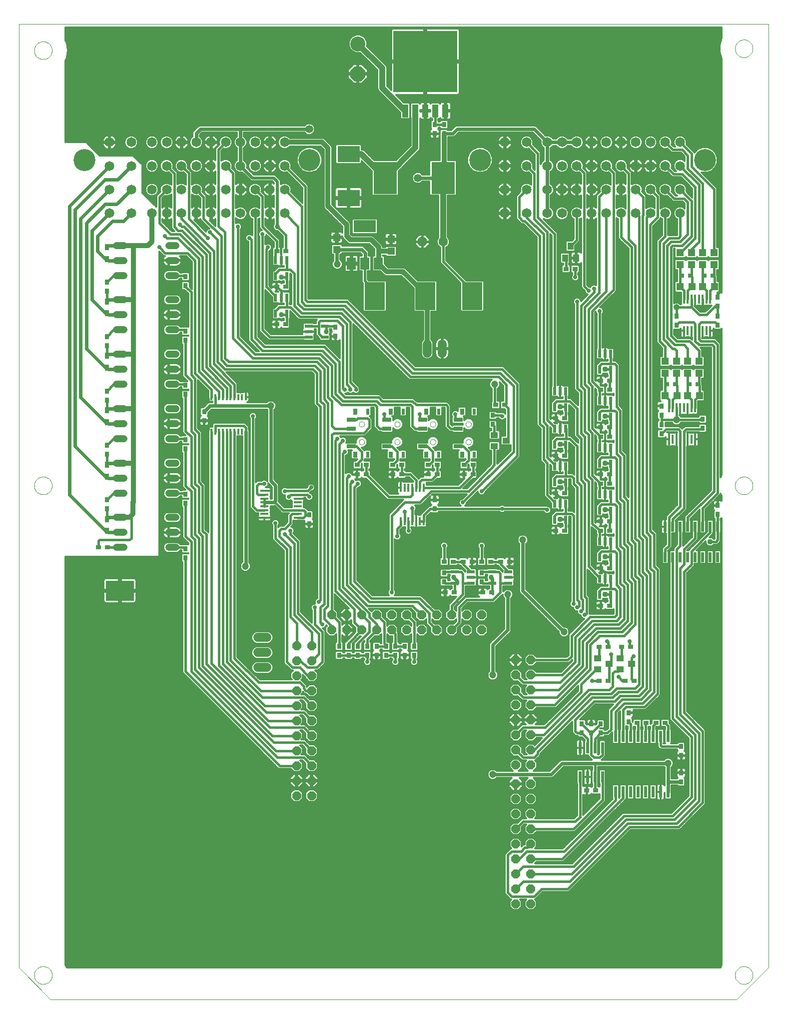
<source format=gtl>
G75*
G70*
%OFA0B0*%
%FSLAX24Y24*%
%IPPOS*%
%LPD*%
%AMOC8*
5,1,8,0,0,1.08239X$1,22.5*
%
%ADD10C,0.0000*%
%ADD11OC8,0.0591*%
%ADD12R,0.4252X0.4098*%
%ADD13R,0.0420X0.0850*%
%ADD14R,0.0315X0.0354*%
%ADD15R,0.1575X0.2126*%
%ADD16OC8,0.0630*%
%ADD17C,0.0630*%
%ADD18R,0.0210X0.0780*%
%ADD19R,0.0354X0.0315*%
%ADD20R,0.0394X0.0500*%
%ADD21R,0.0590X0.0790*%
%ADD22R,0.1500X0.0790*%
%ADD23R,0.0512X0.0472*%
%ADD24C,0.1000*%
%ADD25OC8,0.1000*%
%ADD26C,0.0650*%
%ADD27C,0.1463*%
%ADD28R,0.0315X0.0394*%
%ADD29C,0.0480*%
%ADD30R,0.0120X0.0390*%
%ADD31R,0.0500X0.0394*%
%ADD32R,0.0520X0.0220*%
%ADD33R,0.0220X0.0520*%
%ADD34R,0.0140X0.0630*%
%ADD35R,0.0472X0.0512*%
%ADD36R,0.0210X0.0670*%
%ADD37R,0.0140X0.0580*%
%ADD38R,0.0591X0.0276*%
%ADD39R,0.0236X0.0394*%
%ADD40R,0.0580X0.0140*%
%ADD41C,0.0591*%
%ADD42R,0.1850X0.1339*%
%ADD43R,0.1496X0.1102*%
%ADD44R,0.1339X0.1850*%
%ADD45C,0.0600*%
%ADD46C,0.0120*%
%ADD47OC8,0.0290*%
%ADD48C,0.0160*%
%ADD49C,0.0290*%
%ADD50C,0.0400*%
%ADD51C,0.0320*%
%ADD52C,0.0240*%
%ADD53C,0.0472*%
%ADD54C,0.0337*%
%ADD55C,0.0376*%
%ADD56C,0.0531*%
%ADD57C,0.0200*%
%ADD58C,0.0100*%
%ADD59C,0.0416*%
D10*
X000100Y002300D02*
X002225Y000175D01*
X047975Y000175D01*
X050100Y002300D01*
X050100Y065175D01*
X000100Y065175D01*
X000100Y002300D01*
X001134Y001800D02*
X001136Y001848D01*
X001142Y001896D01*
X001152Y001943D01*
X001165Y001989D01*
X001183Y002034D01*
X001203Y002078D01*
X001228Y002120D01*
X001256Y002159D01*
X001286Y002196D01*
X001320Y002230D01*
X001357Y002262D01*
X001395Y002291D01*
X001436Y002316D01*
X001479Y002338D01*
X001524Y002356D01*
X001570Y002370D01*
X001617Y002381D01*
X001665Y002388D01*
X001713Y002391D01*
X001761Y002390D01*
X001809Y002385D01*
X001857Y002376D01*
X001903Y002364D01*
X001948Y002347D01*
X001992Y002327D01*
X002034Y002304D01*
X002074Y002277D01*
X002112Y002247D01*
X002147Y002214D01*
X002179Y002178D01*
X002209Y002140D01*
X002235Y002099D01*
X002257Y002056D01*
X002277Y002012D01*
X002292Y001967D01*
X002304Y001920D01*
X002312Y001872D01*
X002316Y001824D01*
X002316Y001776D01*
X002312Y001728D01*
X002304Y001680D01*
X002292Y001633D01*
X002277Y001588D01*
X002257Y001544D01*
X002235Y001501D01*
X002209Y001460D01*
X002179Y001422D01*
X002147Y001386D01*
X002112Y001353D01*
X002074Y001323D01*
X002034Y001296D01*
X001992Y001273D01*
X001948Y001253D01*
X001903Y001236D01*
X001857Y001224D01*
X001809Y001215D01*
X001761Y001210D01*
X001713Y001209D01*
X001665Y001212D01*
X001617Y001219D01*
X001570Y001230D01*
X001524Y001244D01*
X001479Y001262D01*
X001436Y001284D01*
X001395Y001309D01*
X001357Y001338D01*
X001320Y001370D01*
X001286Y001404D01*
X001256Y001441D01*
X001228Y001480D01*
X001203Y001522D01*
X001183Y001566D01*
X001165Y001611D01*
X001152Y001657D01*
X001142Y001704D01*
X001136Y001752D01*
X001134Y001800D01*
X001134Y034425D02*
X001136Y034473D01*
X001142Y034521D01*
X001152Y034568D01*
X001165Y034614D01*
X001183Y034659D01*
X001203Y034703D01*
X001228Y034745D01*
X001256Y034784D01*
X001286Y034821D01*
X001320Y034855D01*
X001357Y034887D01*
X001395Y034916D01*
X001436Y034941D01*
X001479Y034963D01*
X001524Y034981D01*
X001570Y034995D01*
X001617Y035006D01*
X001665Y035013D01*
X001713Y035016D01*
X001761Y035015D01*
X001809Y035010D01*
X001857Y035001D01*
X001903Y034989D01*
X001948Y034972D01*
X001992Y034952D01*
X002034Y034929D01*
X002074Y034902D01*
X002112Y034872D01*
X002147Y034839D01*
X002179Y034803D01*
X002209Y034765D01*
X002235Y034724D01*
X002257Y034681D01*
X002277Y034637D01*
X002292Y034592D01*
X002304Y034545D01*
X002312Y034497D01*
X002316Y034449D01*
X002316Y034401D01*
X002312Y034353D01*
X002304Y034305D01*
X002292Y034258D01*
X002277Y034213D01*
X002257Y034169D01*
X002235Y034126D01*
X002209Y034085D01*
X002179Y034047D01*
X002147Y034011D01*
X002112Y033978D01*
X002074Y033948D01*
X002034Y033921D01*
X001992Y033898D01*
X001948Y033878D01*
X001903Y033861D01*
X001857Y033849D01*
X001809Y033840D01*
X001761Y033835D01*
X001713Y033834D01*
X001665Y033837D01*
X001617Y033844D01*
X001570Y033855D01*
X001524Y033869D01*
X001479Y033887D01*
X001436Y033909D01*
X001395Y033934D01*
X001357Y033963D01*
X001320Y033995D01*
X001286Y034029D01*
X001256Y034066D01*
X001228Y034105D01*
X001203Y034147D01*
X001183Y034191D01*
X001165Y034236D01*
X001152Y034282D01*
X001142Y034329D01*
X001136Y034377D01*
X001134Y034425D01*
X022798Y037334D02*
X022800Y037360D01*
X022806Y037386D01*
X022816Y037411D01*
X022829Y037434D01*
X022845Y037454D01*
X022865Y037472D01*
X022887Y037487D01*
X022910Y037499D01*
X022936Y037507D01*
X022962Y037511D01*
X022988Y037511D01*
X023014Y037507D01*
X023040Y037499D01*
X023064Y037487D01*
X023085Y037472D01*
X023105Y037454D01*
X023121Y037434D01*
X023134Y037411D01*
X023144Y037386D01*
X023150Y037360D01*
X023152Y037334D01*
X023150Y037308D01*
X023144Y037282D01*
X023134Y037257D01*
X023121Y037234D01*
X023105Y037214D01*
X023085Y037196D01*
X023063Y037181D01*
X023040Y037169D01*
X023014Y037161D01*
X022988Y037157D01*
X022962Y037157D01*
X022936Y037161D01*
X022910Y037169D01*
X022886Y037181D01*
X022865Y037196D01*
X022845Y037214D01*
X022829Y037234D01*
X022816Y037257D01*
X022806Y037282D01*
X022800Y037308D01*
X022798Y037334D01*
X022798Y038516D02*
X022800Y038542D01*
X022806Y038568D01*
X022816Y038593D01*
X022829Y038616D01*
X022845Y038636D01*
X022865Y038654D01*
X022887Y038669D01*
X022910Y038681D01*
X022936Y038689D01*
X022962Y038693D01*
X022988Y038693D01*
X023014Y038689D01*
X023040Y038681D01*
X023064Y038669D01*
X023085Y038654D01*
X023105Y038636D01*
X023121Y038616D01*
X023134Y038593D01*
X023144Y038568D01*
X023150Y038542D01*
X023152Y038516D01*
X023150Y038490D01*
X023144Y038464D01*
X023134Y038439D01*
X023121Y038416D01*
X023105Y038396D01*
X023085Y038378D01*
X023063Y038363D01*
X023040Y038351D01*
X023014Y038343D01*
X022988Y038339D01*
X022962Y038339D01*
X022936Y038343D01*
X022910Y038351D01*
X022886Y038363D01*
X022865Y038378D01*
X022845Y038396D01*
X022829Y038416D01*
X022816Y038439D01*
X022806Y038464D01*
X022800Y038490D01*
X022798Y038516D01*
X025173Y038516D02*
X025175Y038542D01*
X025181Y038568D01*
X025191Y038593D01*
X025204Y038616D01*
X025220Y038636D01*
X025240Y038654D01*
X025262Y038669D01*
X025285Y038681D01*
X025311Y038689D01*
X025337Y038693D01*
X025363Y038693D01*
X025389Y038689D01*
X025415Y038681D01*
X025439Y038669D01*
X025460Y038654D01*
X025480Y038636D01*
X025496Y038616D01*
X025509Y038593D01*
X025519Y038568D01*
X025525Y038542D01*
X025527Y038516D01*
X025525Y038490D01*
X025519Y038464D01*
X025509Y038439D01*
X025496Y038416D01*
X025480Y038396D01*
X025460Y038378D01*
X025438Y038363D01*
X025415Y038351D01*
X025389Y038343D01*
X025363Y038339D01*
X025337Y038339D01*
X025311Y038343D01*
X025285Y038351D01*
X025261Y038363D01*
X025240Y038378D01*
X025220Y038396D01*
X025204Y038416D01*
X025191Y038439D01*
X025181Y038464D01*
X025175Y038490D01*
X025173Y038516D01*
X025173Y037334D02*
X025175Y037360D01*
X025181Y037386D01*
X025191Y037411D01*
X025204Y037434D01*
X025220Y037454D01*
X025240Y037472D01*
X025262Y037487D01*
X025285Y037499D01*
X025311Y037507D01*
X025337Y037511D01*
X025363Y037511D01*
X025389Y037507D01*
X025415Y037499D01*
X025439Y037487D01*
X025460Y037472D01*
X025480Y037454D01*
X025496Y037434D01*
X025509Y037411D01*
X025519Y037386D01*
X025525Y037360D01*
X025527Y037334D01*
X025525Y037308D01*
X025519Y037282D01*
X025509Y037257D01*
X025496Y037234D01*
X025480Y037214D01*
X025460Y037196D01*
X025438Y037181D01*
X025415Y037169D01*
X025389Y037161D01*
X025363Y037157D01*
X025337Y037157D01*
X025311Y037161D01*
X025285Y037169D01*
X025261Y037181D01*
X025240Y037196D01*
X025220Y037214D01*
X025204Y037234D01*
X025191Y037257D01*
X025181Y037282D01*
X025175Y037308D01*
X025173Y037334D01*
X027548Y037334D02*
X027550Y037360D01*
X027556Y037386D01*
X027566Y037411D01*
X027579Y037434D01*
X027595Y037454D01*
X027615Y037472D01*
X027637Y037487D01*
X027660Y037499D01*
X027686Y037507D01*
X027712Y037511D01*
X027738Y037511D01*
X027764Y037507D01*
X027790Y037499D01*
X027814Y037487D01*
X027835Y037472D01*
X027855Y037454D01*
X027871Y037434D01*
X027884Y037411D01*
X027894Y037386D01*
X027900Y037360D01*
X027902Y037334D01*
X027900Y037308D01*
X027894Y037282D01*
X027884Y037257D01*
X027871Y037234D01*
X027855Y037214D01*
X027835Y037196D01*
X027813Y037181D01*
X027790Y037169D01*
X027764Y037161D01*
X027738Y037157D01*
X027712Y037157D01*
X027686Y037161D01*
X027660Y037169D01*
X027636Y037181D01*
X027615Y037196D01*
X027595Y037214D01*
X027579Y037234D01*
X027566Y037257D01*
X027556Y037282D01*
X027550Y037308D01*
X027548Y037334D01*
X027548Y038516D02*
X027550Y038542D01*
X027556Y038568D01*
X027566Y038593D01*
X027579Y038616D01*
X027595Y038636D01*
X027615Y038654D01*
X027637Y038669D01*
X027660Y038681D01*
X027686Y038689D01*
X027712Y038693D01*
X027738Y038693D01*
X027764Y038689D01*
X027790Y038681D01*
X027814Y038669D01*
X027835Y038654D01*
X027855Y038636D01*
X027871Y038616D01*
X027884Y038593D01*
X027894Y038568D01*
X027900Y038542D01*
X027902Y038516D01*
X027900Y038490D01*
X027894Y038464D01*
X027884Y038439D01*
X027871Y038416D01*
X027855Y038396D01*
X027835Y038378D01*
X027813Y038363D01*
X027790Y038351D01*
X027764Y038343D01*
X027738Y038339D01*
X027712Y038339D01*
X027686Y038343D01*
X027660Y038351D01*
X027636Y038363D01*
X027615Y038378D01*
X027595Y038396D01*
X027579Y038416D01*
X027566Y038439D01*
X027556Y038464D01*
X027550Y038490D01*
X027548Y038516D01*
X029923Y038516D02*
X029925Y038542D01*
X029931Y038568D01*
X029941Y038593D01*
X029954Y038616D01*
X029970Y038636D01*
X029990Y038654D01*
X030012Y038669D01*
X030035Y038681D01*
X030061Y038689D01*
X030087Y038693D01*
X030113Y038693D01*
X030139Y038689D01*
X030165Y038681D01*
X030189Y038669D01*
X030210Y038654D01*
X030230Y038636D01*
X030246Y038616D01*
X030259Y038593D01*
X030269Y038568D01*
X030275Y038542D01*
X030277Y038516D01*
X030275Y038490D01*
X030269Y038464D01*
X030259Y038439D01*
X030246Y038416D01*
X030230Y038396D01*
X030210Y038378D01*
X030188Y038363D01*
X030165Y038351D01*
X030139Y038343D01*
X030113Y038339D01*
X030087Y038339D01*
X030061Y038343D01*
X030035Y038351D01*
X030011Y038363D01*
X029990Y038378D01*
X029970Y038396D01*
X029954Y038416D01*
X029941Y038439D01*
X029931Y038464D01*
X029925Y038490D01*
X029923Y038516D01*
X029923Y037334D02*
X029925Y037360D01*
X029931Y037386D01*
X029941Y037411D01*
X029954Y037434D01*
X029970Y037454D01*
X029990Y037472D01*
X030012Y037487D01*
X030035Y037499D01*
X030061Y037507D01*
X030087Y037511D01*
X030113Y037511D01*
X030139Y037507D01*
X030165Y037499D01*
X030189Y037487D01*
X030210Y037472D01*
X030230Y037454D01*
X030246Y037434D01*
X030259Y037411D01*
X030269Y037386D01*
X030275Y037360D01*
X030277Y037334D01*
X030275Y037308D01*
X030269Y037282D01*
X030259Y037257D01*
X030246Y037234D01*
X030230Y037214D01*
X030210Y037196D01*
X030188Y037181D01*
X030165Y037169D01*
X030139Y037161D01*
X030113Y037157D01*
X030087Y037157D01*
X030061Y037161D01*
X030035Y037169D01*
X030011Y037181D01*
X029990Y037196D01*
X029970Y037214D01*
X029954Y037234D01*
X029941Y037257D01*
X029931Y037282D01*
X029925Y037308D01*
X029923Y037334D01*
X047884Y034425D02*
X047886Y034473D01*
X047892Y034521D01*
X047902Y034568D01*
X047915Y034614D01*
X047933Y034659D01*
X047953Y034703D01*
X047978Y034745D01*
X048006Y034784D01*
X048036Y034821D01*
X048070Y034855D01*
X048107Y034887D01*
X048145Y034916D01*
X048186Y034941D01*
X048229Y034963D01*
X048274Y034981D01*
X048320Y034995D01*
X048367Y035006D01*
X048415Y035013D01*
X048463Y035016D01*
X048511Y035015D01*
X048559Y035010D01*
X048607Y035001D01*
X048653Y034989D01*
X048698Y034972D01*
X048742Y034952D01*
X048784Y034929D01*
X048824Y034902D01*
X048862Y034872D01*
X048897Y034839D01*
X048929Y034803D01*
X048959Y034765D01*
X048985Y034724D01*
X049007Y034681D01*
X049027Y034637D01*
X049042Y034592D01*
X049054Y034545D01*
X049062Y034497D01*
X049066Y034449D01*
X049066Y034401D01*
X049062Y034353D01*
X049054Y034305D01*
X049042Y034258D01*
X049027Y034213D01*
X049007Y034169D01*
X048985Y034126D01*
X048959Y034085D01*
X048929Y034047D01*
X048897Y034011D01*
X048862Y033978D01*
X048824Y033948D01*
X048784Y033921D01*
X048742Y033898D01*
X048698Y033878D01*
X048653Y033861D01*
X048607Y033849D01*
X048559Y033840D01*
X048511Y033835D01*
X048463Y033834D01*
X048415Y033837D01*
X048367Y033844D01*
X048320Y033855D01*
X048274Y033869D01*
X048229Y033887D01*
X048186Y033909D01*
X048145Y033934D01*
X048107Y033963D01*
X048070Y033995D01*
X048036Y034029D01*
X048006Y034066D01*
X047978Y034105D01*
X047953Y034147D01*
X047933Y034191D01*
X047915Y034236D01*
X047902Y034282D01*
X047892Y034329D01*
X047886Y034377D01*
X047884Y034425D01*
X047884Y063550D02*
X047886Y063598D01*
X047892Y063646D01*
X047902Y063693D01*
X047915Y063739D01*
X047933Y063784D01*
X047953Y063828D01*
X047978Y063870D01*
X048006Y063909D01*
X048036Y063946D01*
X048070Y063980D01*
X048107Y064012D01*
X048145Y064041D01*
X048186Y064066D01*
X048229Y064088D01*
X048274Y064106D01*
X048320Y064120D01*
X048367Y064131D01*
X048415Y064138D01*
X048463Y064141D01*
X048511Y064140D01*
X048559Y064135D01*
X048607Y064126D01*
X048653Y064114D01*
X048698Y064097D01*
X048742Y064077D01*
X048784Y064054D01*
X048824Y064027D01*
X048862Y063997D01*
X048897Y063964D01*
X048929Y063928D01*
X048959Y063890D01*
X048985Y063849D01*
X049007Y063806D01*
X049027Y063762D01*
X049042Y063717D01*
X049054Y063670D01*
X049062Y063622D01*
X049066Y063574D01*
X049066Y063526D01*
X049062Y063478D01*
X049054Y063430D01*
X049042Y063383D01*
X049027Y063338D01*
X049007Y063294D01*
X048985Y063251D01*
X048959Y063210D01*
X048929Y063172D01*
X048897Y063136D01*
X048862Y063103D01*
X048824Y063073D01*
X048784Y063046D01*
X048742Y063023D01*
X048698Y063003D01*
X048653Y062986D01*
X048607Y062974D01*
X048559Y062965D01*
X048511Y062960D01*
X048463Y062959D01*
X048415Y062962D01*
X048367Y062969D01*
X048320Y062980D01*
X048274Y062994D01*
X048229Y063012D01*
X048186Y063034D01*
X048145Y063059D01*
X048107Y063088D01*
X048070Y063120D01*
X048036Y063154D01*
X048006Y063191D01*
X047978Y063230D01*
X047953Y063272D01*
X047933Y063316D01*
X047915Y063361D01*
X047902Y063407D01*
X047892Y063454D01*
X047886Y063502D01*
X047884Y063550D01*
X001134Y063425D02*
X001136Y063473D01*
X001142Y063521D01*
X001152Y063568D01*
X001165Y063614D01*
X001183Y063659D01*
X001203Y063703D01*
X001228Y063745D01*
X001256Y063784D01*
X001286Y063821D01*
X001320Y063855D01*
X001357Y063887D01*
X001395Y063916D01*
X001436Y063941D01*
X001479Y063963D01*
X001524Y063981D01*
X001570Y063995D01*
X001617Y064006D01*
X001665Y064013D01*
X001713Y064016D01*
X001761Y064015D01*
X001809Y064010D01*
X001857Y064001D01*
X001903Y063989D01*
X001948Y063972D01*
X001992Y063952D01*
X002034Y063929D01*
X002074Y063902D01*
X002112Y063872D01*
X002147Y063839D01*
X002179Y063803D01*
X002209Y063765D01*
X002235Y063724D01*
X002257Y063681D01*
X002277Y063637D01*
X002292Y063592D01*
X002304Y063545D01*
X002312Y063497D01*
X002316Y063449D01*
X002316Y063401D01*
X002312Y063353D01*
X002304Y063305D01*
X002292Y063258D01*
X002277Y063213D01*
X002257Y063169D01*
X002235Y063126D01*
X002209Y063085D01*
X002179Y063047D01*
X002147Y063011D01*
X002112Y062978D01*
X002074Y062948D01*
X002034Y062921D01*
X001992Y062898D01*
X001948Y062878D01*
X001903Y062861D01*
X001857Y062849D01*
X001809Y062840D01*
X001761Y062835D01*
X001713Y062834D01*
X001665Y062837D01*
X001617Y062844D01*
X001570Y062855D01*
X001524Y062869D01*
X001479Y062887D01*
X001436Y062909D01*
X001395Y062934D01*
X001357Y062963D01*
X001320Y062995D01*
X001286Y063029D01*
X001256Y063066D01*
X001228Y063105D01*
X001203Y063147D01*
X001183Y063191D01*
X001165Y063236D01*
X001152Y063282D01*
X001142Y063329D01*
X001136Y063377D01*
X001134Y063425D01*
X047884Y001800D02*
X047886Y001848D01*
X047892Y001896D01*
X047902Y001943D01*
X047915Y001989D01*
X047933Y002034D01*
X047953Y002078D01*
X047978Y002120D01*
X048006Y002159D01*
X048036Y002196D01*
X048070Y002230D01*
X048107Y002262D01*
X048145Y002291D01*
X048186Y002316D01*
X048229Y002338D01*
X048274Y002356D01*
X048320Y002370D01*
X048367Y002381D01*
X048415Y002388D01*
X048463Y002391D01*
X048511Y002390D01*
X048559Y002385D01*
X048607Y002376D01*
X048653Y002364D01*
X048698Y002347D01*
X048742Y002327D01*
X048784Y002304D01*
X048824Y002277D01*
X048862Y002247D01*
X048897Y002214D01*
X048929Y002178D01*
X048959Y002140D01*
X048985Y002099D01*
X049007Y002056D01*
X049027Y002012D01*
X049042Y001967D01*
X049054Y001920D01*
X049062Y001872D01*
X049066Y001824D01*
X049066Y001776D01*
X049062Y001728D01*
X049054Y001680D01*
X049042Y001633D01*
X049027Y001588D01*
X049007Y001544D01*
X048985Y001501D01*
X048959Y001460D01*
X048929Y001422D01*
X048897Y001386D01*
X048862Y001353D01*
X048824Y001323D01*
X048784Y001296D01*
X048742Y001273D01*
X048698Y001253D01*
X048653Y001236D01*
X048607Y001224D01*
X048559Y001215D01*
X048511Y001210D01*
X048463Y001209D01*
X048415Y001212D01*
X048367Y001219D01*
X048320Y001230D01*
X048274Y001244D01*
X048229Y001262D01*
X048186Y001284D01*
X048145Y001309D01*
X048107Y001338D01*
X048070Y001370D01*
X048036Y001404D01*
X048006Y001441D01*
X047978Y001480D01*
X047953Y001522D01*
X047933Y001566D01*
X047915Y001611D01*
X047902Y001657D01*
X047892Y001704D01*
X047886Y001752D01*
X047884Y001800D01*
D11*
X034250Y006550D03*
X034250Y007550D03*
X034250Y008550D03*
X034250Y009550D03*
X034250Y010550D03*
X034250Y011550D03*
X034250Y012550D03*
X034250Y013550D03*
X034250Y014550D03*
X033250Y014550D03*
X033250Y013550D03*
X033250Y012550D03*
X033250Y011550D03*
X033250Y010550D03*
X033250Y009550D03*
X033250Y008550D03*
X033250Y007550D03*
X033250Y006550D03*
X033252Y015806D03*
X033252Y016806D03*
X034252Y016806D03*
X034252Y015806D03*
X034252Y017806D03*
X034252Y018806D03*
X034252Y019806D03*
X034252Y020806D03*
X034252Y021806D03*
X034252Y022806D03*
X033252Y022806D03*
X033252Y021806D03*
X033252Y020806D03*
X033252Y019806D03*
X033252Y018806D03*
X033252Y017806D03*
X030975Y024800D03*
X030975Y025800D03*
X029975Y025800D03*
X029975Y024800D03*
X028975Y024800D03*
X028975Y025800D03*
X027975Y025800D03*
X027975Y024800D03*
X026975Y024800D03*
X026975Y025800D03*
X025975Y025800D03*
X025975Y024800D03*
X024975Y024800D03*
X024975Y025800D03*
X023975Y025800D03*
X023975Y024800D03*
X022975Y024800D03*
X022975Y025800D03*
X021975Y025800D03*
X021975Y024800D03*
X020975Y024800D03*
X020975Y025800D03*
X019638Y023763D03*
X019638Y022763D03*
X019638Y021763D03*
X019638Y020763D03*
X019638Y019763D03*
X019638Y018763D03*
X019638Y017763D03*
X019638Y016763D03*
X019638Y015763D03*
X019638Y014763D03*
X019638Y013763D03*
X018638Y013763D03*
X018638Y014763D03*
X018638Y015763D03*
X018638Y016763D03*
X018638Y017763D03*
X018638Y018763D03*
X018638Y019763D03*
X018638Y020763D03*
X018638Y021763D03*
X018638Y022763D03*
X018638Y023763D03*
D12*
X027225Y062675D03*
D13*
X027225Y059395D03*
X027895Y059395D03*
X028565Y059395D03*
X026555Y059395D03*
X025885Y059395D03*
D14*
X027850Y058475D03*
X027850Y057875D03*
X028475Y057875D03*
X028475Y058475D03*
X021225Y044975D03*
X021225Y044375D03*
X027850Y033475D03*
X027850Y032875D03*
X028475Y028600D03*
X028475Y028000D03*
X030975Y028000D03*
X030975Y028600D03*
X026475Y023725D03*
X026475Y023125D03*
X025850Y023125D03*
X025850Y023725D03*
X025225Y023725D03*
X025225Y023125D03*
X024600Y023125D03*
X024600Y023725D03*
X023975Y023725D03*
X023975Y023125D03*
X023350Y023125D03*
X023350Y023725D03*
X022725Y023725D03*
X022725Y023125D03*
X022100Y023125D03*
X022100Y023725D03*
X021475Y023725D03*
X021475Y023125D03*
X019475Y031875D03*
X019475Y032475D03*
X012475Y038750D03*
X012475Y039350D03*
X011225Y040500D03*
X011225Y041100D03*
X011225Y044125D03*
X011225Y044725D03*
X011225Y047750D03*
X011225Y048350D03*
X005975Y047975D03*
X005975Y047375D03*
X005975Y044350D03*
X005975Y043750D03*
X005975Y040725D03*
X005975Y040125D03*
X005975Y037100D03*
X005975Y036500D03*
X005975Y033475D03*
X005975Y032875D03*
X011225Y033250D03*
X011225Y033850D03*
X011225Y036875D03*
X011225Y037475D03*
X011225Y030225D03*
X011225Y029625D03*
X031725Y038500D03*
X031725Y039100D03*
X042975Y039125D03*
X042975Y039725D03*
X042975Y038475D03*
X042975Y037875D03*
X045725Y038250D03*
X045725Y038850D03*
X046725Y033100D03*
X046725Y032500D03*
X046725Y045125D03*
X046725Y045725D03*
X046725Y046375D03*
X046725Y046975D03*
X043975Y045725D03*
X043975Y045125D03*
X040788Y019288D03*
X040788Y018688D03*
X038913Y018538D03*
X038913Y017938D03*
X038288Y017938D03*
X038288Y018538D03*
X037663Y018538D03*
X037663Y017938D03*
X044288Y017038D03*
X044288Y016438D03*
X044288Y015288D03*
X044288Y014688D03*
D15*
X028404Y054925D03*
X024546Y054925D03*
D16*
X027025Y050675D03*
D17*
X028425Y050675D03*
D18*
X039913Y017713D03*
X040413Y017713D03*
X040913Y017713D03*
X041413Y017713D03*
X041913Y017713D03*
X042413Y017713D03*
X042913Y017713D03*
X043413Y017713D03*
X043413Y014013D03*
X042913Y014013D03*
X042413Y014013D03*
X041913Y014013D03*
X041413Y014013D03*
X040913Y014013D03*
X040413Y014013D03*
X039913Y014013D03*
X039038Y015018D03*
X038538Y015018D03*
X038038Y015018D03*
X037538Y015018D03*
X037538Y016958D03*
X038038Y016958D03*
X038538Y016958D03*
X039038Y016958D03*
D19*
X038588Y014113D03*
X037988Y014113D03*
X041363Y018613D03*
X041963Y018613D03*
X042613Y018613D03*
X043213Y018613D03*
X041150Y021425D03*
X040550Y021425D03*
X039400Y021425D03*
X038800Y021425D03*
X038800Y023675D03*
X039400Y023675D03*
X040300Y023675D03*
X040900Y023675D03*
X039525Y026425D03*
X038925Y026425D03*
X038925Y028925D03*
X039525Y028925D03*
X039525Y031425D03*
X038925Y031425D03*
X038925Y032050D03*
X039525Y032050D03*
X039525Y034550D03*
X038925Y034550D03*
X038925Y035175D03*
X039525Y035175D03*
X039525Y037675D03*
X038925Y037675D03*
X038925Y038300D03*
X039525Y038300D03*
X039525Y040800D03*
X038925Y040800D03*
X038925Y041425D03*
X039525Y041425D03*
X036525Y038925D03*
X035925Y038925D03*
X035925Y036425D03*
X036525Y036425D03*
X036525Y033925D03*
X035925Y033925D03*
X035925Y031425D03*
X036525Y031425D03*
X032838Y029363D03*
X032238Y029363D03*
X031588Y029363D03*
X030988Y029363D03*
X030338Y029363D03*
X029738Y029363D03*
X029088Y029363D03*
X028488Y029363D03*
X028550Y027300D03*
X029150Y027300D03*
X031050Y027300D03*
X031650Y027300D03*
X030400Y035175D03*
X029800Y035175D03*
X029800Y035800D03*
X030400Y035800D03*
X028025Y035800D03*
X027425Y035800D03*
X027425Y035175D03*
X028025Y035175D03*
X025650Y035175D03*
X025650Y035800D03*
X025050Y035800D03*
X025050Y035175D03*
X023275Y035175D03*
X022675Y035175D03*
X022675Y035800D03*
X023275Y035800D03*
X017900Y045175D03*
X017300Y045175D03*
X017300Y047675D03*
X017900Y047675D03*
X017900Y050050D03*
X017300Y050050D03*
X031925Y039800D03*
X032525Y039800D03*
X036613Y048863D03*
X037213Y048863D03*
X043300Y041175D03*
X043900Y041175D03*
X044800Y041175D03*
X045400Y041175D03*
X045800Y048425D03*
X046400Y048425D03*
X044900Y048425D03*
X044300Y048425D03*
X006025Y030300D03*
X005425Y030300D03*
D20*
X036538Y049594D03*
X037287Y049594D03*
X036913Y050381D03*
D21*
X024098Y049223D03*
X023198Y049223D03*
X022298Y049223D03*
D22*
X023188Y051703D03*
D23*
X024938Y050838D03*
X024938Y050038D03*
X021313Y050163D03*
X021313Y050963D03*
X043225Y042700D03*
X043975Y042700D03*
X043975Y041900D03*
X043225Y041900D03*
X044725Y041900D03*
X045475Y041900D03*
X045475Y042700D03*
X044725Y042700D03*
X044975Y049150D03*
X044225Y049150D03*
X044225Y049950D03*
X044975Y049950D03*
X045725Y049950D03*
X046475Y049950D03*
X046475Y049150D03*
X045725Y049150D03*
D24*
X022725Y063863D03*
D25*
X022725Y061863D03*
D26*
X017842Y057300D03*
X016858Y057300D03*
X015874Y057300D03*
X014889Y057300D03*
X013905Y057300D03*
X012921Y057300D03*
X011937Y057300D03*
X010952Y057300D03*
X009968Y057300D03*
X008984Y057300D03*
X007606Y057300D03*
X007606Y055725D03*
X008984Y055725D03*
X009968Y055725D03*
X010952Y055725D03*
X011937Y055725D03*
X012921Y055725D03*
X013905Y055725D03*
X014889Y055725D03*
X015874Y055725D03*
X016858Y055725D03*
X017842Y055725D03*
X017842Y054150D03*
X016858Y054150D03*
X015874Y054150D03*
X014889Y054150D03*
X013905Y054150D03*
X012921Y054150D03*
X011937Y054150D03*
X010952Y054150D03*
X009968Y054150D03*
X008984Y054150D03*
X007606Y054150D03*
X007606Y052576D03*
X008984Y052576D03*
X009968Y052576D03*
X010952Y052576D03*
X011937Y052576D03*
X012921Y052576D03*
X013905Y052576D03*
X014889Y052576D03*
X015874Y052576D03*
X016858Y052576D03*
X017842Y052576D03*
X006149Y052576D03*
X006149Y054150D03*
X006149Y055725D03*
X006149Y057300D03*
X032524Y057300D03*
X032524Y055725D03*
X033981Y055725D03*
X033981Y057300D03*
X035359Y057300D03*
X036343Y057300D03*
X037327Y057300D03*
X038312Y057300D03*
X039296Y057300D03*
X040280Y057300D03*
X041264Y057300D03*
X042249Y057300D03*
X043233Y057300D03*
X044217Y057300D03*
X044217Y055725D03*
X043233Y055725D03*
X042249Y055725D03*
X041264Y055725D03*
X040280Y055725D03*
X039296Y055725D03*
X038312Y055725D03*
X037327Y055725D03*
X036343Y055725D03*
X035359Y055725D03*
X035359Y054150D03*
X036343Y054150D03*
X037327Y054150D03*
X038312Y054150D03*
X039296Y054150D03*
X040280Y054150D03*
X041264Y054150D03*
X042249Y054150D03*
X043233Y054150D03*
X044217Y054150D03*
X044217Y052576D03*
X043233Y052576D03*
X042249Y052576D03*
X041264Y052576D03*
X040280Y052576D03*
X039296Y052576D03*
X038312Y052576D03*
X037327Y052576D03*
X036343Y052576D03*
X035359Y052576D03*
X033981Y052576D03*
X033981Y054150D03*
X032524Y054150D03*
X032524Y052576D03*
D27*
X030871Y056119D03*
X019496Y056119D03*
X004496Y056119D03*
X045871Y056119D03*
D28*
X029667Y039362D03*
X027292Y039362D03*
X024917Y039362D03*
X022542Y039362D03*
X022542Y036488D03*
X024917Y036488D03*
X027292Y036488D03*
X029667Y036488D03*
X005975Y035819D03*
X005975Y035031D03*
X005975Y032194D03*
X005975Y031406D03*
X005975Y038656D03*
X005975Y039444D03*
X005975Y042281D03*
X005975Y043069D03*
X005975Y045906D03*
X005975Y046694D03*
X005975Y049531D03*
X005975Y050319D03*
D29*
X006620Y050425D02*
X007100Y050425D01*
X007100Y049425D02*
X006620Y049425D01*
X006620Y048425D02*
X007100Y048425D01*
X007100Y046800D02*
X006620Y046800D01*
X006620Y045800D02*
X007100Y045800D01*
X007100Y044800D02*
X006620Y044800D01*
X006620Y043175D02*
X007100Y043175D01*
X007100Y042175D02*
X006620Y042175D01*
X006620Y041175D02*
X007100Y041175D01*
X007100Y039550D02*
X006620Y039550D01*
X006620Y038550D02*
X007100Y038550D01*
X007100Y037550D02*
X006620Y037550D01*
X006620Y035925D02*
X007100Y035925D01*
X007100Y034925D02*
X006620Y034925D01*
X006620Y033925D02*
X007100Y033925D01*
X007100Y032300D02*
X006620Y032300D01*
X006620Y031300D02*
X007100Y031300D01*
X007100Y030300D02*
X006620Y030300D01*
X010100Y030300D02*
X010580Y030300D01*
X010580Y031300D02*
X010100Y031300D01*
X010100Y032300D02*
X010580Y032300D01*
X010580Y033925D02*
X010100Y033925D01*
X010100Y034925D02*
X010580Y034925D01*
X010580Y035925D02*
X010100Y035925D01*
X010100Y037550D02*
X010580Y037550D01*
X010580Y038550D02*
X010100Y038550D01*
X010100Y039550D02*
X010580Y039550D01*
X010580Y041175D02*
X010100Y041175D01*
X010100Y042175D02*
X010580Y042175D01*
X010580Y043175D02*
X010100Y043175D01*
X010100Y044800D02*
X010580Y044800D01*
X010580Y045800D02*
X010100Y045800D01*
X010100Y046800D02*
X010580Y046800D01*
X010580Y048425D02*
X010100Y048425D01*
X010100Y049425D02*
X010580Y049425D01*
X010580Y050425D02*
X010100Y050425D01*
D30*
X012948Y040324D03*
X013204Y040324D03*
X013460Y040324D03*
X013716Y040324D03*
X013972Y040324D03*
X014228Y040324D03*
X014484Y040324D03*
X014740Y040324D03*
X014996Y040324D03*
X015252Y040324D03*
X015252Y038026D03*
X014996Y038026D03*
X014740Y038026D03*
X014484Y038026D03*
X014228Y038026D03*
X013972Y038026D03*
X013716Y038026D03*
X013460Y038026D03*
X013204Y038026D03*
X012948Y038026D03*
D31*
X031831Y037799D03*
X031831Y037051D03*
X032619Y037425D03*
X038706Y022924D03*
X039494Y022550D03*
X038706Y022176D03*
X040206Y022176D03*
X040994Y022550D03*
X040206Y022924D03*
D32*
X032765Y027930D03*
X032765Y028300D03*
X032765Y028670D03*
X031685Y028670D03*
X031685Y027930D03*
X030265Y027930D03*
X030265Y028300D03*
X030265Y028670D03*
X029185Y028670D03*
X029185Y027930D03*
X020515Y044305D03*
X020515Y045045D03*
X019435Y045045D03*
X019435Y044675D03*
X019435Y044305D03*
D33*
X017970Y045885D03*
X017230Y045885D03*
X017230Y046965D03*
X017600Y046965D03*
X017970Y046965D03*
X017970Y048385D03*
X017230Y048385D03*
X017230Y049465D03*
X017600Y049465D03*
X017970Y049465D03*
X035855Y040715D03*
X036225Y040715D03*
X036595Y040715D03*
X036595Y039635D03*
X035855Y039635D03*
X035855Y038215D03*
X036225Y038215D03*
X036595Y038215D03*
X036595Y037135D03*
X035855Y037135D03*
X035855Y035715D03*
X036225Y035715D03*
X036595Y035715D03*
X036595Y034635D03*
X035855Y034635D03*
X035855Y033215D03*
X036225Y033215D03*
X036595Y033215D03*
X036595Y032135D03*
X035855Y032135D03*
X038855Y032760D03*
X039595Y032760D03*
X039595Y033840D03*
X039225Y033840D03*
X038855Y033840D03*
X038855Y035885D03*
X039595Y035885D03*
X039595Y036965D03*
X039225Y036965D03*
X038855Y036965D03*
X038855Y039010D03*
X039595Y039010D03*
X039595Y040090D03*
X039225Y040090D03*
X038855Y040090D03*
X038855Y042135D03*
X039595Y042135D03*
X039595Y043215D03*
X039225Y043215D03*
X038855Y043215D03*
X038855Y030715D03*
X039225Y030715D03*
X039595Y030715D03*
X039595Y029635D03*
X038855Y029635D03*
X038855Y028215D03*
X039225Y028215D03*
X039595Y028215D03*
X039595Y027135D03*
X038855Y027135D03*
D34*
X043470Y037500D03*
X043730Y037500D03*
X043970Y037500D03*
X044230Y037500D03*
X044470Y037500D03*
X044730Y037500D03*
X044970Y037500D03*
X045230Y037500D03*
X045230Y039600D03*
X044970Y039600D03*
X044730Y039600D03*
X044470Y039600D03*
X044230Y039600D03*
X043970Y039600D03*
X043730Y039600D03*
X043470Y039600D03*
X044470Y044750D03*
X044730Y044750D03*
X044970Y044750D03*
X045230Y044750D03*
X045470Y044750D03*
X045730Y044750D03*
X045970Y044750D03*
X046230Y044750D03*
X046230Y046850D03*
X045970Y046850D03*
X045730Y046850D03*
X045470Y046850D03*
X045230Y046850D03*
X044970Y046850D03*
X044730Y046850D03*
X044470Y046850D03*
D35*
X044200Y047675D03*
X045000Y047675D03*
X045700Y047675D03*
X046500Y047675D03*
X045500Y040425D03*
X044700Y040425D03*
X044000Y040425D03*
X043200Y040425D03*
D36*
X043225Y031695D03*
X043725Y031695D03*
X044225Y031695D03*
X044725Y031695D03*
X045225Y031695D03*
X045725Y031695D03*
X046225Y031695D03*
X046725Y031695D03*
X046725Y029655D03*
X046225Y029655D03*
X045725Y029655D03*
X045225Y029655D03*
X044725Y029655D03*
X044225Y029655D03*
X043725Y029655D03*
X043225Y029655D03*
D37*
X027120Y032065D03*
X026860Y032065D03*
X026610Y032065D03*
X026350Y032065D03*
X026090Y032065D03*
X025840Y032065D03*
X025580Y032065D03*
X025580Y034285D03*
X025840Y034285D03*
X026090Y034285D03*
X026350Y034285D03*
X026610Y034285D03*
X026860Y034285D03*
X027120Y034285D03*
D38*
X027036Y037039D03*
X027036Y038220D03*
X027036Y038811D03*
X024661Y038811D03*
X024661Y038220D03*
X024661Y037039D03*
X022286Y037039D03*
X022286Y038220D03*
X022286Y038811D03*
X029411Y038811D03*
X029411Y038220D03*
X029411Y037039D03*
D39*
X030494Y036488D03*
X028119Y036488D03*
X025744Y036488D03*
X023369Y036488D03*
X023369Y039362D03*
X025744Y039362D03*
X028119Y039362D03*
X030494Y039362D03*
D40*
X018710Y034075D03*
X018710Y033815D03*
X018710Y033555D03*
X018710Y033305D03*
X018710Y033045D03*
X018710Y032795D03*
X018710Y032535D03*
X018710Y032275D03*
X016490Y032275D03*
X016490Y032535D03*
X016490Y032795D03*
X016490Y033045D03*
X016490Y033305D03*
X016490Y033555D03*
X016490Y033815D03*
X016490Y034075D03*
D41*
X027350Y043255D02*
X027350Y043845D01*
X028350Y043845D02*
X028350Y043255D01*
D42*
X006850Y027425D03*
D43*
X022100Y053593D03*
X022100Y056507D03*
D44*
X023850Y047050D03*
X027225Y047050D03*
X030350Y047050D03*
D45*
X016650Y024300D02*
X016050Y024300D01*
X016050Y023300D02*
X016650Y023300D01*
X016650Y022300D02*
X016050Y022300D01*
D46*
X015894Y022690D02*
X014993Y022690D01*
X015111Y022572D02*
X015728Y022572D01*
X015694Y022538D02*
X015630Y022384D01*
X015630Y022216D01*
X015467Y022216D01*
X015630Y022216D02*
X015694Y022062D01*
X015812Y021944D01*
X015966Y021880D01*
X016734Y021880D01*
X016888Y021944D01*
X017006Y022062D01*
X017070Y022216D01*
X018151Y022216D01*
X018267Y022100D02*
X018388Y022100D01*
X018222Y021935D01*
X018222Y021590D01*
X018313Y021500D01*
X016183Y021500D01*
X014684Y022999D01*
X014684Y037711D01*
X014849Y037711D01*
X014868Y037730D01*
X014886Y037711D01*
X015012Y037711D01*
X015012Y029340D01*
X014923Y029252D01*
X014869Y029121D01*
X014869Y028979D01*
X014923Y028848D01*
X015023Y028748D01*
X015154Y028694D01*
X015296Y028694D01*
X015427Y028748D01*
X015527Y028848D01*
X015581Y028979D01*
X015581Y029121D01*
X015527Y029252D01*
X015492Y029287D01*
X015492Y038074D01*
X015455Y038162D01*
X015452Y038166D01*
X015452Y038356D01*
X015334Y038473D01*
X015183Y038625D01*
X013121Y038625D01*
X013004Y038508D01*
X013004Y038341D01*
X012839Y038341D01*
X012768Y038271D01*
X012768Y038129D01*
X012748Y038109D01*
X012748Y031309D01*
X012683Y031375D01*
X012550Y031508D01*
X012550Y034508D01*
X012433Y034625D01*
X012300Y034758D01*
X012300Y038008D01*
X012183Y038125D01*
X012050Y038258D01*
X012050Y041442D01*
X012748Y040744D01*
X012748Y040241D01*
X012768Y040221D01*
X012768Y040079D01*
X012839Y040009D01*
X013004Y040009D01*
X013004Y039977D01*
X012815Y039977D01*
X012727Y039941D01*
X012433Y039647D01*
X012268Y039647D01*
X012198Y039577D01*
X012198Y039123D01*
X012249Y039072D01*
X012219Y039055D01*
X012189Y039025D01*
X012168Y038989D01*
X012158Y038948D01*
X012158Y038769D01*
X012456Y038769D01*
X012456Y038731D01*
X012494Y038731D01*
X012494Y038769D01*
X012792Y038769D01*
X012792Y038948D01*
X012782Y038989D01*
X012761Y039025D01*
X012731Y039055D01*
X012701Y039072D01*
X012752Y039123D01*
X012752Y039288D01*
X012962Y039498D01*
X016649Y039498D01*
X016673Y039474D01*
X016673Y034727D01*
X016625Y034775D01*
X016528Y034815D01*
X016422Y034815D01*
X016325Y034775D01*
X016300Y034750D01*
X016017Y034750D01*
X015925Y034658D01*
X015925Y038875D01*
X015950Y038900D01*
X015990Y038997D01*
X015990Y039103D01*
X015950Y039200D01*
X015875Y039275D01*
X015778Y039315D01*
X015672Y039315D01*
X015575Y039275D01*
X015500Y039200D01*
X015460Y039103D01*
X015460Y038997D01*
X015500Y038900D01*
X015525Y038875D01*
X015525Y032967D01*
X015642Y032850D01*
X015897Y032595D01*
X016080Y032595D01*
X016080Y032451D01*
X016072Y032443D01*
X016051Y032407D01*
X015492Y032407D01*
X015492Y032289D02*
X016040Y032289D01*
X016040Y032275D02*
X016490Y032275D01*
X016940Y032275D01*
X016940Y032366D01*
X016929Y032407D01*
X018025Y032407D01*
X018025Y032508D02*
X018025Y032008D01*
X017767Y031750D01*
X017517Y031750D01*
X017425Y031658D01*
X017425Y031750D01*
X017450Y031775D01*
X017490Y031872D01*
X017490Y031978D01*
X017450Y032075D01*
X017375Y032150D01*
X017278Y032190D01*
X017172Y032190D01*
X017075Y032150D01*
X017000Y032075D01*
X016960Y031978D01*
X016960Y031872D01*
X017000Y031775D01*
X017025Y031750D01*
X017025Y030842D01*
X017142Y030725D01*
X017775Y030092D01*
X017775Y022592D01*
X017892Y022475D01*
X018267Y022100D01*
X018385Y022098D02*
X017021Y022098D01*
X017070Y022216D02*
X017070Y022384D01*
X017006Y022538D01*
X016888Y022656D01*
X016734Y022720D01*
X015966Y022720D01*
X015812Y022656D01*
X015694Y022538D01*
X015659Y022453D02*
X015230Y022453D01*
X015348Y022335D02*
X015630Y022335D01*
X015585Y022098D02*
X015679Y022098D01*
X015704Y021979D02*
X015777Y021979D01*
X015822Y021861D02*
X018222Y021861D01*
X018222Y021742D02*
X015941Y021742D01*
X016059Y021624D02*
X018222Y021624D01*
X018308Y021505D02*
X016178Y021505D01*
X016923Y021979D02*
X018267Y021979D01*
X018033Y022335D02*
X017070Y022335D01*
X017041Y022453D02*
X017914Y022453D01*
X017796Y022572D02*
X016972Y022572D01*
X016806Y022690D02*
X017775Y022690D01*
X017775Y022809D02*
X014874Y022809D01*
X014756Y022927D02*
X015853Y022927D01*
X015812Y022944D02*
X015966Y022880D01*
X016734Y022880D01*
X016888Y022944D01*
X017006Y023062D01*
X017070Y023216D01*
X017070Y023384D01*
X017006Y023538D01*
X016888Y023656D01*
X016734Y023720D01*
X015966Y023720D01*
X015812Y023656D01*
X015694Y023538D01*
X015630Y023384D01*
X015630Y023216D01*
X015694Y023062D01*
X015812Y022944D01*
X015710Y023046D02*
X014684Y023046D01*
X014684Y023164D02*
X015652Y023164D01*
X015630Y023283D02*
X014684Y023283D01*
X014684Y023401D02*
X015637Y023401D01*
X015686Y023520D02*
X014684Y023520D01*
X014684Y023638D02*
X015794Y023638D01*
X015966Y023880D02*
X015812Y023944D01*
X015694Y024062D01*
X015630Y024216D01*
X015630Y024384D01*
X015694Y024538D01*
X015812Y024656D01*
X015966Y024720D01*
X016734Y024720D01*
X016888Y024656D01*
X017006Y024538D01*
X017070Y024384D01*
X017070Y024216D01*
X017006Y024062D01*
X016888Y023944D01*
X016734Y023880D01*
X015966Y023880D01*
X015762Y023994D02*
X014684Y023994D01*
X014684Y024112D02*
X015673Y024112D01*
X015630Y024231D02*
X014684Y024231D01*
X014684Y024349D02*
X015630Y024349D01*
X015665Y024468D02*
X014684Y024468D01*
X014684Y024586D02*
X015742Y024586D01*
X015929Y024705D02*
X014684Y024705D01*
X014684Y024823D02*
X017775Y024823D01*
X017775Y024705D02*
X016771Y024705D01*
X016958Y024586D02*
X017775Y024586D01*
X017775Y024468D02*
X017035Y024468D01*
X017070Y024349D02*
X017775Y024349D01*
X017775Y024231D02*
X017070Y024231D01*
X017027Y024112D02*
X017775Y024112D01*
X017775Y023994D02*
X016938Y023994D01*
X016906Y023638D02*
X017775Y023638D01*
X017775Y023520D02*
X017014Y023520D01*
X017063Y023401D02*
X017775Y023401D01*
X017775Y023283D02*
X017070Y023283D01*
X017048Y023164D02*
X017775Y023164D01*
X017775Y023046D02*
X016990Y023046D01*
X016847Y022927D02*
X017775Y022927D01*
X017775Y023757D02*
X014684Y023757D01*
X014684Y023875D02*
X017775Y023875D01*
X017775Y024942D02*
X014684Y024942D01*
X014684Y025060D02*
X017775Y025060D01*
X017775Y025179D02*
X014684Y025179D01*
X014684Y025297D02*
X017775Y025297D01*
X017775Y025416D02*
X014684Y025416D01*
X014684Y025534D02*
X017775Y025534D01*
X017775Y025653D02*
X014684Y025653D01*
X014684Y025771D02*
X017775Y025771D01*
X017775Y025890D02*
X014684Y025890D01*
X014684Y026008D02*
X017775Y026008D01*
X017775Y026127D02*
X014684Y026127D01*
X014684Y026245D02*
X017775Y026245D01*
X017775Y026364D02*
X014684Y026364D01*
X014684Y026482D02*
X017775Y026482D01*
X017775Y026601D02*
X014684Y026601D01*
X014684Y026719D02*
X017775Y026719D01*
X017775Y026838D02*
X014684Y026838D01*
X014684Y026956D02*
X017775Y026956D01*
X017775Y027075D02*
X014684Y027075D01*
X014684Y027193D02*
X017775Y027193D01*
X017775Y027312D02*
X014684Y027312D01*
X014684Y027430D02*
X017775Y027430D01*
X017775Y027549D02*
X014684Y027549D01*
X014684Y027667D02*
X017775Y027667D01*
X017775Y027786D02*
X014684Y027786D01*
X014684Y027904D02*
X017775Y027904D01*
X017775Y028023D02*
X014684Y028023D01*
X014684Y028141D02*
X017775Y028141D01*
X017775Y028260D02*
X014684Y028260D01*
X014684Y028378D02*
X017775Y028378D01*
X017775Y028497D02*
X014684Y028497D01*
X014684Y028615D02*
X017775Y028615D01*
X017775Y028734D02*
X015392Y028734D01*
X015529Y028852D02*
X017775Y028852D01*
X017775Y028971D02*
X015578Y028971D01*
X015581Y029089D02*
X017775Y029089D01*
X017775Y029208D02*
X015545Y029208D01*
X015492Y029326D02*
X017775Y029326D01*
X017775Y029445D02*
X015492Y029445D01*
X015492Y029563D02*
X017775Y029563D01*
X017775Y029682D02*
X015492Y029682D01*
X015492Y029800D02*
X017775Y029800D01*
X017775Y029919D02*
X015492Y029919D01*
X015492Y030037D02*
X017775Y030037D01*
X017712Y030156D02*
X015492Y030156D01*
X015492Y030274D02*
X017593Y030274D01*
X017475Y030393D02*
X015492Y030393D01*
X015492Y030511D02*
X017356Y030511D01*
X017238Y030630D02*
X015492Y030630D01*
X015492Y030748D02*
X017119Y030748D01*
X017025Y030867D02*
X015492Y030867D01*
X015492Y030985D02*
X017025Y030985D01*
X017025Y031104D02*
X015492Y031104D01*
X015492Y031222D02*
X017025Y031222D01*
X017025Y031341D02*
X015492Y031341D01*
X015492Y031459D02*
X017025Y031459D01*
X017025Y031578D02*
X015492Y031578D01*
X015492Y031696D02*
X017025Y031696D01*
X016984Y031815D02*
X015492Y031815D01*
X015492Y031933D02*
X016960Y031933D01*
X016991Y032052D02*
X016826Y032052D01*
X016842Y032056D02*
X016878Y032077D01*
X016908Y032107D01*
X016929Y032143D01*
X016940Y032184D01*
X016940Y032275D01*
X016490Y032275D01*
X016490Y032275D01*
X016490Y032045D01*
X016801Y032045D01*
X016842Y032056D01*
X016936Y032170D02*
X017124Y032170D01*
X017326Y032170D02*
X018025Y032170D01*
X018025Y032052D02*
X017459Y032052D01*
X017490Y031933D02*
X017950Y031933D01*
X017832Y031815D02*
X017466Y031815D01*
X017463Y031696D02*
X017425Y031696D01*
X016940Y032289D02*
X018025Y032289D01*
X018025Y032508D02*
X018112Y032595D01*
X017647Y032595D01*
X017172Y033070D01*
X017148Y033060D01*
X016900Y033060D01*
X016900Y032925D01*
X016895Y032920D01*
X016900Y032915D01*
X016900Y032675D01*
X016890Y032665D01*
X016900Y032655D01*
X016900Y032451D01*
X016908Y032443D01*
X016929Y032407D01*
X016900Y032526D02*
X018043Y032526D01*
X017598Y032644D02*
X016900Y032644D01*
X016900Y032763D02*
X017480Y032763D01*
X017361Y032881D02*
X016900Y032881D01*
X016900Y033000D02*
X017243Y033000D01*
X017571Y033237D02*
X018300Y033237D01*
X018300Y033185D02*
X018310Y033175D01*
X018300Y033165D01*
X018300Y032995D01*
X017813Y032995D01*
X017455Y033353D01*
X017465Y033377D01*
X017465Y034473D01*
X017428Y034561D01*
X017361Y034628D01*
X017152Y034837D01*
X017152Y039474D01*
X017214Y039536D01*
X017269Y039667D01*
X017269Y039808D01*
X017214Y039939D01*
X017114Y040039D01*
X016983Y040094D01*
X016842Y040094D01*
X016711Y040039D01*
X016649Y039977D01*
X015365Y039977D01*
X015373Y039980D01*
X015410Y040001D01*
X015440Y040030D01*
X015461Y040067D01*
X015472Y040108D01*
X015472Y040324D01*
X015472Y040540D01*
X015461Y040580D01*
X015440Y040617D01*
X015410Y040647D01*
X015373Y040668D01*
X015333Y040679D01*
X015252Y040679D01*
X015252Y040324D01*
X015472Y040324D01*
X015252Y040324D01*
X015252Y040324D01*
X015252Y040324D01*
X015252Y040679D01*
X015171Y040679D01*
X015130Y040668D01*
X015093Y040647D01*
X015085Y040639D01*
X014886Y040639D01*
X014868Y040620D01*
X014849Y040639D01*
X014684Y040639D01*
X014684Y041249D01*
X014567Y041366D01*
X014567Y041366D01*
X013958Y041975D01*
X019642Y041975D01*
X019775Y041842D01*
X019775Y039842D01*
X020025Y039592D01*
X020025Y026931D01*
X019950Y026900D01*
X019875Y026825D01*
X019835Y026728D01*
X019835Y026622D01*
X019859Y026565D01*
X019797Y026565D01*
X019700Y026525D01*
X019625Y026450D01*
X019585Y026353D01*
X019585Y026247D01*
X019625Y026150D01*
X019650Y026125D01*
X019650Y025283D01*
X018925Y026008D01*
X019650Y026008D01*
X019650Y025890D02*
X019043Y025890D01*
X018925Y026008D02*
X018925Y030758D01*
X018429Y031254D01*
X018450Y031275D01*
X018490Y031372D01*
X018490Y031478D01*
X018450Y031575D01*
X018375Y031650D01*
X018278Y031690D01*
X018273Y031690D01*
X018308Y031725D01*
X018425Y031842D01*
X018425Y032085D01*
X018617Y032085D01*
X018627Y032075D01*
X019158Y032075D01*
X019158Y032075D01*
X019158Y032073D01*
X019158Y031894D01*
X019456Y031894D01*
X019456Y031856D01*
X019494Y031856D01*
X019494Y031894D01*
X019792Y031894D01*
X019792Y032073D01*
X019782Y032114D01*
X019761Y032150D01*
X019731Y032180D01*
X019701Y032197D01*
X019752Y032248D01*
X019752Y032702D01*
X019682Y032772D01*
X019411Y032772D01*
X019308Y032875D01*
X019188Y032995D01*
X019120Y032995D01*
X019120Y033165D01*
X019110Y033175D01*
X019120Y033185D01*
X019120Y033379D01*
X019128Y033387D01*
X019149Y033423D01*
X019160Y033464D01*
X019160Y033555D01*
X019160Y033615D01*
X019213Y033615D01*
X019250Y033525D01*
X019325Y033450D01*
X019422Y033410D01*
X019528Y033410D01*
X019625Y033450D01*
X019700Y033525D01*
X019740Y033622D01*
X019740Y033728D01*
X019700Y033825D01*
X019625Y033900D01*
X019528Y033940D01*
X019523Y033940D01*
X019618Y034035D01*
X019653Y034035D01*
X019750Y034075D01*
X019825Y034150D01*
X019865Y034247D01*
X019865Y034353D01*
X019825Y034450D01*
X019750Y034525D01*
X019653Y034565D01*
X019547Y034565D01*
X019450Y034525D01*
X019375Y034450D01*
X019335Y034353D01*
X019335Y034318D01*
X019292Y034275D01*
X017999Y034275D01*
X017903Y034315D01*
X017797Y034315D01*
X017700Y034275D01*
X017625Y034200D01*
X017585Y034103D01*
X017585Y033997D01*
X017625Y033900D01*
X017700Y033825D01*
X017797Y033785D01*
X017859Y033785D01*
X017835Y033728D01*
X017835Y033622D01*
X017875Y033525D01*
X017950Y033450D01*
X018047Y033410D01*
X018153Y033410D01*
X018250Y033450D01*
X018261Y033461D01*
X018271Y033423D01*
X018292Y033387D01*
X018300Y033379D01*
X018300Y033185D01*
X018300Y033118D02*
X017690Y033118D01*
X017808Y033000D02*
X018300Y033000D01*
X018300Y033355D02*
X017456Y033355D01*
X017465Y033474D02*
X017927Y033474D01*
X017848Y033592D02*
X017465Y033592D01*
X017465Y033711D02*
X017835Y033711D01*
X017696Y033829D02*
X017465Y033829D01*
X017465Y033948D02*
X017606Y033948D01*
X017585Y034066D02*
X017465Y034066D01*
X017465Y034185D02*
X017619Y034185D01*
X017768Y034303D02*
X017465Y034303D01*
X017465Y034422D02*
X019364Y034422D01*
X019320Y034303D02*
X017932Y034303D01*
X017437Y034540D02*
X019487Y034540D01*
X019713Y034540D02*
X020025Y034540D01*
X020025Y034422D02*
X019836Y034422D01*
X019865Y034303D02*
X020025Y034303D01*
X020025Y034185D02*
X019839Y034185D01*
X019728Y034066D02*
X020025Y034066D01*
X020025Y033948D02*
X019530Y033948D01*
X019696Y033829D02*
X020025Y033829D01*
X020025Y033711D02*
X019740Y033711D01*
X019727Y033592D02*
X020025Y033592D01*
X020025Y033474D02*
X019648Y033474D01*
X019302Y033474D02*
X019160Y033474D01*
X019160Y033555D02*
X018710Y033555D01*
X019160Y033555D01*
X019160Y033592D02*
X019223Y033592D01*
X019120Y033355D02*
X020025Y033355D01*
X020025Y033237D02*
X019120Y033237D01*
X019120Y033118D02*
X020025Y033118D01*
X020025Y033000D02*
X019120Y033000D01*
X019302Y032881D02*
X020025Y032881D01*
X020025Y032763D02*
X019692Y032763D01*
X019752Y032644D02*
X020025Y032644D01*
X020025Y032526D02*
X019752Y032526D01*
X019752Y032407D02*
X020025Y032407D01*
X020025Y032289D02*
X019752Y032289D01*
X019741Y032170D02*
X020025Y032170D01*
X020025Y032052D02*
X019792Y032052D01*
X019792Y031933D02*
X020025Y031933D01*
X020025Y031815D02*
X019792Y031815D01*
X019792Y031856D02*
X019494Y031856D01*
X019494Y031538D01*
X019654Y031538D01*
X019694Y031549D01*
X019731Y031570D01*
X019761Y031600D01*
X019782Y031636D01*
X019792Y031677D01*
X019792Y031856D01*
X019792Y031696D02*
X020025Y031696D01*
X020025Y031578D02*
X019738Y031578D01*
X019494Y031578D02*
X019456Y031578D01*
X019456Y031538D02*
X019456Y031856D01*
X019158Y031856D01*
X019158Y031677D01*
X019168Y031636D01*
X019189Y031600D01*
X019219Y031570D01*
X019256Y031549D01*
X019296Y031538D01*
X019456Y031538D01*
X019456Y031696D02*
X019494Y031696D01*
X019494Y031815D02*
X019456Y031815D01*
X019158Y031815D02*
X018397Y031815D01*
X018425Y031933D02*
X019158Y031933D01*
X019158Y032052D02*
X018425Y032052D01*
X018279Y031696D02*
X019158Y031696D01*
X019212Y031578D02*
X018447Y031578D01*
X018490Y031459D02*
X020025Y031459D01*
X020025Y031341D02*
X018477Y031341D01*
X018461Y031222D02*
X020025Y031222D01*
X020025Y031104D02*
X018579Y031104D01*
X018698Y030985D02*
X020025Y030985D01*
X020025Y030867D02*
X018816Y030867D01*
X018925Y030748D02*
X020025Y030748D01*
X020025Y030630D02*
X018925Y030630D01*
X018925Y030511D02*
X020025Y030511D01*
X020025Y030393D02*
X018925Y030393D01*
X018925Y030274D02*
X020025Y030274D01*
X020025Y030156D02*
X018925Y030156D01*
X018925Y030037D02*
X020025Y030037D01*
X020025Y029919D02*
X018925Y029919D01*
X018925Y029800D02*
X020025Y029800D01*
X020025Y029682D02*
X018925Y029682D01*
X018925Y029563D02*
X020025Y029563D01*
X020025Y029445D02*
X018925Y029445D01*
X018925Y029326D02*
X020025Y029326D01*
X020025Y029208D02*
X018925Y029208D01*
X018925Y029089D02*
X020025Y029089D01*
X020025Y028971D02*
X018925Y028971D01*
X018925Y028852D02*
X020025Y028852D01*
X020025Y028734D02*
X018925Y028734D01*
X018925Y028615D02*
X020025Y028615D01*
X020025Y028497D02*
X018925Y028497D01*
X018925Y028378D02*
X020025Y028378D01*
X020025Y028260D02*
X018925Y028260D01*
X018925Y028141D02*
X020025Y028141D01*
X020025Y028023D02*
X018925Y028023D01*
X018925Y027904D02*
X020025Y027904D01*
X020025Y027786D02*
X018925Y027786D01*
X018925Y027667D02*
X020025Y027667D01*
X020025Y027549D02*
X018925Y027549D01*
X018925Y027430D02*
X020025Y027430D01*
X020025Y027312D02*
X018925Y027312D01*
X018925Y027193D02*
X020025Y027193D01*
X020025Y027075D02*
X018925Y027075D01*
X018925Y026956D02*
X020025Y026956D01*
X019888Y026838D02*
X018925Y026838D01*
X018925Y026719D02*
X019835Y026719D01*
X019844Y026601D02*
X018925Y026601D01*
X018925Y026482D02*
X019657Y026482D01*
X019589Y026364D02*
X018925Y026364D01*
X018925Y026245D02*
X019586Y026245D01*
X019649Y026127D02*
X018925Y026127D01*
X019162Y025771D02*
X019650Y025771D01*
X019650Y025653D02*
X019280Y025653D01*
X019399Y025534D02*
X019650Y025534D01*
X019650Y025416D02*
X019517Y025416D01*
X019636Y025297D02*
X019650Y025297D01*
X020398Y024910D02*
X020403Y024910D01*
X020500Y024950D01*
X020575Y025025D01*
X020615Y025122D01*
X020615Y025127D01*
X020665Y025077D01*
X020560Y024972D01*
X020560Y024628D01*
X020803Y024385D01*
X021147Y024385D01*
X021275Y024513D01*
X021275Y024022D01*
X021268Y024022D01*
X021198Y023952D01*
X021198Y023498D01*
X021268Y023428D01*
X021682Y023428D01*
X021752Y023498D01*
X021752Y023952D01*
X021682Y024022D01*
X021675Y024022D01*
X021675Y024456D01*
X021786Y024345D01*
X021937Y024345D01*
X021937Y024762D01*
X022013Y024762D01*
X022013Y024838D01*
X021937Y024838D01*
X021937Y025255D01*
X021786Y025255D01*
X021675Y025144D01*
X021675Y025383D01*
X021558Y025500D01*
X021390Y025668D01*
X021390Y025972D01*
X021175Y026187D01*
X021175Y027192D01*
X022112Y026255D01*
X022013Y026255D01*
X022013Y025838D01*
X021937Y025838D01*
X021937Y025762D01*
X022013Y025762D01*
X022013Y025345D01*
X022164Y025345D01*
X022275Y025456D01*
X022275Y025217D01*
X022560Y024932D01*
X022560Y024668D01*
X022017Y024125D01*
X021914Y024022D01*
X021893Y024022D01*
X021823Y023952D01*
X021823Y023498D01*
X021893Y023428D01*
X022307Y023428D01*
X022377Y023498D01*
X022377Y023920D01*
X022843Y024385D01*
X022902Y024385D01*
X022539Y024022D01*
X022518Y024022D01*
X022448Y023952D01*
X022448Y023498D01*
X022518Y023428D01*
X022932Y023428D01*
X023002Y023498D01*
X023002Y023920D01*
X023150Y024067D01*
X023150Y024022D01*
X023143Y024022D01*
X023073Y023952D01*
X023073Y023498D01*
X023143Y023428D01*
X023557Y023428D01*
X023627Y023498D01*
X023627Y023952D01*
X023557Y024022D01*
X023550Y024022D01*
X023550Y024092D01*
X023843Y024385D01*
X024147Y024385D01*
X024275Y024513D01*
X024275Y023925D01*
X024252Y023925D01*
X024252Y023952D01*
X024182Y024022D01*
X023768Y024022D01*
X023698Y023952D01*
X023698Y023498D01*
X023749Y023447D01*
X023719Y023430D01*
X023689Y023400D01*
X023668Y023364D01*
X023658Y023323D01*
X023658Y023144D01*
X023956Y023144D01*
X023956Y023106D01*
X023994Y023106D01*
X023994Y023144D01*
X024292Y023144D01*
X024292Y023323D01*
X024282Y023364D01*
X024261Y023400D01*
X024231Y023430D01*
X024201Y023447D01*
X024252Y023498D01*
X024252Y023525D01*
X024323Y023525D01*
X024323Y023498D01*
X024393Y023428D01*
X024807Y023428D01*
X024877Y023498D01*
X024877Y023952D01*
X024807Y024022D01*
X024675Y024022D01*
X024675Y024513D01*
X024803Y024385D01*
X025025Y024385D01*
X025025Y024022D01*
X025018Y024022D01*
X024948Y023952D01*
X024948Y023498D01*
X025018Y023428D01*
X025432Y023428D01*
X025502Y023498D01*
X025502Y023525D01*
X025573Y023525D01*
X025573Y023498D01*
X025624Y023447D01*
X025594Y023430D01*
X025564Y023400D01*
X025543Y023364D01*
X025533Y023323D01*
X025533Y023144D01*
X025831Y023144D01*
X025831Y023106D01*
X025869Y023106D01*
X025869Y023144D01*
X026167Y023144D01*
X026167Y023323D01*
X026157Y023364D01*
X026136Y023400D01*
X026106Y023430D01*
X026076Y023447D01*
X026127Y023498D01*
X026127Y023952D01*
X026057Y024022D01*
X025643Y024022D01*
X025573Y023952D01*
X025573Y023925D01*
X025502Y023925D01*
X025502Y023952D01*
X025432Y024022D01*
X025425Y024022D01*
X025425Y024633D01*
X025390Y024668D01*
X025390Y024972D01*
X025147Y025215D01*
X024803Y025215D01*
X024675Y025087D01*
X024675Y025383D01*
X024558Y025500D01*
X024390Y025668D01*
X024390Y025972D01*
X024147Y026215D01*
X023803Y026215D01*
X023635Y026048D01*
X023558Y026125D01*
X023458Y026225D01*
X026267Y026225D01*
X026560Y025932D01*
X026560Y025628D01*
X026803Y025385D01*
X027147Y025385D01*
X027275Y025513D01*
X027275Y025217D01*
X027392Y025100D01*
X027560Y024932D01*
X027560Y024628D01*
X027803Y024385D01*
X028147Y024385D01*
X028390Y024628D01*
X028390Y024972D01*
X028147Y025215D01*
X027843Y025215D01*
X027675Y025383D01*
X027675Y025513D01*
X027803Y025385D01*
X028147Y025385D01*
X028390Y025628D01*
X028390Y025972D01*
X028147Y026215D01*
X027843Y026215D01*
X027050Y027008D01*
X026933Y027125D01*
X025175Y027125D01*
X025200Y027150D01*
X025240Y027247D01*
X025240Y027353D01*
X025200Y027450D01*
X025175Y027475D01*
X025175Y030850D01*
X025200Y030825D01*
X025297Y030785D01*
X025403Y030785D01*
X025500Y030825D01*
X025575Y030900D01*
X025615Y030997D01*
X025615Y031103D01*
X025575Y031200D01*
X025550Y031225D01*
X025550Y031467D01*
X025663Y031580D01*
X025738Y031655D01*
X025890Y031655D01*
X025890Y031590D01*
X025875Y031575D01*
X025835Y031478D01*
X025835Y031372D01*
X025875Y031275D01*
X025950Y031200D01*
X026047Y031160D01*
X026153Y031160D01*
X026250Y031200D01*
X026325Y031275D01*
X026365Y031372D01*
X026365Y031478D01*
X026325Y031575D01*
X026290Y031610D01*
X026290Y031655D01*
X026434Y031655D01*
X026442Y031647D01*
X026478Y031626D01*
X026519Y031615D01*
X026610Y031615D01*
X026701Y031615D01*
X026742Y031626D01*
X026778Y031647D01*
X026786Y031655D01*
X026980Y031655D01*
X026990Y031665D01*
X027000Y031655D01*
X027240Y031655D01*
X027310Y031725D01*
X027310Y031972D01*
X027320Y031982D01*
X027320Y032362D01*
X027589Y032631D01*
X027643Y032578D01*
X028057Y032578D01*
X028127Y032648D01*
X028127Y032675D01*
X032175Y032675D01*
X032200Y032650D01*
X032297Y032610D01*
X032403Y032610D01*
X032500Y032650D01*
X032525Y032675D01*
X035115Y032675D01*
X035125Y032650D01*
X035200Y032575D01*
X035297Y032535D01*
X035403Y032535D01*
X035500Y032575D01*
X035575Y032650D01*
X035615Y032747D01*
X035615Y032853D01*
X035575Y032950D01*
X035500Y033025D01*
X035403Y033065D01*
X035368Y033065D01*
X035358Y033075D01*
X032525Y033075D01*
X032500Y033100D01*
X032403Y033140D01*
X032297Y033140D01*
X032200Y033100D01*
X032175Y033075D01*
X029874Y033075D01*
X029875Y033075D01*
X029950Y033150D01*
X029990Y033247D01*
X029990Y033282D01*
X030710Y034002D01*
X030710Y033997D01*
X030750Y033900D01*
X030825Y033825D01*
X030922Y033785D01*
X031028Y033785D01*
X031125Y033825D01*
X031200Y033900D01*
X031240Y033997D01*
X031240Y034032D01*
X033550Y036342D01*
X033550Y041258D01*
X033433Y041375D01*
X032433Y042375D01*
X026558Y042375D01*
X022058Y046875D01*
X019433Y046875D01*
X019425Y046883D01*
X019425Y054425D01*
X019308Y054542D01*
X018265Y055585D01*
X018287Y055637D01*
X018287Y055814D01*
X018219Y055977D01*
X018094Y056102D01*
X017931Y056170D01*
X017754Y056170D01*
X017590Y056102D01*
X017465Y055977D01*
X017397Y055814D01*
X017397Y055637D01*
X017465Y055473D01*
X017590Y055348D01*
X017754Y055280D01*
X017931Y055280D01*
X017983Y055302D01*
X019025Y054259D01*
X019025Y053250D01*
X018265Y054010D01*
X018287Y054062D01*
X018287Y054239D01*
X018219Y054402D01*
X018094Y054527D01*
X017931Y054595D01*
X017754Y054595D01*
X017590Y054527D01*
X017570Y054507D01*
X017570Y054766D01*
X017191Y055145D01*
X015781Y055145D01*
X015321Y055605D01*
X015334Y055637D01*
X015334Y055814D01*
X015266Y055977D01*
X015141Y056102D01*
X015129Y056107D01*
X015129Y056918D01*
X015141Y056923D01*
X015266Y057048D01*
X015334Y057212D01*
X015334Y057388D01*
X015266Y057552D01*
X015141Y057677D01*
X015129Y057682D01*
X015129Y057935D01*
X019169Y057935D01*
X019256Y057848D01*
X019398Y057789D01*
X019552Y057789D01*
X019694Y057848D01*
X019802Y057956D01*
X019861Y058098D01*
X019861Y058252D01*
X019802Y058394D01*
X019694Y058502D01*
X019552Y058561D01*
X019398Y058561D01*
X019256Y058502D01*
X019169Y058415D01*
X012177Y058415D01*
X012089Y058378D01*
X012022Y058311D01*
X011733Y058023D01*
X011697Y057934D01*
X011697Y057682D01*
X011685Y057677D01*
X011560Y057552D01*
X011492Y057388D01*
X011492Y057212D01*
X011560Y057048D01*
X011685Y056923D01*
X011848Y056855D01*
X012025Y056855D01*
X012189Y056923D01*
X012314Y057048D01*
X012381Y057212D01*
X012381Y057388D01*
X012314Y057552D01*
X012189Y057677D01*
X012177Y057682D01*
X012177Y057787D01*
X012324Y057935D01*
X014649Y057935D01*
X014649Y057682D01*
X014637Y057677D01*
X014512Y057552D01*
X014445Y057388D01*
X014445Y057212D01*
X014512Y057048D01*
X014637Y056923D01*
X014649Y056918D01*
X014649Y056107D01*
X014145Y056107D01*
X014157Y056102D02*
X013994Y056170D01*
X013817Y056170D01*
X013653Y056102D01*
X013625Y056074D01*
X013625Y056737D01*
X013765Y056877D01*
X013817Y056855D01*
X013994Y056855D01*
X014157Y056923D01*
X014282Y057048D01*
X014350Y057212D01*
X014350Y057388D01*
X014282Y057552D01*
X014157Y057677D01*
X013994Y057745D01*
X013817Y057745D01*
X013653Y057677D01*
X013528Y057552D01*
X013460Y057388D01*
X013460Y057212D01*
X013482Y057160D01*
X013225Y056903D01*
X013225Y056103D01*
X013175Y056140D01*
X013107Y056174D01*
X013034Y056198D01*
X012969Y056208D01*
X012969Y055773D01*
X012873Y055773D01*
X012873Y055677D01*
X012969Y055677D01*
X012969Y055242D01*
X013034Y055252D01*
X013107Y055276D01*
X013175Y055311D01*
X013225Y055347D01*
X013225Y054529D01*
X013175Y054565D01*
X013107Y054600D01*
X013034Y054623D01*
X012969Y054634D01*
X012969Y054199D01*
X012873Y054199D01*
X012873Y054634D01*
X012807Y054623D01*
X012735Y054600D01*
X012667Y054565D01*
X012605Y054520D01*
X012551Y054466D01*
X012506Y054404D01*
X012472Y054336D01*
X012448Y054264D01*
X012438Y054199D01*
X012873Y054199D01*
X012873Y054102D01*
X012969Y054102D01*
X012969Y053667D01*
X013034Y053678D01*
X013107Y053701D01*
X013175Y053736D01*
X013225Y053772D01*
X013225Y052954D01*
X013175Y052990D01*
X013107Y053025D01*
X013034Y053048D01*
X012969Y053059D01*
X012969Y052624D01*
X012873Y052624D01*
X012873Y053059D01*
X012807Y053048D01*
X012735Y053025D01*
X012667Y052990D01*
X012625Y052960D01*
X012625Y053745D01*
X012508Y053862D01*
X012360Y054010D01*
X012381Y054062D01*
X012381Y054239D01*
X012314Y054402D01*
X012189Y054527D01*
X012025Y054595D01*
X011848Y054595D01*
X011685Y054527D01*
X011637Y054480D01*
X011637Y055323D01*
X011520Y055440D01*
X011376Y055585D01*
X011397Y055637D01*
X011397Y055814D01*
X011329Y055977D01*
X011204Y056102D01*
X011041Y056170D01*
X010864Y056170D01*
X010700Y056102D01*
X010575Y055977D01*
X010508Y055814D01*
X010508Y055637D01*
X010575Y055473D01*
X010700Y055348D01*
X010864Y055280D01*
X011041Y055280D01*
X011093Y055302D01*
X011238Y055157D01*
X011238Y054494D01*
X011204Y054527D01*
X011041Y054595D01*
X010864Y054595D01*
X010700Y054527D01*
X010675Y054502D01*
X010675Y055301D01*
X010391Y055585D01*
X010413Y055637D01*
X010413Y055814D01*
X010345Y055977D01*
X010220Y056102D01*
X010057Y056170D01*
X009880Y056170D01*
X009716Y056102D01*
X009591Y055977D01*
X009523Y055814D01*
X009523Y055637D01*
X009591Y055473D01*
X009716Y055348D01*
X009880Y055280D01*
X010057Y055280D01*
X010109Y055302D01*
X010275Y055135D01*
X010275Y054473D01*
X010220Y054527D01*
X010057Y054595D01*
X009880Y054595D01*
X009716Y054527D01*
X009591Y054402D01*
X009523Y054239D01*
X009523Y054062D01*
X009545Y054010D01*
X009275Y053740D01*
X009275Y053000D01*
X008350Y053925D01*
X008350Y055800D01*
X007725Y056425D01*
X005475Y056425D01*
X004600Y057300D01*
X003225Y057300D01*
X003225Y062757D01*
X003311Y062936D01*
X003385Y063425D01*
X003311Y063914D01*
X003311Y063914D01*
X003225Y064093D01*
X003225Y064965D01*
X046975Y064965D01*
X046975Y064256D01*
X046834Y063797D01*
X046834Y063303D01*
X046975Y062844D01*
X046975Y047283D01*
X046944Y047301D01*
X046904Y047312D01*
X046799Y047312D01*
X046856Y047369D01*
X046856Y047981D01*
X046786Y048051D01*
X046700Y048051D01*
X046700Y048408D01*
X046697Y048411D01*
X046697Y048632D01*
X046675Y048654D01*
X046675Y048794D01*
X046781Y048794D01*
X046851Y048864D01*
X046851Y049436D01*
X046781Y049506D01*
X046169Y049506D01*
X046100Y049437D01*
X046031Y049506D01*
X045419Y049506D01*
X045350Y049437D01*
X045281Y049506D01*
X044669Y049506D01*
X044600Y049437D01*
X044531Y049506D01*
X043919Y049506D01*
X043849Y049436D01*
X043849Y048864D01*
X043919Y048794D01*
X044025Y048794D01*
X044025Y048654D01*
X044003Y048632D01*
X044003Y048411D01*
X044000Y048408D01*
X044000Y048051D01*
X043914Y048051D01*
X043844Y047981D01*
X043844Y047369D01*
X043914Y047299D01*
X044270Y047299D01*
X044270Y046767D01*
X044280Y046757D01*
X044280Y046500D01*
X044239Y046500D01*
X044161Y046578D01*
X044040Y046628D01*
X043910Y046628D01*
X043800Y046582D01*
X043800Y050217D01*
X043808Y050225D01*
X043849Y050225D01*
X043849Y049664D01*
X043919Y049594D01*
X044531Y049594D01*
X044600Y049663D01*
X044669Y049594D01*
X045281Y049594D01*
X045350Y049663D01*
X045419Y049594D01*
X046031Y049594D01*
X046100Y049663D01*
X046169Y049594D01*
X046781Y049594D01*
X046851Y049664D01*
X046851Y050236D01*
X046781Y050306D01*
X046675Y050306D01*
X046675Y054258D01*
X046558Y054375D01*
X045640Y055293D01*
X045701Y055267D01*
X046040Y055267D01*
X046353Y055397D01*
X046593Y055637D01*
X046722Y055950D01*
X046722Y056288D01*
X046593Y056601D01*
X046353Y056841D01*
X046040Y056970D01*
X045701Y056970D01*
X045388Y056841D01*
X045174Y056626D01*
X045058Y056742D01*
X044640Y057160D01*
X044662Y057212D01*
X044662Y057388D01*
X044594Y057552D01*
X044469Y057677D01*
X044306Y057745D01*
X044129Y057745D01*
X043965Y057677D01*
X043840Y057552D01*
X043772Y057388D01*
X043772Y057212D01*
X043840Y057048D01*
X043888Y057000D01*
X043816Y057000D01*
X043656Y057160D01*
X043678Y057212D01*
X043678Y057388D01*
X043610Y057552D01*
X043485Y057677D01*
X043321Y057745D01*
X043144Y057745D01*
X042981Y057677D01*
X042856Y057552D01*
X042788Y057388D01*
X042788Y057212D01*
X042856Y057048D01*
X042981Y056923D01*
X043144Y056855D01*
X043321Y056855D01*
X043373Y056877D01*
X043533Y056717D01*
X043650Y056600D01*
X044267Y056600D01*
X044525Y056342D01*
X044525Y056046D01*
X044469Y056102D01*
X044306Y056170D01*
X044129Y056170D01*
X043965Y056102D01*
X043840Y055977D01*
X043772Y055814D01*
X043772Y055637D01*
X043840Y055473D01*
X043938Y055375D01*
X043866Y055375D01*
X043656Y055585D01*
X043678Y055637D01*
X043678Y055814D01*
X043610Y055977D01*
X043485Y056102D01*
X043321Y056170D01*
X043144Y056170D01*
X042981Y056102D01*
X042856Y055977D01*
X042788Y055814D01*
X042788Y055637D01*
X042856Y055473D01*
X042981Y055348D01*
X043144Y055280D01*
X043321Y055280D01*
X043373Y055302D01*
X043583Y055092D01*
X043700Y054975D01*
X044267Y054975D01*
X045025Y054217D01*
X045025Y053625D01*
X044640Y054010D01*
X044662Y054062D01*
X044662Y054239D01*
X044594Y054402D01*
X044469Y054527D01*
X044306Y054595D01*
X044129Y054595D01*
X043965Y054527D01*
X043840Y054402D01*
X043772Y054239D01*
X043772Y054062D01*
X043840Y053898D01*
X043965Y053773D01*
X044021Y053750D01*
X043916Y053750D01*
X043656Y054010D01*
X043678Y054062D01*
X043678Y054239D01*
X043610Y054402D01*
X043485Y054527D01*
X043321Y054595D01*
X043144Y054595D01*
X042981Y054527D01*
X042856Y054402D01*
X042788Y054239D01*
X042788Y054062D01*
X042856Y053898D01*
X042981Y053773D01*
X043144Y053706D01*
X043321Y053706D01*
X043373Y053727D01*
X043633Y053467D01*
X043750Y053350D01*
X044392Y053350D01*
X044525Y053217D01*
X044525Y052897D01*
X044469Y052953D01*
X044306Y053020D01*
X044129Y053020D01*
X043965Y052953D01*
X043840Y052828D01*
X043772Y052664D01*
X043772Y052487D01*
X043840Y052324D01*
X043965Y052199D01*
X044017Y052177D01*
X044017Y051125D01*
X043433Y051125D01*
X043433Y052177D01*
X043485Y052199D01*
X043610Y052324D01*
X043678Y052487D01*
X043678Y052664D01*
X043610Y052828D01*
X043485Y052953D01*
X043321Y053020D01*
X043144Y053020D01*
X042981Y052953D01*
X042925Y052897D01*
X042925Y053757D01*
X042672Y054010D01*
X042693Y054062D01*
X042693Y054239D01*
X042626Y054402D01*
X042501Y054527D01*
X042337Y054595D01*
X042160Y054595D01*
X041997Y054527D01*
X041872Y054402D01*
X041804Y054239D01*
X041804Y054062D01*
X041872Y053898D01*
X041997Y053773D01*
X042160Y053706D01*
X042337Y053706D01*
X042389Y053727D01*
X042525Y053591D01*
X042525Y052928D01*
X042501Y052953D01*
X042337Y053020D01*
X042160Y053020D01*
X041997Y052953D01*
X041962Y052919D01*
X041962Y053735D01*
X041688Y054010D01*
X041709Y054062D01*
X041709Y054239D01*
X041641Y054402D01*
X041516Y054527D01*
X041353Y054595D01*
X041176Y054595D01*
X041012Y054527D01*
X040987Y054503D01*
X040987Y055301D01*
X040870Y055418D01*
X040703Y055585D01*
X040725Y055637D01*
X040725Y055814D01*
X040657Y055977D01*
X040532Y056102D01*
X040369Y056170D01*
X040192Y056170D01*
X040028Y056102D01*
X039903Y055977D01*
X039835Y055814D01*
X039835Y055637D01*
X039903Y055473D01*
X040028Y055348D01*
X040192Y055280D01*
X040369Y055280D01*
X040421Y055302D01*
X040588Y055135D01*
X040588Y054526D01*
X040534Y054565D01*
X040466Y054600D01*
X040394Y054623D01*
X040328Y054634D01*
X040328Y054199D01*
X040232Y054199D01*
X040232Y054634D01*
X040167Y054623D01*
X040094Y054600D01*
X040026Y054565D01*
X039987Y054537D01*
X039987Y055316D01*
X039719Y055585D01*
X039741Y055637D01*
X039741Y055814D01*
X039673Y055977D01*
X039548Y056102D01*
X039384Y056170D01*
X039207Y056170D01*
X039044Y056102D01*
X038919Y055977D01*
X038851Y055814D01*
X038851Y055637D01*
X038919Y055473D01*
X039044Y055348D01*
X039207Y055280D01*
X039384Y055280D01*
X039436Y055302D01*
X039588Y055151D01*
X039588Y054488D01*
X039548Y054527D01*
X039384Y054595D01*
X039207Y054595D01*
X039044Y054527D01*
X038919Y054402D01*
X038851Y054239D01*
X038851Y054062D01*
X038873Y054010D01*
X038625Y053762D01*
X038625Y052947D01*
X038566Y052990D01*
X038498Y053025D01*
X038425Y053048D01*
X038360Y053059D01*
X038360Y052624D01*
X038263Y052624D01*
X038263Y053059D01*
X038198Y053048D01*
X038126Y053025D01*
X038058Y052990D01*
X038012Y052958D01*
X038012Y053768D01*
X038058Y053736D01*
X038126Y053701D01*
X038198Y053678D01*
X038263Y053667D01*
X038263Y054102D01*
X038360Y054102D01*
X038360Y054199D01*
X038263Y054199D01*
X038263Y054634D01*
X038198Y054623D01*
X038126Y054600D01*
X038058Y054565D01*
X038012Y054532D01*
X038012Y055323D01*
X037751Y055585D01*
X037772Y055637D01*
X037772Y055814D01*
X037704Y055977D01*
X037579Y056102D01*
X037416Y056170D01*
X037239Y056170D01*
X037075Y056102D01*
X036950Y055977D01*
X036883Y055814D01*
X036883Y055637D01*
X036950Y055473D01*
X037075Y055348D01*
X037239Y055280D01*
X037416Y055280D01*
X037468Y055302D01*
X037613Y055157D01*
X037613Y054542D01*
X037581Y054565D01*
X037513Y054600D01*
X037441Y054623D01*
X037376Y054634D01*
X037376Y054199D01*
X037279Y054199D01*
X037279Y054634D01*
X037214Y054623D01*
X037141Y054600D01*
X037073Y054565D01*
X037012Y054520D01*
X036958Y054466D01*
X036913Y054404D01*
X036878Y054336D01*
X036854Y054264D01*
X036844Y054199D01*
X037279Y054199D01*
X037279Y054102D01*
X037376Y054102D01*
X037376Y053667D01*
X037441Y053678D01*
X037513Y053701D01*
X037581Y053736D01*
X037613Y053758D01*
X037613Y052919D01*
X037579Y052953D01*
X037416Y053020D01*
X037239Y053020D01*
X037075Y052953D01*
X036950Y052828D01*
X036883Y052664D01*
X036883Y052487D01*
X036950Y052324D01*
X037075Y052199D01*
X037127Y052177D01*
X037127Y050879D01*
X037000Y050751D01*
X036666Y050751D01*
X036596Y050681D01*
X036596Y050081D01*
X036666Y050011D01*
X037159Y050011D01*
X037229Y050081D01*
X037229Y050415D01*
X037527Y050713D01*
X037527Y052177D01*
X037579Y052199D01*
X037613Y052232D01*
X037613Y049940D01*
X037611Y049942D01*
X037582Y049972D01*
X037545Y049993D01*
X037504Y050004D01*
X037325Y050004D01*
X037325Y049632D01*
X037248Y049632D01*
X037248Y049555D01*
X037325Y049555D01*
X037325Y049184D01*
X037504Y049184D01*
X037545Y049195D01*
X037582Y049216D01*
X037611Y049246D01*
X037613Y049247D01*
X037613Y047630D01*
X037730Y047513D01*
X037835Y047407D01*
X037835Y047372D01*
X037875Y047275D01*
X037950Y047200D01*
X038047Y047160D01*
X038052Y047160D01*
X037615Y046723D01*
X037615Y046728D01*
X037575Y046825D01*
X037500Y046900D01*
X037403Y046940D01*
X037297Y046940D01*
X037200Y046900D01*
X037125Y046825D01*
X037085Y046728D01*
X037085Y046622D01*
X037125Y046525D01*
X037150Y046500D01*
X037150Y040842D01*
X037267Y040725D01*
X037400Y040592D01*
X037400Y039783D01*
X036933Y040250D01*
X036795Y040250D01*
X036795Y040375D01*
X036825Y040405D01*
X036825Y041025D01*
X036755Y041095D01*
X036441Y041095D01*
X036433Y041103D01*
X036397Y041124D01*
X036356Y041135D01*
X036225Y041135D01*
X036225Y040715D01*
X036225Y040715D01*
X036225Y040295D01*
X036356Y040295D01*
X036395Y040305D01*
X036395Y040250D01*
X035892Y040250D01*
X035775Y040133D01*
X035655Y040013D01*
X035655Y039975D01*
X035625Y039945D01*
X035625Y039325D01*
X035695Y039255D01*
X036015Y039255D01*
X036085Y039325D01*
X036085Y039399D01*
X036087Y039399D01*
X036085Y039399D02*
X036164Y039367D01*
X036286Y039367D01*
X036365Y039399D01*
X036363Y039399D01*
X036365Y039399D02*
X036365Y039325D01*
X036395Y039295D01*
X036395Y039202D01*
X036298Y039202D01*
X036247Y039151D01*
X036230Y039181D01*
X036200Y039211D01*
X036164Y039232D01*
X036123Y039242D01*
X035944Y039242D01*
X035944Y038944D01*
X035906Y038944D01*
X035906Y039242D01*
X035727Y039242D01*
X035686Y039232D01*
X035650Y039211D01*
X035620Y039181D01*
X035599Y039144D01*
X035588Y039104D01*
X035588Y038944D01*
X035906Y038944D01*
X035906Y038906D01*
X035588Y038906D01*
X035588Y038845D01*
X035550Y038883D01*
X035550Y051192D01*
X035650Y051092D01*
X035650Y045428D01*
X035650Y045428D01*
X035650Y045344D01*
X035650Y045262D01*
X035655Y041054D01*
X035625Y041025D01*
X035625Y040405D01*
X035695Y040335D01*
X036009Y040335D01*
X036017Y040327D01*
X036053Y040306D01*
X036094Y040295D01*
X036225Y040295D01*
X036225Y040715D01*
X036225Y040715D01*
X036225Y041135D01*
X036094Y041135D01*
X036055Y041124D01*
X036050Y045345D01*
X036050Y051258D01*
X035111Y052197D01*
X035270Y052131D01*
X035447Y052131D01*
X035611Y052199D01*
X035736Y052324D01*
X035804Y052487D01*
X035804Y052664D01*
X035736Y052828D01*
X035611Y052953D01*
X035599Y052958D01*
X035599Y053768D01*
X035611Y053773D01*
X035736Y053898D01*
X035804Y054062D01*
X035804Y054239D01*
X035736Y054402D01*
X035611Y054527D01*
X035599Y054532D01*
X035599Y055343D01*
X035611Y055348D01*
X035736Y055473D01*
X035804Y055637D01*
X035804Y055814D01*
X035736Y055977D01*
X035611Y056102D01*
X035599Y056107D01*
X036103Y056107D01*
X036091Y056102D02*
X035966Y055977D01*
X035898Y055814D01*
X035898Y055637D01*
X035966Y055473D01*
X036091Y055348D01*
X036255Y055280D01*
X036432Y055280D01*
X036595Y055348D01*
X036720Y055473D01*
X036788Y055637D01*
X036788Y055814D01*
X036720Y055977D01*
X036595Y056102D01*
X036432Y056170D01*
X036255Y056170D01*
X036091Y056102D01*
X035977Y055989D02*
X035724Y055989D01*
X035780Y055870D02*
X035922Y055870D01*
X035898Y055752D02*
X035804Y055752D01*
X035802Y055633D02*
X035900Y055633D01*
X035949Y055515D02*
X035753Y055515D01*
X035659Y055396D02*
X036043Y055396D01*
X035599Y055278D02*
X037492Y055278D01*
X037611Y055159D02*
X035599Y055159D01*
X035599Y055041D02*
X037613Y055041D01*
X037613Y054922D02*
X035599Y054922D01*
X035599Y054804D02*
X037613Y054804D01*
X037613Y054685D02*
X035599Y054685D01*
X035599Y054567D02*
X036092Y054567D01*
X036089Y054565D02*
X036027Y054520D01*
X035973Y054466D01*
X035928Y054404D01*
X035894Y054336D01*
X035870Y054264D01*
X035860Y054199D01*
X036295Y054199D01*
X036295Y054634D01*
X036230Y054623D01*
X036157Y054600D01*
X036089Y054565D01*
X035960Y054448D02*
X035690Y054448D01*
X035766Y054330D02*
X035892Y054330D01*
X035862Y054211D02*
X035804Y054211D01*
X035804Y054093D02*
X035861Y054093D01*
X035860Y054102D02*
X035870Y054037D01*
X035894Y053964D01*
X035928Y053896D01*
X035973Y053835D01*
X036027Y053781D01*
X036089Y053736D01*
X036157Y053701D01*
X036230Y053678D01*
X036295Y053667D01*
X036295Y054102D01*
X036391Y054102D01*
X036391Y053667D01*
X036457Y053678D01*
X036529Y053701D01*
X036597Y053736D01*
X036659Y053781D01*
X036713Y053835D01*
X036758Y053896D01*
X036792Y053964D01*
X036816Y054037D01*
X036826Y054102D01*
X036391Y054102D01*
X036391Y054199D01*
X036295Y054199D01*
X036295Y054102D01*
X035860Y054102D01*
X035891Y053974D02*
X035767Y053974D01*
X035693Y053856D02*
X035958Y053856D01*
X036087Y053737D02*
X035599Y053737D01*
X035599Y053619D02*
X037613Y053619D01*
X037613Y053737D02*
X037583Y053737D01*
X037376Y053737D02*
X037279Y053737D01*
X037279Y053667D02*
X037279Y054102D01*
X036844Y054102D01*
X036854Y054037D01*
X036878Y053964D01*
X036913Y053896D01*
X036958Y053835D01*
X037012Y053781D01*
X037073Y053736D01*
X037141Y053701D01*
X037214Y053678D01*
X037279Y053667D01*
X037279Y053856D02*
X037376Y053856D01*
X037376Y053974D02*
X037279Y053974D01*
X037279Y054093D02*
X037376Y054093D01*
X037376Y054211D02*
X037279Y054211D01*
X037279Y054330D02*
X037376Y054330D01*
X037376Y054448D02*
X037279Y054448D01*
X037279Y054567D02*
X037376Y054567D01*
X037578Y054567D02*
X037613Y054567D01*
X038012Y054567D02*
X038061Y054567D01*
X038012Y054685D02*
X039588Y054685D01*
X039588Y054567D02*
X039453Y054567D01*
X039588Y054804D02*
X038012Y054804D01*
X038012Y054922D02*
X039588Y054922D01*
X039588Y055041D02*
X038012Y055041D01*
X038012Y055159D02*
X039579Y055159D01*
X039461Y055278D02*
X038501Y055278D01*
X038498Y055276D02*
X038566Y055311D01*
X038627Y055355D01*
X038681Y055409D01*
X038726Y055471D01*
X038761Y055539D01*
X038784Y055612D01*
X038795Y055677D01*
X038360Y055677D01*
X038360Y055773D01*
X038795Y055773D01*
X038784Y055839D01*
X038761Y055911D01*
X038726Y055979D01*
X038681Y056041D01*
X038627Y056095D01*
X038566Y056140D01*
X038498Y056174D01*
X038425Y056198D01*
X038360Y056208D01*
X038360Y055773D01*
X038263Y055773D01*
X038263Y055677D01*
X037828Y055677D01*
X037839Y055612D01*
X037862Y055539D01*
X037897Y055471D01*
X037942Y055409D01*
X037996Y055355D01*
X038058Y055311D01*
X038126Y055276D01*
X038198Y055252D01*
X038263Y055242D01*
X038263Y055677D01*
X038360Y055677D01*
X038360Y055242D01*
X038425Y055252D01*
X038498Y055276D01*
X038360Y055278D02*
X038263Y055278D01*
X038263Y055396D02*
X038360Y055396D01*
X038360Y055515D02*
X038263Y055515D01*
X038263Y055633D02*
X038360Y055633D01*
X038360Y055752D02*
X038851Y055752D01*
X038853Y055633D02*
X038788Y055633D01*
X038748Y055515D02*
X038902Y055515D01*
X038996Y055396D02*
X038668Y055396D01*
X038774Y055870D02*
X038874Y055870D01*
X038930Y055989D02*
X038719Y055989D01*
X038611Y056107D02*
X039056Y056107D01*
X039536Y056107D02*
X040040Y056107D01*
X039914Y055989D02*
X039661Y055989D01*
X039717Y055870D02*
X039859Y055870D01*
X039835Y055752D02*
X039741Y055752D01*
X039739Y055633D02*
X039837Y055633D01*
X039789Y055515D02*
X039886Y055515D01*
X039908Y055396D02*
X039980Y055396D01*
X039987Y055278D02*
X040445Y055278D01*
X040563Y055159D02*
X039987Y055159D01*
X039987Y055041D02*
X040588Y055041D01*
X040588Y054922D02*
X039987Y054922D01*
X039987Y054804D02*
X040588Y054804D01*
X040588Y054685D02*
X039987Y054685D01*
X039987Y054567D02*
X040029Y054567D01*
X040232Y054567D02*
X040328Y054567D01*
X040328Y054448D02*
X040232Y054448D01*
X040232Y054330D02*
X040328Y054330D01*
X040328Y054211D02*
X040232Y054211D01*
X040232Y054102D02*
X040328Y054102D01*
X040328Y053667D01*
X040394Y053678D01*
X040466Y053701D01*
X040534Y053736D01*
X040588Y053774D01*
X040588Y052897D01*
X040532Y052953D01*
X040369Y053020D01*
X040192Y053020D01*
X040028Y052953D01*
X039987Y052912D01*
X039987Y053764D01*
X040026Y053736D01*
X040094Y053701D01*
X040167Y053678D01*
X040232Y053667D01*
X040232Y054102D01*
X040232Y054093D02*
X040328Y054093D01*
X040328Y053974D02*
X040232Y053974D01*
X040232Y053856D02*
X040328Y053856D01*
X040328Y053737D02*
X040232Y053737D01*
X040024Y053737D02*
X039987Y053737D01*
X039987Y053619D02*
X040588Y053619D01*
X040588Y053737D02*
X040536Y053737D01*
X040588Y053500D02*
X039987Y053500D01*
X039987Y053382D02*
X040588Y053382D01*
X040588Y053263D02*
X039987Y053263D01*
X039987Y053145D02*
X040588Y053145D01*
X040588Y053026D02*
X039987Y053026D01*
X040577Y052908D02*
X040588Y052908D01*
X040080Y052177D02*
X040080Y050912D01*
X040197Y050795D01*
X040775Y050217D01*
X040775Y033658D01*
X040675Y033758D01*
X040675Y036508D01*
X040558Y036625D01*
X040558Y036625D01*
X040425Y036758D01*
X040425Y039508D01*
X040175Y039758D01*
X040175Y042508D01*
X040058Y042625D01*
X039933Y042750D01*
X039795Y042750D01*
X039795Y042875D01*
X039825Y042905D01*
X039825Y043525D01*
X039755Y043595D01*
X039441Y043595D01*
X039433Y043603D01*
X039397Y043624D01*
X039356Y043635D01*
X039225Y043635D01*
X039225Y043215D01*
X039225Y043215D01*
X039225Y043635D01*
X039094Y043635D01*
X039055Y043625D01*
X039055Y045842D01*
X039058Y045845D01*
X039057Y045882D01*
X039075Y045900D01*
X039115Y045997D01*
X039115Y046103D01*
X039075Y046200D01*
X039000Y046275D01*
X038903Y046315D01*
X038898Y046315D01*
X039870Y047288D01*
X039987Y047405D01*
X039987Y052239D01*
X040028Y052199D01*
X040080Y052177D01*
X040033Y052197D02*
X039987Y052197D01*
X039987Y052078D02*
X040080Y052078D01*
X040080Y051960D02*
X039987Y051960D01*
X039987Y051841D02*
X040080Y051841D01*
X040080Y051723D02*
X039987Y051723D01*
X039987Y051604D02*
X040080Y051604D01*
X040080Y051486D02*
X039987Y051486D01*
X039987Y051367D02*
X040080Y051367D01*
X040080Y051249D02*
X039987Y051249D01*
X039987Y051130D02*
X040080Y051130D01*
X040080Y051012D02*
X039987Y051012D01*
X039987Y050893D02*
X040099Y050893D01*
X039987Y050775D02*
X040218Y050775D01*
X040336Y050656D02*
X039987Y050656D01*
X039987Y050538D02*
X040455Y050538D01*
X040573Y050419D02*
X039987Y050419D01*
X039987Y050301D02*
X040692Y050301D01*
X040775Y050182D02*
X039987Y050182D01*
X039987Y050064D02*
X040775Y050064D01*
X040775Y049945D02*
X039987Y049945D01*
X039987Y049827D02*
X040775Y049827D01*
X040775Y049708D02*
X039987Y049708D01*
X039987Y049590D02*
X040775Y049590D01*
X040775Y049471D02*
X039987Y049471D01*
X039987Y049353D02*
X040775Y049353D01*
X040775Y049234D02*
X039987Y049234D01*
X039987Y049116D02*
X040775Y049116D01*
X040775Y048997D02*
X039987Y048997D01*
X039987Y048879D02*
X040775Y048879D01*
X040775Y048760D02*
X039987Y048760D01*
X039987Y048642D02*
X040775Y048642D01*
X040775Y048523D02*
X039987Y048523D01*
X039987Y048405D02*
X040775Y048405D01*
X040775Y048286D02*
X039987Y048286D01*
X039987Y048168D02*
X040775Y048168D01*
X040775Y048049D02*
X039987Y048049D01*
X039987Y047931D02*
X040775Y047931D01*
X040775Y047812D02*
X039987Y047812D01*
X039987Y047694D02*
X040775Y047694D01*
X040775Y047575D02*
X039987Y047575D01*
X039987Y047457D02*
X040775Y047457D01*
X040775Y047338D02*
X039921Y047338D01*
X039802Y047220D02*
X040775Y047220D01*
X040775Y047101D02*
X039684Y047101D01*
X039565Y046983D02*
X040775Y046983D01*
X040775Y046864D02*
X039447Y046864D01*
X039328Y046746D02*
X040775Y046746D01*
X040775Y046627D02*
X039210Y046627D01*
X039091Y046509D02*
X040775Y046509D01*
X040775Y046390D02*
X038973Y046390D01*
X039003Y046272D02*
X040775Y046272D01*
X040775Y046153D02*
X039094Y046153D01*
X039115Y046035D02*
X040775Y046035D01*
X040775Y045916D02*
X039081Y045916D01*
X039055Y045798D02*
X040775Y045798D01*
X040775Y045679D02*
X039055Y045679D01*
X039055Y045561D02*
X040775Y045561D01*
X040775Y045442D02*
X039055Y045442D01*
X039055Y045324D02*
X040775Y045324D01*
X040775Y045205D02*
X039055Y045205D01*
X039055Y045087D02*
X040775Y045087D01*
X040775Y044968D02*
X039055Y044968D01*
X039055Y044850D02*
X040775Y044850D01*
X040775Y044731D02*
X039055Y044731D01*
X039055Y044613D02*
X040775Y044613D01*
X040775Y044494D02*
X039055Y044494D01*
X039055Y044376D02*
X040775Y044376D01*
X040775Y044257D02*
X039055Y044257D01*
X039055Y044139D02*
X040775Y044139D01*
X040775Y044020D02*
X039055Y044020D01*
X039055Y043902D02*
X040775Y043902D01*
X040775Y043783D02*
X039055Y043783D01*
X039055Y043665D02*
X040775Y043665D01*
X040775Y043546D02*
X039804Y043546D01*
X039825Y043428D02*
X040775Y043428D01*
X040775Y043309D02*
X039825Y043309D01*
X039825Y043191D02*
X040775Y043191D01*
X040775Y043072D02*
X039825Y043072D01*
X039825Y042954D02*
X040775Y042954D01*
X040775Y042835D02*
X039795Y042835D01*
X039966Y042717D02*
X040775Y042717D01*
X040775Y042598D02*
X040085Y042598D01*
X040175Y042480D02*
X040775Y042480D01*
X040775Y042361D02*
X040175Y042361D01*
X040175Y042243D02*
X040775Y042243D01*
X040775Y042124D02*
X040175Y042124D01*
X040175Y042006D02*
X040775Y042006D01*
X040775Y041887D02*
X040175Y041887D01*
X040175Y041769D02*
X040775Y041769D01*
X040775Y041650D02*
X040175Y041650D01*
X040175Y041532D02*
X040775Y041532D01*
X040775Y041413D02*
X040175Y041413D01*
X040175Y041295D02*
X040775Y041295D01*
X040775Y041176D02*
X040175Y041176D01*
X040175Y041058D02*
X040775Y041058D01*
X040775Y040939D02*
X040175Y040939D01*
X040175Y040821D02*
X040775Y040821D01*
X040775Y040702D02*
X040175Y040702D01*
X040175Y040584D02*
X040775Y040584D01*
X040775Y040465D02*
X040175Y040465D01*
X040175Y040347D02*
X040775Y040347D01*
X040775Y040228D02*
X040175Y040228D01*
X040175Y040110D02*
X040775Y040110D01*
X040775Y039991D02*
X040175Y039991D01*
X040175Y039873D02*
X040775Y039873D01*
X040775Y039754D02*
X040179Y039754D01*
X040297Y039636D02*
X040775Y039636D01*
X040775Y039517D02*
X040416Y039517D01*
X040425Y039399D02*
X040775Y039399D01*
X040775Y039280D02*
X040425Y039280D01*
X040425Y039162D02*
X040775Y039162D01*
X040775Y039043D02*
X040425Y039043D01*
X040425Y038925D02*
X040775Y038925D01*
X040775Y038806D02*
X040425Y038806D01*
X040425Y038688D02*
X040775Y038688D01*
X040775Y038569D02*
X040425Y038569D01*
X040425Y038451D02*
X040775Y038451D01*
X040775Y038332D02*
X040425Y038332D01*
X040425Y038214D02*
X040775Y038214D01*
X040775Y038095D02*
X040425Y038095D01*
X040425Y037977D02*
X040775Y037977D01*
X040775Y037858D02*
X040425Y037858D01*
X040425Y037740D02*
X040775Y037740D01*
X040775Y037621D02*
X040425Y037621D01*
X040425Y037503D02*
X040775Y037503D01*
X040775Y037384D02*
X040425Y037384D01*
X040425Y037266D02*
X040775Y037266D01*
X040775Y037147D02*
X040425Y037147D01*
X040425Y037029D02*
X040775Y037029D01*
X040775Y036910D02*
X040425Y036910D01*
X040425Y036792D02*
X040775Y036792D01*
X040775Y036673D02*
X040510Y036673D01*
X040628Y036555D02*
X040775Y036555D01*
X040775Y036436D02*
X040675Y036436D01*
X040675Y036318D02*
X040775Y036318D01*
X040775Y036199D02*
X040675Y036199D01*
X040675Y036081D02*
X040775Y036081D01*
X040775Y035962D02*
X040675Y035962D01*
X040675Y035844D02*
X040775Y035844D01*
X040775Y035725D02*
X040675Y035725D01*
X040675Y035607D02*
X040775Y035607D01*
X040775Y035488D02*
X040675Y035488D01*
X040675Y035370D02*
X040775Y035370D01*
X040775Y035251D02*
X040675Y035251D01*
X040675Y035133D02*
X040775Y035133D01*
X040775Y035014D02*
X040675Y035014D01*
X040675Y034896D02*
X040775Y034896D01*
X040775Y034777D02*
X040675Y034777D01*
X040675Y034659D02*
X040775Y034659D01*
X040775Y034540D02*
X040675Y034540D01*
X040675Y034422D02*
X040775Y034422D01*
X040775Y034303D02*
X040675Y034303D01*
X040675Y034185D02*
X040775Y034185D01*
X040775Y034066D02*
X040675Y034066D01*
X040675Y033948D02*
X040775Y033948D01*
X040775Y033829D02*
X040675Y033829D01*
X040722Y033711D02*
X040775Y033711D01*
X039775Y034200D02*
X039755Y034220D01*
X039441Y034220D01*
X039433Y034228D01*
X039397Y034249D01*
X039356Y034260D01*
X039225Y034260D01*
X039225Y033840D01*
X039225Y033840D01*
X039225Y033420D01*
X039356Y033420D01*
X039395Y033430D01*
X039395Y033375D01*
X038892Y033375D01*
X038775Y033258D01*
X038655Y033138D01*
X038655Y033100D01*
X038625Y033070D01*
X038625Y032450D01*
X038695Y032380D01*
X039015Y032380D01*
X039085Y032450D01*
X039085Y032524D01*
X039164Y032492D01*
X039286Y032492D01*
X039365Y032524D01*
X039365Y032450D01*
X039395Y032420D01*
X039395Y032327D01*
X039298Y032327D01*
X039247Y032276D01*
X039230Y032306D01*
X039200Y032336D01*
X039164Y032357D01*
X039123Y032367D01*
X038944Y032367D01*
X038944Y032069D01*
X038906Y032069D01*
X038906Y032367D01*
X038727Y032367D01*
X038686Y032357D01*
X038650Y032336D01*
X038620Y032306D01*
X038599Y032269D01*
X038588Y032229D01*
X038588Y032069D01*
X038906Y032069D01*
X038906Y032031D01*
X038944Y032031D01*
X038944Y031733D01*
X039123Y031733D01*
X039164Y031743D01*
X039200Y031764D01*
X039230Y031794D01*
X039247Y031824D01*
X039298Y031773D01*
X039325Y031773D01*
X039325Y031702D01*
X039298Y031702D01*
X039228Y031632D01*
X039228Y031218D01*
X039298Y031148D01*
X039752Y031148D01*
X039775Y031171D01*
X039775Y031075D01*
X039755Y031095D01*
X039441Y031095D01*
X039433Y031103D01*
X039397Y031124D01*
X039356Y031135D01*
X039225Y031135D01*
X039225Y030715D01*
X039225Y030715D01*
X039225Y031135D01*
X039094Y031135D01*
X039055Y031125D01*
X039055Y031148D01*
X039152Y031148D01*
X039222Y031218D01*
X039222Y031632D01*
X039152Y031702D01*
X038895Y031702D01*
X038857Y031733D01*
X038906Y031733D01*
X038906Y032031D01*
X038588Y032031D01*
X038588Y031943D01*
X038550Y031972D01*
X038550Y034642D01*
X038628Y034564D01*
X038628Y034343D01*
X038650Y034321D01*
X038650Y034175D01*
X038625Y034150D01*
X038625Y033530D01*
X038695Y033460D01*
X039009Y033460D01*
X039017Y033452D01*
X039053Y033431D01*
X039094Y033420D01*
X039225Y033420D01*
X039225Y033840D01*
X039225Y033840D01*
X039225Y034260D01*
X039094Y034260D01*
X039053Y034249D01*
X039050Y034247D01*
X039050Y034273D01*
X039152Y034273D01*
X039222Y034343D01*
X039222Y034757D01*
X039152Y034827D01*
X038930Y034827D01*
X038900Y034858D01*
X038906Y034858D01*
X038906Y035156D01*
X038602Y035156D01*
X038550Y035208D01*
X038550Y037767D01*
X038628Y037689D01*
X038628Y037468D01*
X038655Y037441D01*
X038655Y037305D01*
X038625Y037275D01*
X038625Y036655D01*
X038695Y036585D01*
X039009Y036585D01*
X039017Y036577D01*
X039053Y036556D01*
X039094Y036545D01*
X039225Y036545D01*
X039356Y036545D01*
X039395Y036555D01*
X039392Y036555D01*
X039395Y036555D02*
X039395Y036500D01*
X038892Y036500D01*
X038775Y036383D01*
X038655Y036263D01*
X038655Y036225D01*
X038625Y036195D01*
X038625Y035575D01*
X038695Y035505D01*
X039015Y035505D01*
X039085Y035575D01*
X039085Y035649D01*
X039164Y035617D01*
X039286Y035617D01*
X039365Y035649D01*
X039365Y035575D01*
X039395Y035545D01*
X039395Y035452D01*
X039298Y035452D01*
X039247Y035401D01*
X039230Y035431D01*
X039200Y035461D01*
X039164Y035482D01*
X039123Y035492D01*
X038944Y035492D01*
X038944Y035194D01*
X038906Y035194D01*
X038906Y035492D01*
X038727Y035492D01*
X038686Y035482D01*
X038650Y035461D01*
X038620Y035431D01*
X038599Y035394D01*
X038588Y035354D01*
X038588Y035194D01*
X038906Y035194D01*
X038906Y035156D01*
X038944Y035156D01*
X038944Y034858D01*
X039123Y034858D01*
X039164Y034868D01*
X039200Y034889D01*
X039230Y034919D01*
X039247Y034949D01*
X039298Y034898D01*
X039325Y034898D01*
X039325Y034827D01*
X039298Y034827D01*
X039228Y034757D01*
X039228Y034343D01*
X039298Y034273D01*
X039752Y034273D01*
X039775Y034296D01*
X039775Y034200D01*
X039268Y034303D02*
X039182Y034303D01*
X039222Y034422D02*
X039228Y034422D01*
X039222Y034540D02*
X039228Y034540D01*
X039222Y034659D02*
X039228Y034659D01*
X039248Y034777D02*
X039202Y034777D01*
X039206Y034896D02*
X039325Y034896D01*
X038944Y034896D02*
X038906Y034896D01*
X038906Y035014D02*
X038944Y035014D01*
X038944Y035133D02*
X038906Y035133D01*
X038906Y035251D02*
X038944Y035251D01*
X038944Y035370D02*
X038906Y035370D01*
X038906Y035488D02*
X038944Y035488D01*
X039085Y035607D02*
X039365Y035607D01*
X039395Y035488D02*
X039140Y035488D01*
X038710Y035488D02*
X038550Y035488D01*
X038550Y035370D02*
X038592Y035370D01*
X038588Y035251D02*
X038550Y035251D01*
X038550Y035607D02*
X038625Y035607D01*
X038625Y035725D02*
X038550Y035725D01*
X038550Y035844D02*
X038625Y035844D01*
X038625Y035962D02*
X038550Y035962D01*
X038550Y036081D02*
X038625Y036081D01*
X038629Y036199D02*
X038550Y036199D01*
X038550Y036318D02*
X038710Y036318D01*
X038828Y036436D02*
X038550Y036436D01*
X038550Y036555D02*
X039058Y036555D01*
X039225Y036555D02*
X039225Y036555D01*
X039225Y036545D02*
X039225Y036965D01*
X039225Y036965D01*
X039225Y037385D01*
X039356Y037385D01*
X039397Y037374D01*
X039433Y037353D01*
X039441Y037345D01*
X039755Y037345D01*
X039775Y037325D01*
X039775Y037421D01*
X039752Y037398D01*
X039298Y037398D01*
X039228Y037468D01*
X039228Y037882D01*
X039298Y037952D01*
X039325Y037952D01*
X039325Y038023D01*
X039298Y038023D01*
X039247Y038074D01*
X039230Y038044D01*
X039200Y038014D01*
X039164Y037993D01*
X039123Y037983D01*
X038944Y037983D01*
X038944Y038281D01*
X038906Y038281D01*
X038906Y037983D01*
X038900Y037983D01*
X038930Y037952D01*
X039152Y037952D01*
X039222Y037882D01*
X039222Y037468D01*
X039152Y037398D01*
X039055Y037398D01*
X039055Y037375D01*
X039094Y037385D01*
X039225Y037385D01*
X039225Y036965D01*
X039225Y036965D01*
X039225Y036545D01*
X039225Y036673D02*
X039225Y036673D01*
X039225Y036792D02*
X039225Y036792D01*
X039225Y036910D02*
X039225Y036910D01*
X039225Y037029D02*
X039225Y037029D01*
X039225Y037147D02*
X039225Y037147D01*
X039225Y037266D02*
X039225Y037266D01*
X039225Y037384D02*
X039225Y037384D01*
X039222Y037503D02*
X039228Y037503D01*
X039222Y037621D02*
X039228Y037621D01*
X039222Y037740D02*
X039228Y037740D01*
X039222Y037858D02*
X039228Y037858D01*
X039325Y037977D02*
X038906Y037977D01*
X038906Y038095D02*
X038944Y038095D01*
X038944Y038214D02*
X038906Y038214D01*
X038906Y038281D02*
X038602Y038281D01*
X038550Y038333D01*
X038550Y040892D01*
X038628Y040814D01*
X038628Y040593D01*
X038650Y040571D01*
X038650Y040425D01*
X038625Y040400D01*
X038625Y039780D01*
X038695Y039710D01*
X039009Y039710D01*
X039017Y039702D01*
X039053Y039681D01*
X039094Y039670D01*
X039225Y039670D01*
X039356Y039670D01*
X039395Y039680D01*
X039395Y039625D01*
X038892Y039625D01*
X038775Y039508D01*
X038655Y039388D01*
X038655Y039350D01*
X038625Y039320D01*
X038625Y038700D01*
X038695Y038630D01*
X039015Y038630D01*
X039085Y038700D01*
X039085Y038774D01*
X039164Y038742D01*
X039286Y038742D01*
X039365Y038774D01*
X039365Y038700D01*
X039395Y038670D01*
X039395Y038577D01*
X039298Y038577D01*
X039247Y038526D01*
X039230Y038556D01*
X039200Y038586D01*
X039164Y038607D01*
X039123Y038617D01*
X038944Y038617D01*
X038944Y038319D01*
X038906Y038319D01*
X038906Y038617D01*
X038727Y038617D01*
X038686Y038607D01*
X038650Y038586D01*
X038620Y038556D01*
X038599Y038519D01*
X038588Y038479D01*
X038588Y038319D01*
X038906Y038319D01*
X038906Y038281D01*
X038906Y038332D02*
X038944Y038332D01*
X038944Y038451D02*
X038906Y038451D01*
X038906Y038569D02*
X038944Y038569D01*
X039072Y038688D02*
X039378Y038688D01*
X039290Y038569D02*
X039217Y038569D01*
X038666Y039399D02*
X038550Y039399D01*
X038550Y039517D02*
X038784Y039517D01*
X038550Y039636D02*
X039395Y039636D01*
X039225Y039670D02*
X039225Y040090D01*
X039225Y040090D01*
X039225Y040510D01*
X039356Y040510D01*
X039397Y040499D01*
X039433Y040478D01*
X039441Y040470D01*
X039755Y040470D01*
X039775Y040450D01*
X039775Y040546D01*
X039752Y040523D01*
X039298Y040523D01*
X039228Y040593D01*
X039228Y041007D01*
X039298Y041077D01*
X039325Y041077D01*
X039325Y041148D01*
X039298Y041148D01*
X039247Y041199D01*
X039230Y041169D01*
X039200Y041139D01*
X039164Y041118D01*
X039123Y041108D01*
X038944Y041108D01*
X038944Y041406D01*
X038906Y041406D01*
X038906Y041108D01*
X038900Y041108D01*
X038930Y041077D01*
X039152Y041077D01*
X039222Y041007D01*
X039222Y040593D01*
X039152Y040523D01*
X039050Y040523D01*
X039050Y040497D01*
X039053Y040499D01*
X039094Y040510D01*
X039225Y040510D01*
X039225Y040090D01*
X039225Y040090D01*
X039225Y039670D01*
X039225Y039754D02*
X039225Y039754D01*
X039225Y039873D02*
X039225Y039873D01*
X039225Y039991D02*
X039225Y039991D01*
X039225Y040110D02*
X039225Y040110D01*
X039225Y040228D02*
X039225Y040228D01*
X039225Y040347D02*
X039225Y040347D01*
X039225Y040465D02*
X039225Y040465D01*
X039213Y040584D02*
X039237Y040584D01*
X039222Y040702D02*
X039228Y040702D01*
X039222Y040821D02*
X039228Y040821D01*
X039222Y040939D02*
X039228Y040939D01*
X039278Y041058D02*
X039172Y041058D01*
X039234Y041176D02*
X039270Y041176D01*
X038944Y041176D02*
X038906Y041176D01*
X038906Y041295D02*
X038944Y041295D01*
X038906Y041406D02*
X038602Y041406D01*
X038550Y041458D01*
X038550Y045967D01*
X038585Y046002D01*
X038585Y045997D01*
X038625Y045900D01*
X038655Y045870D01*
X038655Y043555D01*
X038625Y043525D01*
X038625Y042905D01*
X038695Y042835D01*
X038550Y042835D01*
X038550Y042717D02*
X038859Y042717D01*
X038892Y042750D02*
X038775Y042633D01*
X038655Y042513D01*
X038655Y042475D01*
X038625Y042445D01*
X038625Y041825D01*
X038695Y041755D01*
X039015Y041755D01*
X039085Y041825D01*
X039085Y041899D01*
X039164Y041867D01*
X039286Y041867D01*
X039365Y041899D01*
X039365Y041825D01*
X039395Y041795D01*
X039395Y041702D01*
X039298Y041702D01*
X039247Y041651D01*
X039230Y041681D01*
X039200Y041711D01*
X039164Y041732D01*
X039123Y041742D01*
X038944Y041742D01*
X038944Y041444D01*
X038906Y041444D01*
X038906Y041742D01*
X038727Y041742D01*
X038686Y041732D01*
X038650Y041711D01*
X038620Y041681D01*
X038599Y041644D01*
X038588Y041604D01*
X038588Y041444D01*
X038906Y041444D01*
X038906Y041406D01*
X038906Y041413D02*
X038595Y041413D01*
X038588Y041532D02*
X038550Y041532D01*
X038550Y041650D02*
X038602Y041650D01*
X038550Y041769D02*
X038682Y041769D01*
X038625Y041887D02*
X038550Y041887D01*
X038550Y042006D02*
X038625Y042006D01*
X038625Y042124D02*
X038550Y042124D01*
X038550Y042243D02*
X038625Y042243D01*
X038625Y042361D02*
X038550Y042361D01*
X038550Y042480D02*
X038655Y042480D01*
X038740Y042598D02*
X038550Y042598D01*
X038695Y042835D02*
X039009Y042835D01*
X039017Y042827D01*
X039053Y042806D01*
X039094Y042795D01*
X039225Y042795D01*
X039356Y042795D01*
X039395Y042805D01*
X039395Y042750D01*
X038892Y042750D01*
X038625Y042954D02*
X038550Y042954D01*
X038550Y043072D02*
X038625Y043072D01*
X038625Y043191D02*
X038550Y043191D01*
X038550Y043309D02*
X038625Y043309D01*
X038625Y043428D02*
X038550Y043428D01*
X038550Y043546D02*
X038646Y043546D01*
X038655Y043665D02*
X038550Y043665D01*
X038550Y043783D02*
X038655Y043783D01*
X038655Y043902D02*
X038550Y043902D01*
X038550Y044020D02*
X038655Y044020D01*
X038655Y044139D02*
X038550Y044139D01*
X038550Y044257D02*
X038655Y044257D01*
X038655Y044376D02*
X038550Y044376D01*
X038550Y044494D02*
X038655Y044494D01*
X038655Y044613D02*
X038550Y044613D01*
X038550Y044731D02*
X038655Y044731D01*
X038655Y044850D02*
X038550Y044850D01*
X038550Y044968D02*
X038655Y044968D01*
X038655Y045087D02*
X038550Y045087D01*
X038550Y045205D02*
X038655Y045205D01*
X038655Y045324D02*
X038550Y045324D01*
X038550Y045442D02*
X038655Y045442D01*
X038655Y045561D02*
X038550Y045561D01*
X038550Y045679D02*
X038655Y045679D01*
X038655Y045798D02*
X038550Y045798D01*
X038550Y045916D02*
X038619Y045916D01*
X037756Y046864D02*
X037536Y046864D01*
X037608Y046746D02*
X037638Y046746D01*
X037875Y046983D02*
X036050Y046983D01*
X036050Y047101D02*
X037993Y047101D01*
X037931Y047220D02*
X036050Y047220D01*
X036050Y047338D02*
X037849Y047338D01*
X037786Y047457D02*
X036050Y047457D01*
X036050Y047575D02*
X037667Y047575D01*
X037613Y047694D02*
X036050Y047694D01*
X036050Y047812D02*
X037613Y047812D01*
X037613Y047931D02*
X036050Y047931D01*
X036050Y048049D02*
X037138Y048049D01*
X037172Y048035D02*
X037075Y048075D01*
X037000Y048150D01*
X036960Y048247D01*
X036960Y048353D01*
X037000Y048450D01*
X037013Y048462D01*
X037013Y048585D01*
X036986Y048585D01*
X036915Y048655D01*
X036915Y049070D01*
X036986Y049140D01*
X037439Y049140D01*
X037510Y049070D01*
X037510Y048655D01*
X037439Y048585D01*
X037412Y048585D01*
X037412Y048487D01*
X037450Y048450D01*
X037490Y048353D01*
X037490Y048247D01*
X037450Y048150D01*
X037375Y048075D01*
X037278Y048035D01*
X037172Y048035D01*
X037312Y048049D02*
X037613Y048049D01*
X037613Y048168D02*
X037457Y048168D01*
X037490Y048286D02*
X037613Y048286D01*
X037613Y048405D02*
X037469Y048405D01*
X037412Y048523D02*
X037613Y048523D01*
X037613Y048642D02*
X037496Y048642D01*
X037510Y048760D02*
X037613Y048760D01*
X037613Y048879D02*
X037510Y048879D01*
X037510Y048997D02*
X037613Y048997D01*
X037613Y049116D02*
X037464Y049116D01*
X037600Y049234D02*
X037613Y049234D01*
X037325Y049234D02*
X037248Y049234D01*
X037248Y049184D02*
X037248Y049555D01*
X036930Y049555D01*
X036930Y049323D01*
X036941Y049282D01*
X036962Y049246D01*
X036991Y049216D01*
X037028Y049195D01*
X037069Y049184D01*
X037248Y049184D01*
X037248Y049353D02*
X037325Y049353D01*
X037325Y049471D02*
X037248Y049471D01*
X037248Y049590D02*
X036855Y049590D01*
X036930Y049632D02*
X037248Y049632D01*
X037248Y050004D01*
X037069Y050004D01*
X037028Y049993D01*
X036991Y049972D01*
X036962Y049942D01*
X036941Y049906D01*
X036930Y049865D01*
X036930Y049632D01*
X036930Y049708D02*
X036855Y049708D01*
X036855Y049827D02*
X036930Y049827D01*
X036855Y049894D02*
X036785Y049964D01*
X036292Y049964D01*
X036222Y049894D01*
X036222Y049294D01*
X036292Y049224D01*
X036413Y049224D01*
X036413Y049140D01*
X036386Y049140D01*
X036315Y049070D01*
X036315Y048655D01*
X036386Y048585D01*
X036839Y048585D01*
X036910Y048655D01*
X036910Y049070D01*
X036839Y049140D01*
X036812Y049140D01*
X036812Y049251D01*
X036855Y049294D01*
X036855Y049894D01*
X036804Y049945D02*
X036965Y049945D01*
X037211Y050064D02*
X037613Y050064D01*
X037613Y050182D02*
X037229Y050182D01*
X037229Y050301D02*
X037613Y050301D01*
X037613Y050419D02*
X037233Y050419D01*
X037352Y050538D02*
X037613Y050538D01*
X037613Y050656D02*
X037470Y050656D01*
X037527Y050775D02*
X037613Y050775D01*
X037613Y050893D02*
X037527Y050893D01*
X037527Y051012D02*
X037613Y051012D01*
X037613Y051130D02*
X037527Y051130D01*
X037527Y051249D02*
X037613Y051249D01*
X037613Y051367D02*
X037527Y051367D01*
X037527Y051486D02*
X037613Y051486D01*
X037613Y051604D02*
X037527Y051604D01*
X037527Y051723D02*
X037613Y051723D01*
X037613Y051841D02*
X037527Y051841D01*
X037527Y051960D02*
X037613Y051960D01*
X037613Y052078D02*
X037527Y052078D01*
X037575Y052197D02*
X037613Y052197D01*
X038012Y052194D02*
X038058Y052161D01*
X038126Y052126D01*
X038198Y052103D01*
X038263Y052092D01*
X038263Y052527D01*
X038360Y052527D01*
X038360Y052092D01*
X038425Y052103D01*
X038498Y052126D01*
X038566Y052161D01*
X038625Y052204D01*
X038625Y047775D01*
X038528Y047815D01*
X038422Y047815D01*
X038325Y047775D01*
X038250Y047700D01*
X038232Y047657D01*
X038153Y047690D01*
X038118Y047690D01*
X038012Y047795D01*
X038012Y052194D01*
X038012Y052078D02*
X038625Y052078D01*
X038625Y051960D02*
X038012Y051960D01*
X038012Y051841D02*
X038625Y051841D01*
X038625Y051723D02*
X038012Y051723D01*
X038012Y051604D02*
X038625Y051604D01*
X038625Y051486D02*
X038012Y051486D01*
X038012Y051367D02*
X038625Y051367D01*
X038625Y051249D02*
X038012Y051249D01*
X038012Y051130D02*
X038625Y051130D01*
X038625Y051012D02*
X038012Y051012D01*
X038012Y050893D02*
X038625Y050893D01*
X038625Y050775D02*
X038012Y050775D01*
X038012Y050656D02*
X038625Y050656D01*
X038625Y050538D02*
X038012Y050538D01*
X038012Y050419D02*
X038625Y050419D01*
X038625Y050301D02*
X038012Y050301D01*
X038012Y050182D02*
X038625Y050182D01*
X038625Y050064D02*
X038012Y050064D01*
X038012Y049945D02*
X038625Y049945D01*
X038625Y049827D02*
X038012Y049827D01*
X038012Y049708D02*
X038625Y049708D01*
X038625Y049590D02*
X038012Y049590D01*
X038012Y049471D02*
X038625Y049471D01*
X038625Y049353D02*
X038012Y049353D01*
X038012Y049234D02*
X038625Y049234D01*
X038625Y049116D02*
X038012Y049116D01*
X038012Y048997D02*
X038625Y048997D01*
X038625Y048879D02*
X038012Y048879D01*
X038012Y048760D02*
X038625Y048760D01*
X038625Y048642D02*
X038012Y048642D01*
X038012Y048523D02*
X038625Y048523D01*
X038625Y048405D02*
X038012Y048405D01*
X038012Y048286D02*
X038625Y048286D01*
X038625Y048168D02*
X038012Y048168D01*
X038012Y048049D02*
X038625Y048049D01*
X038625Y047931D02*
X038012Y047931D01*
X038012Y047812D02*
X038415Y047812D01*
X038535Y047812D02*
X038625Y047812D01*
X038248Y047694D02*
X038114Y047694D01*
X037164Y046864D02*
X036050Y046864D01*
X036050Y046746D02*
X037092Y046746D01*
X037085Y046627D02*
X036050Y046627D01*
X036050Y046509D02*
X037142Y046509D01*
X037150Y046390D02*
X036050Y046390D01*
X036050Y046272D02*
X037150Y046272D01*
X037150Y046153D02*
X036050Y046153D01*
X036050Y046035D02*
X037150Y046035D01*
X037150Y045916D02*
X036050Y045916D01*
X036050Y045798D02*
X037150Y045798D01*
X037150Y045679D02*
X036050Y045679D01*
X036050Y045561D02*
X037150Y045561D01*
X037150Y045442D02*
X036050Y045442D01*
X036050Y045324D02*
X037150Y045324D01*
X037150Y045205D02*
X036050Y045205D01*
X036050Y045087D02*
X037150Y045087D01*
X037150Y044968D02*
X036050Y044968D01*
X036051Y044850D02*
X037150Y044850D01*
X037150Y044731D02*
X036051Y044731D01*
X036051Y044613D02*
X037150Y044613D01*
X037150Y044494D02*
X036051Y044494D01*
X036051Y044376D02*
X037150Y044376D01*
X037150Y044257D02*
X036051Y044257D01*
X036051Y044139D02*
X037150Y044139D01*
X037150Y044020D02*
X036051Y044020D01*
X036052Y043902D02*
X037150Y043902D01*
X037150Y043783D02*
X036052Y043783D01*
X036052Y043665D02*
X037150Y043665D01*
X037150Y043546D02*
X036052Y043546D01*
X036052Y043428D02*
X037150Y043428D01*
X037150Y043309D02*
X036052Y043309D01*
X036052Y043191D02*
X037150Y043191D01*
X037150Y043072D02*
X036052Y043072D01*
X036053Y042954D02*
X037150Y042954D01*
X037150Y042835D02*
X036053Y042835D01*
X036053Y042717D02*
X037150Y042717D01*
X037150Y042598D02*
X036053Y042598D01*
X036053Y042480D02*
X037150Y042480D01*
X037150Y042361D02*
X036053Y042361D01*
X036053Y042243D02*
X037150Y042243D01*
X037150Y042124D02*
X036053Y042124D01*
X036054Y042006D02*
X037150Y042006D01*
X037150Y041887D02*
X036054Y041887D01*
X036054Y041769D02*
X037150Y041769D01*
X037150Y041650D02*
X036054Y041650D01*
X036054Y041532D02*
X037150Y041532D01*
X037150Y041413D02*
X036054Y041413D01*
X036054Y041295D02*
X037150Y041295D01*
X037150Y041176D02*
X036055Y041176D01*
X036225Y041058D02*
X036225Y041058D01*
X036225Y040939D02*
X036225Y040939D01*
X036225Y040821D02*
X036225Y040821D01*
X036225Y040702D02*
X036225Y040702D01*
X036225Y040584D02*
X036225Y040584D01*
X036225Y040465D02*
X036225Y040465D01*
X036225Y040347D02*
X036225Y040347D01*
X035870Y040228D02*
X035550Y040228D01*
X035550Y040110D02*
X035752Y040110D01*
X035655Y039991D02*
X035550Y039991D01*
X035550Y039873D02*
X035625Y039873D01*
X035625Y039754D02*
X035550Y039754D01*
X035550Y039636D02*
X035625Y039636D01*
X035625Y039517D02*
X035550Y039517D01*
X035550Y039399D02*
X035625Y039399D01*
X035670Y039280D02*
X035550Y039280D01*
X035550Y039162D02*
X035609Y039162D01*
X035588Y039043D02*
X035550Y039043D01*
X035550Y038925D02*
X035906Y038925D01*
X035906Y038906D02*
X035944Y038906D01*
X035944Y038608D01*
X036025Y038608D01*
X036017Y038603D01*
X036009Y038595D01*
X035838Y038595D01*
X035825Y038608D01*
X035906Y038608D01*
X035906Y038906D01*
X035906Y038806D02*
X035944Y038806D01*
X035944Y038688D02*
X035906Y038688D01*
X036193Y038635D02*
X036200Y038639D01*
X036230Y038669D01*
X036247Y038699D01*
X036298Y038648D01*
X036752Y038648D01*
X036822Y038718D01*
X036822Y039132D01*
X036795Y039159D01*
X036795Y039295D01*
X036825Y039325D01*
X036825Y039792D01*
X037150Y039467D01*
X037150Y037717D01*
X037267Y037600D01*
X037400Y037467D01*
X037400Y037283D01*
X037050Y037633D01*
X036933Y037750D01*
X036800Y037750D01*
X036800Y037880D01*
X036825Y037905D01*
X036825Y038525D01*
X036755Y038595D01*
X036441Y038595D01*
X036433Y038603D01*
X036397Y038624D01*
X036356Y038635D01*
X036225Y038635D01*
X036225Y038215D01*
X036225Y038215D01*
X036225Y038635D01*
X036193Y038635D01*
X036241Y038688D02*
X036258Y038688D01*
X036225Y038569D02*
X036225Y038569D01*
X036225Y038451D02*
X036225Y038451D01*
X036225Y038332D02*
X036225Y038332D01*
X036225Y038215D02*
X036225Y037795D01*
X036356Y037795D01*
X036397Y037806D01*
X036400Y037808D01*
X036400Y037750D01*
X035892Y037750D01*
X035775Y037633D01*
X035655Y037513D01*
X035655Y037475D01*
X035625Y037445D01*
X035625Y036825D01*
X035695Y036755D01*
X036015Y036755D01*
X036085Y036825D01*
X036085Y036899D01*
X036164Y036867D01*
X036286Y036867D01*
X036365Y036899D01*
X036365Y036825D01*
X036395Y036795D01*
X036395Y036702D01*
X036298Y036702D01*
X036247Y036651D01*
X036230Y036681D01*
X036200Y036711D01*
X036164Y036732D01*
X036123Y036742D01*
X035944Y036742D01*
X035944Y036444D01*
X035906Y036444D01*
X035906Y036742D01*
X035727Y036742D01*
X035686Y036732D01*
X035650Y036711D01*
X035620Y036681D01*
X035599Y036644D01*
X035588Y036604D01*
X035588Y036444D01*
X035906Y036444D01*
X035906Y036406D01*
X035588Y036406D01*
X035588Y036345D01*
X035550Y036383D01*
X035550Y038317D01*
X035625Y038242D01*
X035625Y037905D01*
X035695Y037835D01*
X036009Y037835D01*
X036017Y037827D01*
X036053Y037806D01*
X036094Y037795D01*
X036225Y037795D01*
X036225Y038215D01*
X036225Y038215D01*
X036225Y038214D02*
X036225Y038214D01*
X036225Y038095D02*
X036225Y038095D01*
X036225Y037977D02*
X036225Y037977D01*
X036225Y037858D02*
X036225Y037858D01*
X035882Y037740D02*
X035550Y037740D01*
X035550Y037858D02*
X035672Y037858D01*
X035625Y037977D02*
X035550Y037977D01*
X035550Y038095D02*
X035625Y038095D01*
X035625Y038214D02*
X035550Y038214D01*
X035550Y037621D02*
X035763Y037621D01*
X035655Y037503D02*
X035550Y037503D01*
X035550Y037384D02*
X035625Y037384D01*
X035625Y037266D02*
X035550Y037266D01*
X035550Y037147D02*
X035625Y037147D01*
X035625Y037029D02*
X035550Y037029D01*
X035550Y036910D02*
X035625Y036910D01*
X035659Y036792D02*
X035550Y036792D01*
X035550Y036673D02*
X035615Y036673D01*
X035588Y036555D02*
X035550Y036555D01*
X035550Y036436D02*
X035906Y036436D01*
X035906Y036406D02*
X035944Y036406D01*
X035944Y036108D01*
X036025Y036108D01*
X036017Y036103D01*
X036009Y036095D01*
X035838Y036095D01*
X035825Y036108D01*
X035906Y036108D01*
X035906Y036406D01*
X035906Y036318D02*
X035944Y036318D01*
X035944Y036199D02*
X035906Y036199D01*
X036193Y036135D02*
X036200Y036139D01*
X036230Y036169D01*
X036247Y036199D01*
X036298Y036148D01*
X036752Y036148D01*
X036822Y036218D01*
X036822Y036632D01*
X036795Y036659D01*
X036795Y036795D01*
X036825Y036825D01*
X036825Y037292D01*
X037150Y036967D01*
X037150Y035158D01*
X037118Y035190D01*
X037062Y035248D01*
X037059Y035248D01*
X037058Y035250D01*
X036977Y035250D01*
X036896Y035252D01*
X036894Y035250D01*
X036795Y035250D01*
X036795Y035375D01*
X036825Y035405D01*
X036825Y036025D01*
X036755Y036095D01*
X036441Y036095D01*
X036433Y036103D01*
X036397Y036124D01*
X036356Y036135D01*
X036225Y036135D01*
X036225Y035715D01*
X036225Y035715D01*
X036225Y035295D01*
X036356Y035295D01*
X036395Y035305D01*
X036395Y035250D01*
X035892Y035250D01*
X035775Y035133D01*
X035655Y035013D01*
X035655Y034975D01*
X035625Y034945D01*
X035625Y034325D01*
X035695Y034255D01*
X036015Y034255D01*
X036085Y034325D01*
X036085Y034399D01*
X036164Y034367D01*
X036286Y034367D01*
X036365Y034399D01*
X036365Y034325D01*
X036395Y034295D01*
X036395Y034202D01*
X036298Y034202D01*
X036247Y034151D01*
X036230Y034181D01*
X036200Y034211D01*
X036164Y034232D01*
X036123Y034242D01*
X035944Y034242D01*
X035944Y033944D01*
X035906Y033944D01*
X035906Y034242D01*
X035727Y034242D01*
X035686Y034232D01*
X035650Y034211D01*
X035620Y034181D01*
X035599Y034144D01*
X035588Y034104D01*
X035588Y033944D01*
X035906Y033944D01*
X035906Y033906D01*
X035588Y033906D01*
X035588Y033845D01*
X035550Y033883D01*
X035550Y035817D01*
X035625Y035742D01*
X035625Y035405D01*
X035695Y035335D01*
X036009Y035335D01*
X036017Y035327D01*
X036053Y035306D01*
X036094Y035295D01*
X036225Y035295D01*
X036225Y035715D01*
X036225Y035715D01*
X036225Y036135D01*
X036193Y036135D01*
X036225Y036081D02*
X036225Y036081D01*
X036225Y035962D02*
X036225Y035962D01*
X036225Y035844D02*
X036225Y035844D01*
X036225Y035725D02*
X036225Y035725D01*
X036225Y035607D02*
X036225Y035607D01*
X036225Y035488D02*
X036225Y035488D01*
X036225Y035370D02*
X036225Y035370D01*
X036395Y035251D02*
X035550Y035251D01*
X035550Y035133D02*
X035775Y035133D01*
X035656Y035014D02*
X035550Y035014D01*
X035550Y034896D02*
X035625Y034896D01*
X035625Y034777D02*
X035550Y034777D01*
X035550Y034659D02*
X035625Y034659D01*
X035625Y034540D02*
X035550Y034540D01*
X035550Y034422D02*
X035625Y034422D01*
X035647Y034303D02*
X035550Y034303D01*
X035550Y034185D02*
X035624Y034185D01*
X035588Y034066D02*
X035550Y034066D01*
X035550Y033948D02*
X035588Y033948D01*
X035906Y033948D02*
X035944Y033948D01*
X035944Y033906D02*
X035944Y033608D01*
X036025Y033608D01*
X036017Y033603D01*
X036009Y033595D01*
X035838Y033595D01*
X035825Y033608D01*
X035906Y033608D01*
X035906Y033906D01*
X035944Y033906D01*
X035944Y033829D02*
X035906Y033829D01*
X035906Y033711D02*
X035944Y033711D01*
X036193Y033635D02*
X036200Y033639D01*
X036230Y033669D01*
X036247Y033699D01*
X036298Y033648D01*
X036752Y033648D01*
X036822Y033718D01*
X036822Y034132D01*
X036795Y034159D01*
X036795Y034295D01*
X036825Y034325D01*
X036825Y034850D01*
X036890Y034850D01*
X036900Y034839D01*
X036900Y034467D01*
X037150Y034217D01*
X037150Y032658D01*
X037058Y032750D01*
X036795Y032750D01*
X036795Y032875D01*
X036825Y032905D01*
X036825Y033525D01*
X036755Y033595D01*
X036441Y033595D01*
X036433Y033603D01*
X036397Y033624D01*
X036356Y033635D01*
X036225Y033635D01*
X036225Y033215D01*
X036225Y033215D01*
X036225Y033635D01*
X036193Y033635D01*
X036225Y033592D02*
X036225Y033592D01*
X036225Y033474D02*
X036225Y033474D01*
X036225Y033355D02*
X036225Y033355D01*
X036225Y033237D02*
X036225Y033237D01*
X036225Y033215D02*
X036225Y032795D01*
X036356Y032795D01*
X036395Y032805D01*
X036395Y032750D01*
X035892Y032750D01*
X035775Y032633D01*
X035655Y032513D01*
X035655Y032475D01*
X035625Y032445D01*
X035625Y031825D01*
X035695Y031755D01*
X036015Y031755D01*
X036085Y031825D01*
X036085Y031899D01*
X036164Y031867D01*
X036286Y031867D01*
X036365Y031899D01*
X036365Y031825D01*
X036395Y031795D01*
X036395Y031702D01*
X036298Y031702D01*
X036247Y031651D01*
X036230Y031681D01*
X036200Y031711D01*
X036164Y031732D01*
X036123Y031742D01*
X035944Y031742D01*
X035944Y031444D01*
X035906Y031444D01*
X035906Y031742D01*
X035727Y031742D01*
X035686Y031732D01*
X035650Y031711D01*
X035620Y031681D01*
X035599Y031644D01*
X035588Y031604D01*
X035588Y031444D01*
X035906Y031444D01*
X035906Y031406D01*
X035944Y031406D01*
X035944Y031108D01*
X036123Y031108D01*
X036164Y031118D01*
X036200Y031139D01*
X036230Y031169D01*
X036247Y031199D01*
X036298Y031148D01*
X036752Y031148D01*
X036822Y031218D01*
X036822Y031632D01*
X036795Y031659D01*
X036795Y031795D01*
X036825Y031825D01*
X036825Y032350D01*
X036892Y032350D01*
X036900Y032342D01*
X036900Y026725D01*
X036875Y026700D01*
X036835Y026603D01*
X036835Y026497D01*
X036875Y026400D01*
X036950Y026325D01*
X037047Y026285D01*
X037085Y026285D01*
X037085Y026247D01*
X037125Y026150D01*
X037200Y026075D01*
X037297Y026035D01*
X037335Y026035D01*
X037335Y025997D01*
X037375Y025900D01*
X037450Y025825D01*
X037547Y025785D01*
X037585Y025785D01*
X037585Y025747D01*
X037625Y025650D01*
X037700Y025575D01*
X037797Y025535D01*
X037802Y025535D01*
X036803Y024536D01*
X036831Y024604D01*
X036831Y024746D01*
X036777Y024877D01*
X036677Y024977D01*
X036546Y025031D01*
X036458Y025031D01*
X033965Y027524D01*
X033965Y030536D01*
X034027Y030598D01*
X034081Y030729D01*
X034081Y030871D01*
X034027Y031002D01*
X033927Y031102D01*
X033796Y031156D01*
X033654Y031156D01*
X033523Y031102D01*
X033423Y031002D01*
X033369Y030871D01*
X033369Y030729D01*
X033423Y030598D01*
X033485Y030536D01*
X033485Y027377D01*
X033522Y027289D01*
X036119Y024692D01*
X036119Y024604D01*
X036173Y024473D01*
X036273Y024373D01*
X036404Y024319D01*
X036546Y024319D01*
X036677Y024373D01*
X036775Y024471D01*
X036775Y023133D01*
X036648Y023006D01*
X034639Y023006D01*
X034424Y023221D01*
X034080Y023221D01*
X033837Y022978D01*
X033837Y022634D01*
X034080Y022391D01*
X034424Y022391D01*
X034639Y022606D01*
X036814Y022606D01*
X037025Y022817D01*
X037025Y022758D01*
X036273Y022006D01*
X034639Y022006D01*
X034424Y022221D01*
X034080Y022221D01*
X033837Y021978D01*
X033837Y021634D01*
X033971Y021500D01*
X033841Y021500D01*
X033667Y021674D01*
X033667Y021978D01*
X033424Y022221D01*
X033080Y022221D01*
X032837Y021978D01*
X032837Y021634D01*
X033080Y021391D01*
X033384Y021391D01*
X033558Y021217D01*
X033675Y021100D01*
X033959Y021100D01*
X033837Y020978D01*
X033837Y020634D01*
X033971Y020500D01*
X033841Y020500D01*
X033667Y020674D01*
X033667Y020978D01*
X033424Y021221D01*
X033080Y021221D01*
X032837Y020978D01*
X032837Y020634D01*
X033080Y020391D01*
X033384Y020391D01*
X033558Y020217D01*
X033675Y020100D01*
X033959Y020100D01*
X033837Y019978D01*
X033837Y019634D01*
X034080Y019391D01*
X034424Y019391D01*
X034639Y019606D01*
X035939Y019606D01*
X036056Y019723D01*
X036056Y019723D01*
X037400Y021067D01*
X037400Y020758D01*
X035142Y018500D01*
X034590Y018500D01*
X034707Y018617D01*
X034707Y018768D01*
X034290Y018768D01*
X034290Y018844D01*
X034214Y018844D01*
X034214Y018768D01*
X033797Y018768D01*
X033797Y018617D01*
X033914Y018500D01*
X033663Y018500D01*
X033546Y018383D01*
X033384Y018221D01*
X033080Y018221D01*
X032837Y017978D01*
X032837Y017634D01*
X033080Y017391D01*
X033424Y017391D01*
X033667Y017634D01*
X033667Y017938D01*
X033829Y018100D01*
X033959Y018100D01*
X033837Y017978D01*
X033837Y017634D01*
X034080Y017391D01*
X034424Y017391D01*
X034639Y017606D01*
X034998Y017606D01*
X034519Y017127D01*
X034424Y017221D01*
X034080Y017221D01*
X033837Y016978D01*
X033837Y016634D01*
X033971Y016500D01*
X033841Y016500D01*
X033667Y016674D01*
X033667Y016978D01*
X033424Y017221D01*
X033080Y017221D01*
X032837Y016978D01*
X032837Y016634D01*
X033080Y016391D01*
X033384Y016391D01*
X033558Y016217D01*
X033675Y016100D01*
X033959Y016100D01*
X033837Y015978D01*
X033837Y015634D01*
X034056Y015415D01*
X033448Y015415D01*
X033667Y015634D01*
X033667Y015978D01*
X033424Y016221D01*
X033080Y016221D01*
X032837Y015978D01*
X032837Y015634D01*
X033056Y015415D01*
X031989Y015415D01*
X031927Y015477D01*
X031796Y015531D01*
X031654Y015531D01*
X031523Y015477D01*
X031423Y015377D01*
X031369Y015246D01*
X031369Y015104D01*
X031423Y014973D01*
X031523Y014873D01*
X031654Y014819D01*
X031796Y014819D01*
X031927Y014873D01*
X031989Y014935D01*
X032991Y014935D01*
X032795Y014739D01*
X032795Y014588D01*
X033212Y014588D01*
X033212Y014512D01*
X033288Y014512D01*
X033288Y014588D01*
X033705Y014588D01*
X033705Y014739D01*
X033509Y014935D01*
X034048Y014935D01*
X033835Y014722D01*
X033835Y014378D01*
X034078Y014135D01*
X034422Y014135D01*
X034665Y014378D01*
X034665Y014722D01*
X034452Y014935D01*
X035648Y014935D01*
X035736Y014972D01*
X035803Y015039D01*
X036449Y015685D01*
X038338Y015685D01*
X038338Y015482D01*
X038313Y015457D01*
X038313Y014578D01*
X038338Y014553D01*
X038338Y014367D01*
X038310Y014339D01*
X038293Y014368D01*
X038263Y014398D01*
X038226Y014419D01*
X038186Y014430D01*
X038006Y014430D01*
X038006Y014131D01*
X037969Y014131D01*
X037969Y014430D01*
X037789Y014430D01*
X037749Y014419D01*
X037737Y014413D01*
X037737Y014553D01*
X037762Y014578D01*
X037762Y015457D01*
X037692Y015527D01*
X037383Y015527D01*
X037313Y015457D01*
X037313Y014578D01*
X037338Y014553D01*
X037338Y012445D01*
X037142Y012250D01*
X034537Y012250D01*
X034665Y012378D01*
X034665Y012722D01*
X034422Y012965D01*
X034078Y012965D01*
X033835Y012722D01*
X033835Y012378D01*
X033963Y012250D01*
X033667Y012250D01*
X033550Y012133D01*
X033382Y011965D01*
X033078Y011965D01*
X032835Y011722D01*
X032835Y011378D01*
X033078Y011135D01*
X033422Y011135D01*
X033665Y011378D01*
X033665Y011682D01*
X033833Y011850D01*
X033963Y011850D01*
X033835Y011722D01*
X033835Y011378D01*
X034078Y011135D01*
X034422Y011135D01*
X034637Y011350D01*
X037183Y011350D01*
X039237Y013405D01*
X039237Y014553D01*
X039262Y014578D01*
X039262Y015457D01*
X039192Y015527D01*
X038883Y015527D01*
X038813Y015457D01*
X038813Y014578D01*
X038838Y014553D01*
X038838Y014367D01*
X038814Y014390D01*
X038737Y014390D01*
X038737Y014553D01*
X038762Y014578D01*
X038762Y015457D01*
X038737Y015482D01*
X038737Y015685D01*
X043149Y015685D01*
X043173Y015661D01*
X043173Y014442D01*
X043167Y014464D01*
X043146Y014501D01*
X043116Y014531D01*
X043079Y014552D01*
X043039Y014562D01*
X042913Y014562D01*
X042913Y014013D01*
X042912Y014013D01*
X042912Y014562D01*
X042786Y014562D01*
X042746Y014552D01*
X042709Y014531D01*
X042679Y014501D01*
X042658Y014464D01*
X042648Y014424D01*
X042648Y014013D01*
X042912Y014013D01*
X042912Y014012D01*
X042913Y014012D01*
X042913Y013463D01*
X043039Y013463D01*
X043079Y013473D01*
X043116Y013494D01*
X043146Y013524D01*
X043167Y013561D01*
X043177Y013601D01*
X043177Y013953D01*
X043188Y013929D01*
X043188Y013573D01*
X043258Y013503D01*
X043567Y013503D01*
X043637Y013573D01*
X043637Y013929D01*
X043652Y013965D01*
X043652Y014435D01*
X044036Y014435D01*
X044080Y014390D01*
X044495Y014390D01*
X044565Y014461D01*
X044565Y014914D01*
X044514Y014965D01*
X044543Y014982D01*
X044573Y015012D01*
X044594Y015049D01*
X044605Y015089D01*
X044605Y015269D01*
X044306Y015269D01*
X044306Y015306D01*
X044269Y015306D01*
X044269Y015269D01*
X043970Y015269D01*
X043970Y015089D01*
X043981Y015049D01*
X044002Y015012D01*
X044032Y014982D01*
X044061Y014965D01*
X044011Y014915D01*
X043652Y014915D01*
X043652Y015661D01*
X043714Y015723D01*
X043769Y015854D01*
X043769Y015996D01*
X043714Y016127D01*
X043614Y016227D01*
X043483Y016281D01*
X043342Y016281D01*
X043211Y016227D01*
X043149Y016165D01*
X038998Y016165D01*
X039050Y016217D01*
X039237Y016405D01*
X039237Y016493D01*
X039262Y016518D01*
X039262Y017397D01*
X039192Y017467D01*
X038883Y017467D01*
X038813Y017397D01*
X038813Y016545D01*
X038767Y016500D01*
X038745Y016500D01*
X038762Y016518D01*
X038762Y017397D01*
X038737Y017422D01*
X038737Y017480D01*
X038898Y017640D01*
X039120Y017640D01*
X039190Y017711D01*
X039190Y017738D01*
X039445Y017738D01*
X039683Y017975D01*
X039688Y017980D01*
X039688Y017273D01*
X039758Y017203D01*
X040067Y017203D01*
X040137Y017273D01*
X040137Y018152D01*
X040112Y018177D01*
X040112Y019280D01*
X040213Y019380D01*
X040213Y018177D01*
X040188Y018152D01*
X040188Y017273D01*
X040258Y017203D01*
X040567Y017203D01*
X040637Y017273D01*
X040637Y018152D01*
X040612Y018177D01*
X040612Y018390D01*
X040713Y018390D01*
X040713Y018177D01*
X040688Y018152D01*
X040688Y017273D01*
X040758Y017203D01*
X041067Y017203D01*
X041137Y017273D01*
X041137Y018152D01*
X041112Y018177D01*
X041112Y018358D01*
X041136Y018335D01*
X041213Y018335D01*
X041213Y018177D01*
X041188Y018152D01*
X041188Y017273D01*
X041258Y017203D01*
X041567Y017203D01*
X041637Y017273D01*
X041637Y018152D01*
X041612Y018177D01*
X041612Y018358D01*
X041660Y018405D01*
X041660Y018820D01*
X041589Y018890D01*
X041136Y018890D01*
X041065Y018820D01*
X041065Y018693D01*
X041065Y018914D01*
X041014Y018965D01*
X041043Y018982D01*
X041073Y019012D01*
X041094Y019049D01*
X041105Y019089D01*
X041105Y019269D01*
X040806Y019269D01*
X040806Y019306D01*
X041105Y019306D01*
X041105Y019475D01*
X041933Y019475D01*
X042808Y020350D01*
X042925Y020467D01*
X042925Y028883D01*
X042675Y029133D01*
X042675Y031258D01*
X042425Y031508D01*
X042425Y051717D01*
X042808Y052100D01*
X042925Y052217D01*
X042925Y052254D01*
X042981Y052199D01*
X043033Y052177D01*
X043033Y051141D01*
X042767Y050875D01*
X042650Y050758D01*
X042650Y043967D01*
X043025Y043592D01*
X043025Y043056D01*
X042919Y043056D01*
X042849Y042986D01*
X042849Y042414D01*
X042919Y042344D01*
X043531Y042344D01*
X043600Y042413D01*
X043669Y042344D01*
X044281Y042344D01*
X044350Y042413D01*
X044419Y042344D01*
X045031Y042344D01*
X045100Y042413D01*
X045169Y042344D01*
X045781Y042344D01*
X045851Y042414D01*
X045851Y042986D01*
X045781Y043056D01*
X045675Y043056D01*
X045675Y043508D01*
X045583Y043600D01*
X046267Y043600D01*
X046275Y043592D01*
X046275Y034133D01*
X044525Y032383D01*
X044525Y032105D01*
X044500Y032080D01*
X044500Y031310D01*
X044570Y031240D01*
X044880Y031240D01*
X044950Y031310D01*
X044950Y032080D01*
X044925Y032105D01*
X044925Y032217D01*
X045525Y032817D01*
X045525Y032105D01*
X045500Y032080D01*
X045500Y031310D01*
X045570Y031240D01*
X045880Y031240D01*
X045950Y031310D01*
X045950Y032080D01*
X045925Y032105D01*
X045925Y032842D01*
X046417Y033334D01*
X046408Y033298D01*
X046408Y033119D01*
X046706Y033119D01*
X046706Y033437D01*
X046546Y033437D01*
X046510Y033427D01*
X046925Y033842D01*
X046925Y033881D01*
X046975Y033719D01*
X046975Y033408D01*
X046944Y033426D01*
X046904Y033437D01*
X046744Y033437D01*
X046744Y033119D01*
X046706Y033119D01*
X046706Y033081D01*
X046408Y033081D01*
X046408Y032902D01*
X046418Y032861D01*
X046439Y032825D01*
X046469Y032795D01*
X046499Y032778D01*
X046448Y032727D01*
X046448Y032273D01*
X046518Y032203D01*
X046525Y032203D01*
X046525Y032105D01*
X046500Y032080D01*
X046500Y031310D01*
X046525Y031285D01*
X046525Y030883D01*
X046517Y030875D01*
X046461Y030875D01*
X046400Y030936D01*
X046286Y030983D01*
X046191Y030983D01*
X046425Y031217D01*
X046425Y031285D01*
X046450Y031310D01*
X046450Y032080D01*
X046380Y032150D01*
X046070Y032150D01*
X046000Y032080D01*
X046000Y031358D01*
X044892Y030250D01*
X044775Y030133D01*
X044775Y030110D01*
X044693Y030110D01*
X045425Y030842D01*
X045425Y031285D01*
X045450Y031310D01*
X045450Y032080D01*
X045380Y032150D01*
X045070Y032150D01*
X045000Y032080D01*
X045000Y031310D01*
X045025Y031285D01*
X045025Y031008D01*
X044425Y030408D01*
X044425Y031285D01*
X044450Y031310D01*
X044450Y032080D01*
X044380Y032150D01*
X044070Y032150D01*
X044000Y032080D01*
X044000Y031310D01*
X044025Y031285D01*
X044025Y030508D01*
X043892Y030375D01*
X043775Y030258D01*
X043775Y030110D01*
X043570Y030110D01*
X043500Y030040D01*
X043500Y029270D01*
X043525Y029245D01*
X043525Y018842D01*
X044775Y017592D01*
X044775Y013758D01*
X043642Y012625D01*
X040392Y012625D01*
X037017Y009250D01*
X034537Y009250D01*
X034637Y009350D01*
X036433Y009350D01*
X040612Y013530D01*
X040612Y013548D01*
X040637Y013573D01*
X040637Y014452D01*
X040567Y014522D01*
X040258Y014522D01*
X040188Y014452D01*
X040188Y013670D01*
X040137Y013620D01*
X040137Y014452D01*
X040067Y014522D01*
X039758Y014522D01*
X039688Y014452D01*
X039688Y013573D01*
X039701Y013559D01*
X036392Y010250D01*
X034537Y010250D01*
X034665Y010378D01*
X034665Y010722D01*
X034422Y010965D01*
X034078Y010965D01*
X033835Y010722D01*
X033835Y010500D01*
X033767Y010500D01*
X033665Y010398D01*
X033665Y010722D01*
X033422Y010965D01*
X033078Y010965D01*
X032835Y010722D01*
X032835Y010378D01*
X032963Y010250D01*
X032892Y010250D01*
X032775Y010133D01*
X032525Y009883D01*
X032525Y007217D01*
X032642Y007100D01*
X032892Y006850D01*
X032963Y006850D01*
X032835Y006722D01*
X032835Y006378D01*
X033078Y006135D01*
X033422Y006135D01*
X033665Y006378D01*
X033665Y006722D01*
X033537Y006850D01*
X033963Y006850D01*
X033835Y006722D01*
X033835Y006378D01*
X034078Y006135D01*
X034422Y006135D01*
X034665Y006378D01*
X034665Y006722D01*
X034537Y006850D01*
X034558Y006850D01*
X034675Y006967D01*
X035058Y007350D01*
X036808Y007350D01*
X036925Y007467D01*
X040933Y011475D01*
X044183Y011475D01*
X044300Y011592D01*
X045925Y013217D01*
X045925Y018133D01*
X045808Y018250D01*
X045808Y018250D01*
X044675Y019383D01*
X044675Y028592D01*
X045175Y029092D01*
X045175Y029200D01*
X045380Y029200D01*
X045450Y029270D01*
X045450Y030040D01*
X045380Y030110D01*
X045318Y030110D01*
X045917Y030709D01*
X045917Y030614D01*
X045964Y030500D01*
X046050Y030414D01*
X046164Y030367D01*
X046286Y030367D01*
X046400Y030414D01*
X046461Y030475D01*
X046683Y030475D01*
X046800Y030592D01*
X046925Y030717D01*
X046925Y031285D01*
X046950Y031310D01*
X046950Y032080D01*
X046925Y032105D01*
X046925Y032203D01*
X046932Y032203D01*
X046975Y032246D01*
X046975Y002506D01*
X046911Y002300D01*
X003306Y002300D01*
X003225Y002468D01*
X003225Y029675D01*
X009475Y029675D01*
X009475Y050017D01*
X009767Y049725D01*
X009834Y049725D01*
X009789Y049680D01*
X009746Y049614D01*
X009715Y049542D01*
X009700Y049464D01*
X009700Y049445D01*
X010080Y049445D01*
X010080Y049405D01*
X010120Y049405D01*
X010120Y049445D01*
X010980Y049445D01*
X010980Y049464D01*
X010965Y049542D01*
X010934Y049614D01*
X010891Y049680D01*
X010846Y049725D01*
X011267Y049725D01*
X011650Y049342D01*
X011650Y047533D01*
X011502Y047680D01*
X011502Y047977D01*
X011432Y048047D01*
X011018Y048047D01*
X010948Y047977D01*
X010948Y047523D01*
X011018Y047453D01*
X011164Y047453D01*
X011400Y047217D01*
X011400Y045022D01*
X011018Y045022D01*
X010996Y045000D01*
X010887Y045000D01*
X010885Y045004D01*
X010784Y045105D01*
X010652Y045160D01*
X010028Y045160D01*
X009896Y045105D01*
X009795Y045004D01*
X009740Y044872D01*
X009740Y044728D01*
X009795Y044596D01*
X009896Y044495D01*
X010028Y044440D01*
X010652Y044440D01*
X010784Y044495D01*
X010885Y044596D01*
X010887Y044600D01*
X010948Y044600D01*
X010948Y044498D01*
X011018Y044428D01*
X011400Y044428D01*
X011400Y044422D01*
X011018Y044422D01*
X010948Y044352D01*
X010948Y043898D01*
X011018Y043828D01*
X011025Y043828D01*
X011025Y041717D01*
X011345Y041397D01*
X011018Y041397D01*
X010996Y041375D01*
X010887Y041375D01*
X010885Y041379D01*
X010784Y041480D01*
X010652Y041535D01*
X010028Y041535D01*
X009896Y041480D01*
X009795Y041379D01*
X009740Y041247D01*
X009740Y041103D01*
X009795Y040971D01*
X009896Y040870D01*
X010028Y040815D01*
X010652Y040815D01*
X010784Y040870D01*
X010885Y040971D01*
X010887Y040975D01*
X010948Y040975D01*
X010948Y040873D01*
X011018Y040803D01*
X011400Y040803D01*
X011400Y040797D01*
X011018Y040797D01*
X010948Y040727D01*
X010948Y040273D01*
X011018Y040203D01*
X011025Y040203D01*
X011025Y037967D01*
X011220Y037772D01*
X011018Y037772D01*
X010996Y037750D01*
X010887Y037750D01*
X010885Y037754D01*
X010784Y037855D01*
X010652Y037910D01*
X010028Y037910D01*
X009896Y037855D01*
X009795Y037754D01*
X009740Y037622D01*
X009740Y037478D01*
X009795Y037346D01*
X009896Y037245D01*
X010028Y037190D01*
X010652Y037190D01*
X010784Y037245D01*
X010885Y037346D01*
X010887Y037350D01*
X010948Y037350D01*
X010948Y037248D01*
X011018Y037178D01*
X011400Y037178D01*
X011400Y037172D01*
X011018Y037172D01*
X010948Y037102D01*
X010948Y036648D01*
X011018Y036578D01*
X011025Y036578D01*
X011025Y034342D01*
X011220Y034147D01*
X011018Y034147D01*
X010996Y034125D01*
X010887Y034125D01*
X010885Y034129D01*
X010784Y034230D01*
X010652Y034285D01*
X010028Y034285D01*
X009896Y034230D01*
X009795Y034129D01*
X009740Y033997D01*
X009740Y033853D01*
X009795Y033721D01*
X009896Y033620D01*
X010028Y033565D01*
X010652Y033565D01*
X010784Y033620D01*
X010885Y033721D01*
X010887Y033725D01*
X010948Y033725D01*
X010948Y033623D01*
X011018Y033553D01*
X011400Y033553D01*
X011400Y033547D01*
X011018Y033547D01*
X010948Y033477D01*
X010948Y033023D01*
X011018Y032953D01*
X011025Y032953D01*
X011025Y030967D01*
X011400Y030592D01*
X011400Y030522D01*
X011018Y030522D01*
X010996Y030500D01*
X010887Y030500D01*
X010885Y030504D01*
X010784Y030605D01*
X010652Y030660D01*
X010028Y030660D01*
X009896Y030605D01*
X009795Y030504D01*
X009740Y030372D01*
X009740Y030228D01*
X009795Y030096D01*
X009896Y029995D01*
X010028Y029940D01*
X010652Y029940D01*
X010784Y029995D01*
X010885Y030096D01*
X010887Y030100D01*
X010948Y030100D01*
X010948Y029998D01*
X011018Y029928D01*
X011400Y029928D01*
X011400Y029922D01*
X011018Y029922D01*
X010948Y029852D01*
X010948Y029398D01*
X011018Y029328D01*
X011025Y029328D01*
X011025Y021967D01*
X017430Y015563D01*
X018250Y015563D01*
X018465Y015347D01*
X018810Y015347D01*
X019053Y015590D01*
X019053Y015935D01*
X018887Y016100D01*
X019017Y016100D01*
X019222Y015895D01*
X019222Y015590D01*
X019465Y015347D01*
X019810Y015347D01*
X020053Y015590D01*
X020053Y015935D01*
X019810Y016178D01*
X019505Y016178D01*
X019300Y016383D01*
X019183Y016500D01*
X018962Y016500D01*
X019053Y016590D01*
X019053Y016935D01*
X018887Y017100D01*
X019017Y017100D01*
X019222Y016895D01*
X019222Y016590D01*
X019465Y016347D01*
X019810Y016347D01*
X020053Y016590D01*
X020053Y016935D01*
X019810Y017178D01*
X019505Y017178D01*
X019300Y017383D01*
X019183Y017500D01*
X018962Y017500D01*
X019053Y017590D01*
X019053Y017935D01*
X018887Y018100D01*
X019017Y018100D01*
X019222Y017895D01*
X019222Y017590D01*
X019465Y017347D01*
X019810Y017347D01*
X020053Y017590D01*
X020053Y017935D01*
X019810Y018178D01*
X019505Y018178D01*
X019300Y018383D01*
X019183Y018500D01*
X018962Y018500D01*
X019053Y018590D01*
X019053Y018935D01*
X018887Y019100D01*
X019017Y019100D01*
X019222Y018895D01*
X019222Y018590D01*
X019465Y018347D01*
X019810Y018347D01*
X020053Y018590D01*
X020053Y018935D01*
X019810Y019178D01*
X019505Y019178D01*
X019300Y019383D01*
X019183Y019500D01*
X018962Y019500D01*
X019053Y019590D01*
X019053Y019935D01*
X018887Y020100D01*
X019017Y020100D01*
X019222Y019895D01*
X019222Y019590D01*
X019465Y019347D01*
X019810Y019347D01*
X020053Y019590D01*
X020053Y019935D01*
X019810Y020178D01*
X019505Y020178D01*
X019300Y020383D01*
X019183Y020500D01*
X018962Y020500D01*
X019053Y020590D01*
X019053Y020689D01*
X019180Y020563D01*
X019250Y020563D01*
X019465Y020347D01*
X019810Y020347D01*
X020053Y020590D01*
X020053Y020935D01*
X019810Y021178D01*
X019465Y021178D01*
X019300Y021012D01*
X019300Y021133D01*
X019050Y021383D01*
X018948Y021485D01*
X019053Y021590D01*
X019053Y021814D01*
X019222Y021645D01*
X019222Y021590D01*
X019465Y021347D01*
X019810Y021347D01*
X020053Y021590D01*
X020053Y021935D01*
X019887Y022100D01*
X020058Y022100D01*
X020175Y022217D01*
X020550Y022592D01*
X020550Y024758D01*
X020433Y024875D01*
X020398Y024910D01*
X020479Y024942D02*
X020560Y024942D01*
X020560Y024823D02*
X020485Y024823D01*
X020550Y024705D02*
X020560Y024705D01*
X020550Y024586D02*
X020602Y024586D01*
X020550Y024468D02*
X020720Y024468D01*
X020550Y024349D02*
X021275Y024349D01*
X021275Y024231D02*
X020550Y024231D01*
X020550Y024112D02*
X021275Y024112D01*
X021239Y023994D02*
X020550Y023994D01*
X020550Y023875D02*
X021198Y023875D01*
X021198Y023757D02*
X020550Y023757D01*
X020550Y023638D02*
X021198Y023638D01*
X021198Y023520D02*
X020550Y023520D01*
X020550Y023401D02*
X021247Y023401D01*
X021268Y023422D02*
X021198Y023352D01*
X021198Y022898D01*
X021268Y022828D01*
X021682Y022828D01*
X021752Y022898D01*
X021752Y022925D01*
X021823Y022925D01*
X021823Y022898D01*
X021893Y022828D01*
X022307Y022828D01*
X022377Y022898D01*
X022377Y022925D01*
X022448Y022925D01*
X022448Y022898D01*
X022518Y022828D01*
X022932Y022828D01*
X023002Y022898D01*
X023002Y022925D01*
X023073Y022925D01*
X023073Y022898D01*
X023135Y022835D01*
X023125Y022825D01*
X023085Y022728D01*
X023085Y022622D01*
X023125Y022525D01*
X023200Y022450D01*
X023297Y022410D01*
X023403Y022410D01*
X023500Y022450D01*
X023575Y022525D01*
X023615Y022622D01*
X023615Y022728D01*
X023575Y022825D01*
X023565Y022835D01*
X023627Y022898D01*
X023627Y023352D01*
X023557Y023422D01*
X023143Y023422D01*
X023073Y023352D01*
X023073Y023325D01*
X023002Y023325D01*
X023002Y023352D01*
X022932Y023422D01*
X022518Y023422D01*
X022448Y023352D01*
X022448Y023325D01*
X022377Y023325D01*
X022377Y023352D01*
X022307Y023422D01*
X021893Y023422D01*
X021823Y023352D01*
X021823Y023325D01*
X021752Y023325D01*
X021752Y023352D01*
X021682Y023422D01*
X021268Y023422D01*
X021198Y023283D02*
X020550Y023283D01*
X020550Y023164D02*
X021198Y023164D01*
X021198Y023046D02*
X020550Y023046D01*
X020550Y022927D02*
X021198Y022927D01*
X021703Y023401D02*
X021872Y023401D01*
X021823Y023520D02*
X021752Y023520D01*
X021752Y023638D02*
X021823Y023638D01*
X021823Y023757D02*
X021752Y023757D01*
X021752Y023875D02*
X021823Y023875D01*
X021864Y023994D02*
X021711Y023994D01*
X021675Y024112D02*
X022004Y024112D01*
X022123Y024231D02*
X021675Y024231D01*
X021675Y024349D02*
X021782Y024349D01*
X021937Y024349D02*
X022013Y024349D01*
X022013Y024345D02*
X022164Y024345D01*
X022430Y024611D01*
X022430Y024762D01*
X022013Y024762D01*
X022013Y024345D01*
X022013Y024468D02*
X021937Y024468D01*
X021937Y024586D02*
X022013Y024586D01*
X022013Y024705D02*
X021937Y024705D01*
X022013Y024823D02*
X022560Y024823D01*
X022560Y024705D02*
X022430Y024705D01*
X022405Y024586D02*
X022478Y024586D01*
X022360Y024468D02*
X022286Y024468D01*
X022241Y024349D02*
X022168Y024349D01*
X022451Y023994D02*
X022489Y023994D01*
X022448Y023875D02*
X022377Y023875D01*
X022377Y023757D02*
X022448Y023757D01*
X022448Y023638D02*
X022377Y023638D01*
X022377Y023520D02*
X022448Y023520D01*
X022497Y023401D02*
X022328Y023401D01*
X022953Y023401D02*
X023122Y023401D01*
X023073Y023520D02*
X023002Y023520D01*
X023002Y023638D02*
X023073Y023638D01*
X023073Y023757D02*
X023002Y023757D01*
X023002Y023875D02*
X023073Y023875D01*
X023076Y023994D02*
X023114Y023994D01*
X022866Y024349D02*
X022807Y024349D01*
X022748Y024231D02*
X022688Y024231D01*
X022629Y024112D02*
X022570Y024112D01*
X022430Y024838D02*
X022013Y024838D01*
X022013Y025255D01*
X022164Y025255D01*
X022430Y024989D01*
X022430Y024838D01*
X022430Y024942D02*
X022551Y024942D01*
X022432Y025060D02*
X022359Y025060D01*
X022314Y025179D02*
X022240Y025179D01*
X022275Y025297D02*
X021675Y025297D01*
X021675Y025179D02*
X021710Y025179D01*
X021786Y025345D02*
X021937Y025345D01*
X021937Y025762D01*
X021520Y025762D01*
X021520Y025611D01*
X021786Y025345D01*
X021716Y025416D02*
X021642Y025416D01*
X021597Y025534D02*
X021524Y025534D01*
X021520Y025653D02*
X021405Y025653D01*
X021390Y025771D02*
X021937Y025771D01*
X021937Y025838D02*
X021520Y025838D01*
X021520Y025989D01*
X021786Y026255D01*
X021937Y026255D01*
X021937Y025838D01*
X021937Y025890D02*
X022013Y025890D01*
X022013Y026008D02*
X021937Y026008D01*
X021937Y026127D02*
X022013Y026127D01*
X022013Y026245D02*
X021937Y026245D01*
X022004Y026364D02*
X021175Y026364D01*
X021175Y026482D02*
X021885Y026482D01*
X021767Y026601D02*
X021175Y026601D01*
X021175Y026719D02*
X021648Y026719D01*
X021530Y026838D02*
X021175Y026838D01*
X021175Y026956D02*
X021411Y026956D01*
X021293Y027075D02*
X021175Y027075D01*
X021175Y026245D02*
X021776Y026245D01*
X021658Y026127D02*
X021236Y026127D01*
X021354Y026008D02*
X021539Y026008D01*
X021520Y025890D02*
X021390Y025890D01*
X021937Y025653D02*
X022013Y025653D01*
X022013Y025534D02*
X021937Y025534D01*
X021937Y025416D02*
X022013Y025416D01*
X022234Y025416D02*
X022275Y025416D01*
X022013Y025179D02*
X021937Y025179D01*
X021937Y025060D02*
X022013Y025060D01*
X022013Y024942D02*
X021937Y024942D01*
X021275Y024468D02*
X021230Y024468D01*
X020648Y025060D02*
X020589Y025060D01*
X020550Y022809D02*
X023118Y022809D01*
X023085Y022690D02*
X020550Y022690D01*
X020529Y022572D02*
X023106Y022572D01*
X023197Y022453D02*
X020411Y022453D01*
X020292Y022335D02*
X031485Y022335D01*
X031485Y022453D02*
X026628Y022453D01*
X026625Y022450D02*
X026700Y022525D01*
X026740Y022622D01*
X026740Y022728D01*
X026700Y022825D01*
X026690Y022835D01*
X026752Y022898D01*
X026752Y023352D01*
X026682Y023422D01*
X026268Y023422D01*
X026198Y023352D01*
X026198Y022898D01*
X026260Y022835D01*
X026250Y022825D01*
X026210Y022728D01*
X026210Y022622D01*
X026250Y022525D01*
X026325Y022450D01*
X026422Y022410D01*
X026528Y022410D01*
X026625Y022450D01*
X026719Y022572D02*
X031485Y022572D01*
X031485Y022690D02*
X026740Y022690D01*
X026707Y022809D02*
X031485Y022809D01*
X031485Y022927D02*
X026752Y022927D01*
X026752Y023046D02*
X031485Y023046D01*
X031485Y023164D02*
X026752Y023164D01*
X026752Y023283D02*
X031485Y023283D01*
X031485Y023401D02*
X026703Y023401D01*
X026682Y023428D02*
X026752Y023498D01*
X026752Y023952D01*
X026682Y024022D01*
X026675Y024022D01*
X026675Y024513D01*
X026803Y024385D01*
X027147Y024385D01*
X027390Y024628D01*
X027390Y024972D01*
X027147Y025215D01*
X026803Y025215D01*
X026675Y025087D01*
X026675Y025383D01*
X026558Y025500D01*
X026390Y025668D01*
X026390Y025972D01*
X026147Y026215D01*
X025803Y026215D01*
X025560Y025972D01*
X025560Y025628D01*
X025803Y025385D01*
X026107Y025385D01*
X026275Y025217D01*
X026275Y025087D01*
X026147Y025215D01*
X025803Y025215D01*
X025560Y024972D01*
X025560Y024628D01*
X025803Y024385D01*
X026147Y024385D01*
X026275Y024513D01*
X026275Y024022D01*
X026268Y024022D01*
X026198Y023952D01*
X026198Y023498D01*
X026268Y023428D01*
X026682Y023428D01*
X026752Y023520D02*
X031485Y023520D01*
X031485Y023638D02*
X026752Y023638D01*
X026752Y023757D02*
X031485Y023757D01*
X031485Y023848D02*
X031485Y022064D01*
X031423Y022002D01*
X031369Y021871D01*
X031369Y021729D01*
X031423Y021598D01*
X031523Y021498D01*
X031654Y021444D01*
X031796Y021444D01*
X031927Y021498D01*
X032027Y021598D01*
X032081Y021729D01*
X032081Y021871D01*
X032027Y022002D01*
X031965Y022064D01*
X031965Y023701D01*
X032928Y024664D01*
X032965Y024752D01*
X032965Y026911D01*
X033027Y026973D01*
X033081Y027104D01*
X033081Y027246D01*
X033027Y027377D01*
X032927Y027477D01*
X032796Y027531D01*
X032654Y027531D01*
X032523Y027477D01*
X032425Y027379D01*
X032425Y027730D01*
X032425Y027730D01*
X032455Y027700D01*
X033075Y027700D01*
X033145Y027770D01*
X033145Y028084D01*
X033153Y028092D01*
X033174Y028128D01*
X033185Y028169D01*
X033185Y028300D01*
X033185Y028431D01*
X033174Y028472D01*
X033153Y028508D01*
X033145Y028516D01*
X033145Y028830D01*
X033075Y028900D01*
X032818Y028900D01*
X032673Y029045D01*
X032819Y029045D01*
X032819Y029344D01*
X032856Y029344D01*
X032856Y029045D01*
X033036Y029045D01*
X033076Y029056D01*
X033113Y029077D01*
X033143Y029107D01*
X033164Y029143D01*
X033175Y029184D01*
X033175Y029344D01*
X032856Y029344D01*
X032856Y029381D01*
X032819Y029381D01*
X032819Y029680D01*
X032639Y029680D01*
X032599Y029669D01*
X032562Y029648D01*
X032532Y029618D01*
X032515Y029589D01*
X032464Y029640D01*
X032011Y029640D01*
X031940Y029570D01*
X031940Y029562D01*
X031885Y029562D01*
X031885Y029570D01*
X031814Y029640D01*
X031361Y029640D01*
X031290Y029570D01*
X031290Y029155D01*
X031361Y029085D01*
X031814Y029085D01*
X031885Y029155D01*
X031885Y029163D01*
X031940Y029163D01*
X031940Y029155D01*
X032011Y029085D01*
X032067Y029085D01*
X032155Y028998D01*
X032385Y028767D01*
X032385Y028673D01*
X032308Y028750D01*
X032183Y028875D01*
X032020Y028875D01*
X031995Y028900D01*
X031375Y028900D01*
X031345Y028870D01*
X031209Y028870D01*
X031182Y028897D01*
X030768Y028897D01*
X030698Y028827D01*
X030698Y028373D01*
X030768Y028303D01*
X031182Y028303D01*
X031252Y028373D01*
X031252Y028470D01*
X031345Y028470D01*
X031354Y028461D01*
X031312Y028357D01*
X031312Y028243D01*
X031354Y028139D01*
X031345Y028130D01*
X031252Y028130D01*
X031252Y028227D01*
X031182Y028297D01*
X030768Y028297D01*
X030698Y028227D01*
X030698Y027773D01*
X030768Y027703D01*
X031182Y027703D01*
X031209Y027730D01*
X031345Y027730D01*
X031375Y027700D01*
X031485Y027700D01*
X031485Y027577D01*
X031423Y027577D01*
X031372Y027526D01*
X031355Y027556D01*
X031325Y027586D01*
X031289Y027607D01*
X031248Y027617D01*
X031069Y027617D01*
X031069Y027319D01*
X031031Y027319D01*
X031031Y027617D01*
X030852Y027617D01*
X030811Y027607D01*
X030775Y027586D01*
X030745Y027556D01*
X030724Y027519D01*
X030713Y027479D01*
X030713Y027319D01*
X031031Y027319D01*
X031031Y027281D01*
X030713Y027281D01*
X030713Y027121D01*
X030724Y027081D01*
X030745Y027044D01*
X030775Y027014D01*
X030800Y027000D01*
X029892Y027000D01*
X029775Y026883D01*
X029275Y026383D01*
X029275Y026087D01*
X029175Y026187D01*
X029175Y026342D01*
X029925Y027092D01*
X029925Y027730D01*
X029925Y027730D01*
X029955Y027700D01*
X030575Y027700D01*
X030645Y027770D01*
X030645Y028084D01*
X030653Y028092D01*
X030674Y028128D01*
X030685Y028169D01*
X030685Y028300D01*
X030685Y028431D01*
X030674Y028472D01*
X030653Y028508D01*
X030645Y028516D01*
X030645Y028830D01*
X030575Y028900D01*
X030318Y028900D01*
X030173Y029045D01*
X030319Y029045D01*
X030319Y029344D01*
X030356Y029344D01*
X030356Y029045D01*
X030536Y029045D01*
X030576Y029056D01*
X030613Y029077D01*
X030643Y029107D01*
X030664Y029143D01*
X030675Y029184D01*
X030675Y029344D01*
X030356Y029344D01*
X030356Y029381D01*
X030319Y029381D01*
X030319Y029680D01*
X030139Y029680D01*
X030099Y029669D01*
X030062Y029648D01*
X030032Y029618D01*
X030015Y029589D01*
X029964Y029640D01*
X029511Y029640D01*
X029440Y029570D01*
X029440Y029562D01*
X029385Y029562D01*
X029385Y029570D01*
X029314Y029640D01*
X028861Y029640D01*
X028790Y029570D01*
X028790Y029155D01*
X028861Y029085D01*
X029314Y029085D01*
X029385Y029155D01*
X029385Y029163D01*
X029440Y029163D01*
X029440Y029155D01*
X029511Y029085D01*
X029567Y029085D01*
X029655Y028998D01*
X029885Y028767D01*
X029885Y028673D01*
X029808Y028750D01*
X029688Y028870D01*
X029525Y028870D01*
X029495Y028900D01*
X028875Y028900D01*
X028845Y028870D01*
X028709Y028870D01*
X028682Y028897D01*
X028268Y028897D01*
X028198Y028827D01*
X028198Y028373D01*
X028268Y028303D01*
X028682Y028303D01*
X028752Y028373D01*
X028752Y028470D01*
X028845Y028470D01*
X028854Y028461D01*
X028812Y028357D01*
X028812Y028243D01*
X028854Y028139D01*
X028845Y028130D01*
X028752Y028130D01*
X028752Y028227D01*
X028682Y028297D01*
X028268Y028297D01*
X028198Y028227D01*
X028198Y027773D01*
X028268Y027703D01*
X028682Y027703D01*
X028709Y027730D01*
X028845Y027730D01*
X028875Y027700D01*
X028985Y027700D01*
X028985Y027577D01*
X028923Y027577D01*
X028872Y027526D01*
X028855Y027556D01*
X028825Y027586D01*
X028789Y027607D01*
X028748Y027617D01*
X028569Y027617D01*
X028569Y027319D01*
X028531Y027319D01*
X028531Y027617D01*
X028352Y027617D01*
X028311Y027607D01*
X028275Y027586D01*
X028245Y027556D01*
X028224Y027519D01*
X028213Y027479D01*
X028213Y027319D01*
X028531Y027319D01*
X028531Y027281D01*
X028569Y027281D01*
X028569Y026983D01*
X028748Y026983D01*
X028789Y026993D01*
X028825Y027014D01*
X028855Y027044D01*
X028872Y027074D01*
X028923Y027023D01*
X029290Y027023D01*
X028892Y026625D01*
X028775Y026508D01*
X028775Y026187D01*
X028560Y025972D01*
X028560Y025628D01*
X028803Y025385D01*
X029147Y025385D01*
X029275Y025513D01*
X029275Y025383D01*
X029107Y025215D01*
X028803Y025215D01*
X028560Y024972D01*
X028560Y024628D01*
X028803Y024385D01*
X029147Y024385D01*
X029390Y024628D01*
X029390Y024932D01*
X029558Y025100D01*
X029675Y025217D01*
X029675Y025513D01*
X029803Y025385D01*
X030147Y025385D01*
X030390Y025628D01*
X030390Y025972D01*
X030147Y026215D01*
X029803Y026215D01*
X029675Y026087D01*
X029675Y026217D01*
X030058Y026600D01*
X031808Y026600D01*
X032369Y027161D01*
X032369Y027104D01*
X032423Y026973D01*
X032485Y026911D01*
X032485Y024899D01*
X031589Y024003D01*
X031522Y023936D01*
X031485Y023848D01*
X031496Y023875D02*
X026752Y023875D01*
X026711Y023994D02*
X031579Y023994D01*
X031698Y024112D02*
X026675Y024112D01*
X026675Y024231D02*
X031816Y024231D01*
X031935Y024349D02*
X026675Y024349D01*
X026675Y024468D02*
X026720Y024468D01*
X026275Y024468D02*
X026230Y024468D01*
X026275Y024349D02*
X025425Y024349D01*
X025425Y024231D02*
X026275Y024231D01*
X026275Y024112D02*
X025425Y024112D01*
X025461Y023994D02*
X025614Y023994D01*
X026086Y023994D02*
X026239Y023994D01*
X026198Y023875D02*
X026127Y023875D01*
X026127Y023757D02*
X026198Y023757D01*
X026198Y023638D02*
X026127Y023638D01*
X026127Y023520D02*
X026198Y023520D01*
X026247Y023401D02*
X026135Y023401D01*
X026167Y023283D02*
X026198Y023283D01*
X026198Y023164D02*
X026167Y023164D01*
X026167Y023106D02*
X025869Y023106D01*
X025869Y022788D01*
X026029Y022788D01*
X026069Y022799D01*
X026106Y022820D01*
X026136Y022850D01*
X026157Y022886D01*
X026167Y022927D01*
X026198Y022927D01*
X026167Y022927D02*
X026167Y023106D01*
X026167Y023046D02*
X026198Y023046D01*
X026243Y022809D02*
X026086Y022809D01*
X026210Y022690D02*
X025490Y022690D01*
X025490Y022728D02*
X025450Y022825D01*
X025440Y022835D01*
X025502Y022898D01*
X025502Y023352D01*
X025432Y023422D01*
X025018Y023422D01*
X024948Y023352D01*
X024948Y023325D01*
X024877Y023325D01*
X024877Y023352D01*
X024807Y023422D01*
X024393Y023422D01*
X024323Y023352D01*
X024323Y022898D01*
X024393Y022828D01*
X024807Y022828D01*
X024877Y022898D01*
X024877Y022925D01*
X024948Y022925D01*
X024948Y022898D01*
X025010Y022835D01*
X025000Y022825D01*
X024960Y022728D01*
X024960Y022622D01*
X025000Y022525D01*
X025075Y022450D01*
X025172Y022410D01*
X025278Y022410D01*
X025375Y022450D01*
X025450Y022525D01*
X025490Y022622D01*
X025490Y022728D01*
X025457Y022809D02*
X025614Y022809D01*
X025631Y022799D02*
X025671Y022788D01*
X025831Y022788D01*
X025831Y023106D01*
X025533Y023106D01*
X025533Y022927D01*
X025502Y022927D01*
X025533Y022927D02*
X025543Y022886D01*
X025564Y022850D01*
X025594Y022820D01*
X025631Y022799D01*
X025831Y022809D02*
X025869Y022809D01*
X025869Y022927D02*
X025831Y022927D01*
X025831Y023046D02*
X025869Y023046D01*
X025533Y023046D02*
X025502Y023046D01*
X025502Y023164D02*
X025533Y023164D01*
X025533Y023283D02*
X025502Y023283D01*
X025453Y023401D02*
X025565Y023401D01*
X025573Y023520D02*
X025502Y023520D01*
X024997Y023401D02*
X024828Y023401D01*
X024877Y023520D02*
X024948Y023520D01*
X024948Y023638D02*
X024877Y023638D01*
X024877Y023757D02*
X024948Y023757D01*
X024948Y023875D02*
X024877Y023875D01*
X024836Y023994D02*
X024989Y023994D01*
X025025Y024112D02*
X024675Y024112D01*
X024675Y024231D02*
X025025Y024231D01*
X025025Y024349D02*
X024675Y024349D01*
X024675Y024468D02*
X024720Y024468D01*
X024275Y024468D02*
X024230Y024468D01*
X024275Y024349D02*
X023807Y024349D01*
X023688Y024231D02*
X024275Y024231D01*
X024275Y024112D02*
X023570Y024112D01*
X023586Y023994D02*
X023739Y023994D01*
X023698Y023875D02*
X023627Y023875D01*
X023627Y023757D02*
X023698Y023757D01*
X023698Y023638D02*
X023627Y023638D01*
X023627Y023520D02*
X023698Y023520D01*
X023690Y023401D02*
X023578Y023401D01*
X023627Y023283D02*
X023658Y023283D01*
X023658Y023164D02*
X023627Y023164D01*
X023658Y023106D02*
X023658Y022927D01*
X023627Y022927D01*
X023658Y022927D02*
X023668Y022886D01*
X023689Y022850D01*
X023719Y022820D01*
X023756Y022799D01*
X023796Y022788D01*
X023956Y022788D01*
X023956Y023106D01*
X023658Y023106D01*
X023658Y023046D02*
X023627Y023046D01*
X023582Y022809D02*
X023739Y022809D01*
X023615Y022690D02*
X024960Y022690D01*
X024981Y022572D02*
X023594Y022572D01*
X023503Y022453D02*
X025072Y022453D01*
X025378Y022453D02*
X026322Y022453D01*
X026231Y022572D02*
X025469Y022572D01*
X024993Y022809D02*
X024211Y022809D01*
X024194Y022799D02*
X024231Y022820D01*
X024261Y022850D01*
X024282Y022886D01*
X024292Y022927D01*
X024323Y022927D01*
X024292Y022927D02*
X024292Y023106D01*
X023994Y023106D01*
X023994Y022788D01*
X024154Y022788D01*
X024194Y022799D01*
X023994Y022809D02*
X023956Y022809D01*
X023956Y022927D02*
X023994Y022927D01*
X023994Y023046D02*
X023956Y023046D01*
X024292Y023046D02*
X024323Y023046D01*
X024323Y023164D02*
X024292Y023164D01*
X024292Y023283D02*
X024323Y023283D01*
X024372Y023401D02*
X024260Y023401D01*
X024252Y023520D02*
X024323Y023520D01*
X024275Y023994D02*
X024211Y023994D01*
X024675Y025179D02*
X024766Y025179D01*
X024675Y025297D02*
X026195Y025297D01*
X026184Y025179D02*
X026275Y025179D01*
X026675Y025179D02*
X026766Y025179D01*
X026675Y025297D02*
X027275Y025297D01*
X027275Y025416D02*
X027178Y025416D01*
X027184Y025179D02*
X027314Y025179D01*
X027302Y025060D02*
X027432Y025060D01*
X027390Y024942D02*
X027551Y024942D01*
X027560Y024823D02*
X027390Y024823D01*
X027390Y024705D02*
X027560Y024705D01*
X027602Y024586D02*
X027348Y024586D01*
X027230Y024468D02*
X027720Y024468D01*
X028230Y024468D02*
X028720Y024468D01*
X028602Y024586D02*
X028348Y024586D01*
X028390Y024705D02*
X028560Y024705D01*
X028560Y024823D02*
X028390Y024823D01*
X028390Y024942D02*
X028560Y024942D01*
X028648Y025060D02*
X028302Y025060D01*
X028184Y025179D02*
X028766Y025179D01*
X028772Y025416D02*
X028178Y025416D01*
X028296Y025534D02*
X028654Y025534D01*
X028560Y025653D02*
X028390Y025653D01*
X028390Y025771D02*
X028560Y025771D01*
X028560Y025890D02*
X028390Y025890D01*
X028354Y026008D02*
X028596Y026008D01*
X028714Y026127D02*
X028236Y026127D01*
X027813Y026245D02*
X028775Y026245D01*
X028775Y026364D02*
X027694Y026364D01*
X027576Y026482D02*
X028775Y026482D01*
X028868Y026601D02*
X027457Y026601D01*
X027339Y026719D02*
X028986Y026719D01*
X029105Y026838D02*
X027220Y026838D01*
X027102Y026956D02*
X029223Y026956D01*
X029552Y026719D02*
X029611Y026719D01*
X029670Y026838D02*
X029730Y026838D01*
X029789Y026956D02*
X029848Y026956D01*
X029907Y027075D02*
X030727Y027075D01*
X030713Y027193D02*
X029925Y027193D01*
X029925Y027312D02*
X031031Y027312D01*
X031031Y027430D02*
X031069Y027430D01*
X031069Y027549D02*
X031031Y027549D01*
X030741Y027549D02*
X029925Y027549D01*
X029925Y027667D02*
X031485Y027667D01*
X031394Y027549D02*
X031359Y027549D01*
X031354Y028141D02*
X031252Y028141D01*
X031220Y028260D02*
X031312Y028260D01*
X031320Y028378D02*
X031252Y028378D01*
X030730Y028260D02*
X030685Y028260D01*
X030685Y028300D02*
X030265Y028300D01*
X030685Y028300D01*
X030685Y028378D02*
X030698Y028378D01*
X030698Y028497D02*
X030660Y028497D01*
X030645Y028615D02*
X030698Y028615D01*
X030698Y028734D02*
X030645Y028734D01*
X030623Y028852D02*
X030723Y028852D01*
X030761Y029085D02*
X031214Y029085D01*
X031285Y029155D01*
X031285Y029570D01*
X031214Y029640D01*
X031187Y029640D01*
X031187Y030263D01*
X031200Y030275D01*
X031240Y030372D01*
X031240Y030478D01*
X031200Y030575D01*
X031125Y030650D01*
X031028Y030690D01*
X030922Y030690D01*
X030825Y030650D01*
X030750Y030575D01*
X030710Y030478D01*
X030710Y030372D01*
X030750Y030275D01*
X030788Y030238D01*
X030788Y029640D01*
X030761Y029640D01*
X030690Y029570D01*
X030690Y029155D01*
X030761Y029085D01*
X030757Y029089D02*
X030625Y029089D01*
X030675Y029208D02*
X030690Y029208D01*
X030675Y029326D02*
X030690Y029326D01*
X030675Y029381D02*
X030675Y029541D01*
X030664Y029582D01*
X030643Y029618D01*
X030613Y029648D01*
X030576Y029669D01*
X030536Y029680D01*
X030356Y029680D01*
X030356Y029381D01*
X030675Y029381D01*
X030675Y029445D02*
X030690Y029445D01*
X030690Y029563D02*
X030669Y029563D01*
X030788Y029682D02*
X028675Y029682D01*
X028675Y029640D02*
X028675Y030250D01*
X028700Y030275D01*
X028740Y030372D01*
X028740Y030478D01*
X028700Y030575D01*
X028625Y030650D01*
X028528Y030690D01*
X028422Y030690D01*
X028325Y030650D01*
X028250Y030575D01*
X028210Y030478D01*
X028210Y030372D01*
X028250Y030275D01*
X028275Y030250D01*
X028275Y029640D01*
X028261Y029640D01*
X028190Y029570D01*
X028190Y029155D01*
X028261Y029085D01*
X028714Y029085D01*
X028785Y029155D01*
X028785Y029570D01*
X028714Y029640D01*
X028675Y029640D01*
X028785Y029563D02*
X028790Y029563D01*
X028785Y029445D02*
X028790Y029445D01*
X028785Y029326D02*
X028790Y029326D01*
X028785Y029208D02*
X028790Y029208D01*
X028857Y029089D02*
X028718Y029089D01*
X028257Y029089D02*
X025175Y029089D01*
X025175Y028971D02*
X029682Y028971D01*
X029706Y028852D02*
X029800Y028852D01*
X029824Y028734D02*
X029885Y028734D01*
X030247Y028971D02*
X032182Y028971D01*
X032206Y028852D02*
X032300Y028852D01*
X032324Y028734D02*
X032385Y028734D01*
X032747Y028971D02*
X033485Y028971D01*
X033485Y029089D02*
X033125Y029089D01*
X033175Y029208D02*
X033485Y029208D01*
X033485Y029326D02*
X033175Y029326D01*
X033175Y029381D02*
X033175Y029541D01*
X033164Y029582D01*
X033143Y029618D01*
X033113Y029648D01*
X033076Y029669D01*
X033036Y029680D01*
X032856Y029680D01*
X032856Y029381D01*
X033175Y029381D01*
X033175Y029445D02*
X033485Y029445D01*
X033485Y029563D02*
X033169Y029563D01*
X032856Y029563D02*
X032819Y029563D01*
X032819Y029445D02*
X032856Y029445D01*
X032856Y029326D02*
X032819Y029326D01*
X032819Y029208D02*
X032856Y029208D01*
X032856Y029089D02*
X032819Y029089D01*
X033123Y028852D02*
X033485Y028852D01*
X033485Y028734D02*
X033145Y028734D01*
X033145Y028615D02*
X033485Y028615D01*
X033485Y028497D02*
X033160Y028497D01*
X033185Y028378D02*
X033485Y028378D01*
X033485Y028260D02*
X033185Y028260D01*
X033185Y028300D02*
X032765Y028300D01*
X033185Y028300D01*
X033178Y028141D02*
X033485Y028141D01*
X033485Y028023D02*
X033145Y028023D01*
X033145Y027904D02*
X033485Y027904D01*
X033485Y027786D02*
X033145Y027786D01*
X033485Y027667D02*
X032425Y027667D01*
X032425Y027549D02*
X033485Y027549D01*
X033485Y027430D02*
X032974Y027430D01*
X033054Y027312D02*
X033512Y027312D01*
X033618Y027193D02*
X033081Y027193D01*
X033069Y027075D02*
X033736Y027075D01*
X033855Y026956D02*
X033010Y026956D01*
X032965Y026838D02*
X033973Y026838D01*
X034092Y026719D02*
X032965Y026719D01*
X032965Y026601D02*
X034210Y026601D01*
X034329Y026482D02*
X032965Y026482D01*
X032965Y026364D02*
X034447Y026364D01*
X034566Y026245D02*
X032965Y026245D01*
X032965Y026127D02*
X034684Y026127D01*
X034803Y026008D02*
X032965Y026008D01*
X032965Y025890D02*
X034921Y025890D01*
X035040Y025771D02*
X032965Y025771D01*
X032965Y025653D02*
X035158Y025653D01*
X035277Y025534D02*
X032965Y025534D01*
X032965Y025416D02*
X035395Y025416D01*
X035514Y025297D02*
X032965Y025297D01*
X032965Y025179D02*
X035632Y025179D01*
X035751Y025060D02*
X032965Y025060D01*
X032965Y024942D02*
X035869Y024942D01*
X035988Y024823D02*
X032965Y024823D01*
X032945Y024705D02*
X036106Y024705D01*
X036126Y024586D02*
X032850Y024586D01*
X032732Y024468D02*
X036179Y024468D01*
X036331Y024349D02*
X032613Y024349D01*
X032495Y024231D02*
X036775Y024231D01*
X036775Y024349D02*
X036619Y024349D01*
X036771Y024468D02*
X036775Y024468D01*
X036824Y024586D02*
X036853Y024586D01*
X036831Y024705D02*
X036972Y024705D01*
X037090Y024823D02*
X036799Y024823D01*
X036712Y024942D02*
X037209Y024942D01*
X037327Y025060D02*
X036429Y025060D01*
X036311Y025179D02*
X037446Y025179D01*
X037564Y025297D02*
X036192Y025297D01*
X036074Y025416D02*
X037683Y025416D01*
X037801Y025534D02*
X035955Y025534D01*
X035837Y025653D02*
X037624Y025653D01*
X037585Y025771D02*
X035718Y025771D01*
X035600Y025890D02*
X037386Y025890D01*
X037335Y026008D02*
X035481Y026008D01*
X035363Y026127D02*
X037149Y026127D01*
X037086Y026245D02*
X035244Y026245D01*
X035126Y026364D02*
X036912Y026364D01*
X036841Y026482D02*
X035007Y026482D01*
X034889Y026601D02*
X036835Y026601D01*
X036894Y026719D02*
X034770Y026719D01*
X034652Y026838D02*
X036900Y026838D01*
X036900Y026956D02*
X034533Y026956D01*
X034415Y027075D02*
X036900Y027075D01*
X036900Y027193D02*
X034296Y027193D01*
X034178Y027312D02*
X036900Y027312D01*
X036900Y027430D02*
X034059Y027430D01*
X033965Y027549D02*
X036900Y027549D01*
X036900Y027667D02*
X033965Y027667D01*
X033965Y027786D02*
X036900Y027786D01*
X036900Y027904D02*
X033965Y027904D01*
X033965Y028023D02*
X036900Y028023D01*
X036900Y028141D02*
X033965Y028141D01*
X033965Y028260D02*
X036900Y028260D01*
X036900Y028378D02*
X033965Y028378D01*
X033965Y028497D02*
X036900Y028497D01*
X036900Y028615D02*
X033965Y028615D01*
X033965Y028734D02*
X036900Y028734D01*
X036900Y028852D02*
X033965Y028852D01*
X033965Y028971D02*
X036900Y028971D01*
X036900Y029089D02*
X033965Y029089D01*
X033965Y029208D02*
X036900Y029208D01*
X036900Y029326D02*
X033965Y029326D01*
X033965Y029445D02*
X036900Y029445D01*
X036900Y029563D02*
X033965Y029563D01*
X033965Y029682D02*
X036900Y029682D01*
X036900Y029800D02*
X033965Y029800D01*
X033965Y029919D02*
X036900Y029919D01*
X036900Y030037D02*
X033965Y030037D01*
X033965Y030156D02*
X036900Y030156D01*
X036900Y030274D02*
X033965Y030274D01*
X033965Y030393D02*
X036900Y030393D01*
X036900Y030511D02*
X033965Y030511D01*
X034040Y030630D02*
X036900Y030630D01*
X036900Y030748D02*
X034081Y030748D01*
X034081Y030867D02*
X036900Y030867D01*
X036900Y030985D02*
X034034Y030985D01*
X033923Y031104D02*
X036900Y031104D01*
X036900Y031222D02*
X036822Y031222D01*
X036822Y031341D02*
X036900Y031341D01*
X036900Y031459D02*
X036822Y031459D01*
X036822Y031578D02*
X036900Y031578D01*
X036900Y031696D02*
X036795Y031696D01*
X036814Y031815D02*
X036900Y031815D01*
X036900Y031933D02*
X036825Y031933D01*
X036825Y032052D02*
X036900Y032052D01*
X036900Y032170D02*
X036825Y032170D01*
X036825Y032289D02*
X036900Y032289D01*
X036795Y032763D02*
X037150Y032763D01*
X037150Y032881D02*
X036801Y032881D01*
X036825Y033000D02*
X037150Y033000D01*
X037150Y033118D02*
X036825Y033118D01*
X036825Y033237D02*
X037150Y033237D01*
X037150Y033355D02*
X036825Y033355D01*
X036825Y033474D02*
X037150Y033474D01*
X037150Y033592D02*
X036758Y033592D01*
X036815Y033711D02*
X037150Y033711D01*
X037150Y033829D02*
X036822Y033829D01*
X036822Y033948D02*
X037150Y033948D01*
X037150Y034066D02*
X036822Y034066D01*
X036795Y034185D02*
X037150Y034185D01*
X037064Y034303D02*
X036803Y034303D01*
X036825Y034422D02*
X036946Y034422D01*
X036900Y034540D02*
X036825Y034540D01*
X036825Y034659D02*
X036900Y034659D01*
X036900Y034777D02*
X036825Y034777D01*
X036795Y035251D02*
X036896Y035251D01*
X036922Y035251D02*
X037150Y035251D01*
X037150Y035370D02*
X036795Y035370D01*
X036825Y035488D02*
X037150Y035488D01*
X037150Y035607D02*
X036825Y035607D01*
X036825Y035725D02*
X037150Y035725D01*
X037150Y035844D02*
X036825Y035844D01*
X036825Y035962D02*
X037150Y035962D01*
X037150Y036081D02*
X036769Y036081D01*
X036803Y036199D02*
X037150Y036199D01*
X037150Y036318D02*
X036822Y036318D01*
X036822Y036436D02*
X037150Y036436D01*
X037150Y036555D02*
X036822Y036555D01*
X036795Y036673D02*
X037150Y036673D01*
X037150Y036792D02*
X036795Y036792D01*
X036825Y036910D02*
X037150Y036910D01*
X037089Y037029D02*
X036825Y037029D01*
X036825Y037147D02*
X036970Y037147D01*
X036852Y037266D02*
X036825Y037266D01*
X037062Y037621D02*
X037246Y037621D01*
X037180Y037503D02*
X037365Y037503D01*
X037400Y037384D02*
X037299Y037384D01*
X037050Y037633D02*
X037050Y037633D01*
X037150Y037740D02*
X036943Y037740D01*
X036800Y037858D02*
X037150Y037858D01*
X037150Y037977D02*
X036825Y037977D01*
X036825Y038095D02*
X037150Y038095D01*
X037150Y038214D02*
X036825Y038214D01*
X036825Y038332D02*
X037150Y038332D01*
X037150Y038451D02*
X036825Y038451D01*
X036781Y038569D02*
X037150Y038569D01*
X037150Y038688D02*
X036792Y038688D01*
X036822Y038806D02*
X037150Y038806D01*
X037150Y038925D02*
X036822Y038925D01*
X036822Y039043D02*
X037150Y039043D01*
X037150Y039162D02*
X036795Y039162D01*
X036795Y039280D02*
X037150Y039280D01*
X037150Y039399D02*
X036825Y039399D01*
X036825Y039517D02*
X037100Y039517D01*
X036982Y039636D02*
X036825Y039636D01*
X036825Y039754D02*
X036863Y039754D01*
X037192Y039991D02*
X037400Y039991D01*
X037400Y039873D02*
X037310Y039873D01*
X037400Y040110D02*
X037073Y040110D01*
X036955Y040228D02*
X037400Y040228D01*
X037400Y040347D02*
X036795Y040347D01*
X036825Y040465D02*
X037400Y040465D01*
X037400Y040584D02*
X036825Y040584D01*
X036825Y040702D02*
X037290Y040702D01*
X037172Y040821D02*
X036825Y040821D01*
X036825Y040939D02*
X037150Y040939D01*
X037150Y041058D02*
X036792Y041058D01*
X035655Y041058D02*
X035550Y041058D01*
X035550Y041176D02*
X035655Y041176D01*
X035654Y041295D02*
X035550Y041295D01*
X035550Y041413D02*
X035654Y041413D01*
X035654Y041532D02*
X035550Y041532D01*
X035550Y041650D02*
X035654Y041650D01*
X035654Y041769D02*
X035550Y041769D01*
X035550Y041887D02*
X035654Y041887D01*
X035654Y042006D02*
X035550Y042006D01*
X035550Y042124D02*
X035653Y042124D01*
X035653Y042243D02*
X035550Y042243D01*
X035550Y042361D02*
X035653Y042361D01*
X035653Y042480D02*
X035550Y042480D01*
X035550Y042598D02*
X035653Y042598D01*
X035653Y042717D02*
X035550Y042717D01*
X035550Y042835D02*
X035653Y042835D01*
X035653Y042954D02*
X035550Y042954D01*
X035550Y043072D02*
X035652Y043072D01*
X035652Y043191D02*
X035550Y043191D01*
X035550Y043309D02*
X035652Y043309D01*
X035652Y043428D02*
X035550Y043428D01*
X035550Y043546D02*
X035652Y043546D01*
X035652Y043665D02*
X035550Y043665D01*
X035550Y043783D02*
X035652Y043783D01*
X035652Y043902D02*
X035550Y043902D01*
X035550Y044020D02*
X035651Y044020D01*
X035651Y044139D02*
X035550Y044139D01*
X035550Y044257D02*
X035651Y044257D01*
X035651Y044376D02*
X035550Y044376D01*
X035550Y044494D02*
X035651Y044494D01*
X035651Y044613D02*
X035550Y044613D01*
X035550Y044731D02*
X035651Y044731D01*
X035651Y044850D02*
X035550Y044850D01*
X035550Y044968D02*
X035650Y044968D01*
X035650Y045087D02*
X035550Y045087D01*
X035550Y045205D02*
X035650Y045205D01*
X035650Y045262D02*
X035650Y045262D01*
X035650Y045324D02*
X035550Y045324D01*
X035550Y045442D02*
X035650Y045442D01*
X035650Y045561D02*
X035550Y045561D01*
X035550Y045679D02*
X035650Y045679D01*
X035650Y045798D02*
X035550Y045798D01*
X035550Y045916D02*
X035650Y045916D01*
X035650Y046035D02*
X035550Y046035D01*
X035550Y046153D02*
X035650Y046153D01*
X035650Y046272D02*
X035550Y046272D01*
X035550Y046390D02*
X035650Y046390D01*
X035650Y046509D02*
X035550Y046509D01*
X035550Y046627D02*
X035650Y046627D01*
X035650Y046746D02*
X035550Y046746D01*
X035550Y046864D02*
X035650Y046864D01*
X035650Y046983D02*
X035550Y046983D01*
X035550Y047101D02*
X035650Y047101D01*
X035650Y047220D02*
X035550Y047220D01*
X035550Y047338D02*
X035650Y047338D01*
X035650Y047457D02*
X035550Y047457D01*
X035550Y047575D02*
X035650Y047575D01*
X035650Y047694D02*
X035550Y047694D01*
X035550Y047812D02*
X035650Y047812D01*
X035650Y047931D02*
X035550Y047931D01*
X035550Y048049D02*
X035650Y048049D01*
X035650Y048168D02*
X035550Y048168D01*
X035550Y048286D02*
X035650Y048286D01*
X035650Y048405D02*
X035550Y048405D01*
X035550Y048523D02*
X035650Y048523D01*
X035650Y048642D02*
X035550Y048642D01*
X035550Y048760D02*
X035650Y048760D01*
X035650Y048879D02*
X035550Y048879D01*
X035550Y048997D02*
X035650Y048997D01*
X035650Y049116D02*
X035550Y049116D01*
X035550Y049234D02*
X035650Y049234D01*
X035650Y049353D02*
X035550Y049353D01*
X035550Y049471D02*
X035650Y049471D01*
X035650Y049590D02*
X035550Y049590D01*
X035550Y049708D02*
X035650Y049708D01*
X035650Y049827D02*
X035550Y049827D01*
X035550Y049945D02*
X035650Y049945D01*
X035650Y050064D02*
X035550Y050064D01*
X035550Y050182D02*
X035650Y050182D01*
X035650Y050301D02*
X035550Y050301D01*
X035550Y050419D02*
X035650Y050419D01*
X035650Y050538D02*
X035550Y050538D01*
X035550Y050656D02*
X035650Y050656D01*
X035650Y050775D02*
X035550Y050775D01*
X035550Y050893D02*
X035650Y050893D01*
X035650Y051012D02*
X035550Y051012D01*
X035550Y051130D02*
X035612Y051130D01*
X035941Y051367D02*
X037127Y051367D01*
X037127Y051249D02*
X036050Y051249D01*
X036050Y051130D02*
X037127Y051130D01*
X037127Y051012D02*
X036050Y051012D01*
X036050Y050893D02*
X037127Y050893D01*
X037023Y050775D02*
X036050Y050775D01*
X036050Y050656D02*
X036596Y050656D01*
X036596Y050538D02*
X036050Y050538D01*
X036050Y050419D02*
X036596Y050419D01*
X036596Y050301D02*
X036050Y050301D01*
X036050Y050182D02*
X036596Y050182D01*
X036614Y050064D02*
X036050Y050064D01*
X036050Y049945D02*
X036273Y049945D01*
X036222Y049827D02*
X036050Y049827D01*
X036050Y049708D02*
X036222Y049708D01*
X036222Y049590D02*
X036050Y049590D01*
X036050Y049471D02*
X036222Y049471D01*
X036222Y049353D02*
X036050Y049353D01*
X036050Y049234D02*
X036282Y049234D01*
X036361Y049116D02*
X036050Y049116D01*
X036050Y048997D02*
X036315Y048997D01*
X036315Y048879D02*
X036050Y048879D01*
X036050Y048760D02*
X036315Y048760D01*
X036329Y048642D02*
X036050Y048642D01*
X036050Y048523D02*
X037013Y048523D01*
X036981Y048405D02*
X036050Y048405D01*
X036050Y048286D02*
X036960Y048286D01*
X036993Y048168D02*
X036050Y048168D01*
X036896Y048642D02*
X036929Y048642D01*
X036915Y048760D02*
X036910Y048760D01*
X036910Y048879D02*
X036915Y048879D01*
X036910Y048997D02*
X036915Y048997D01*
X036961Y049116D02*
X036864Y049116D01*
X036812Y049234D02*
X036973Y049234D01*
X036930Y049353D02*
X036855Y049353D01*
X036855Y049471D02*
X036930Y049471D01*
X037248Y049708D02*
X037325Y049708D01*
X037325Y049827D02*
X037248Y049827D01*
X037248Y049945D02*
X037325Y049945D01*
X037608Y049945D02*
X037613Y049945D01*
X037127Y051486D02*
X035822Y051486D01*
X035704Y051604D02*
X037127Y051604D01*
X037127Y051723D02*
X035585Y051723D01*
X035467Y051841D02*
X037127Y051841D01*
X037127Y051960D02*
X035348Y051960D01*
X035230Y052078D02*
X037127Y052078D01*
X037080Y052197D02*
X036590Y052197D01*
X036595Y052199D02*
X036720Y052324D01*
X036788Y052487D01*
X036788Y052664D01*
X036720Y052828D01*
X036595Y052953D01*
X036432Y053020D01*
X036255Y053020D01*
X036091Y052953D01*
X035966Y052828D01*
X035898Y052664D01*
X035898Y052487D01*
X035966Y052324D01*
X036091Y052199D01*
X036255Y052131D01*
X036432Y052131D01*
X036595Y052199D01*
X036712Y052315D02*
X036959Y052315D01*
X036905Y052434D02*
X036766Y052434D01*
X036788Y052552D02*
X036883Y052552D01*
X036885Y052671D02*
X036785Y052671D01*
X036736Y052789D02*
X036934Y052789D01*
X037030Y052908D02*
X036640Y052908D01*
X036046Y052908D02*
X035656Y052908D01*
X035599Y053026D02*
X037613Y053026D01*
X037613Y053145D02*
X035599Y053145D01*
X035599Y053263D02*
X037613Y053263D01*
X037613Y053382D02*
X035599Y053382D01*
X035599Y053500D02*
X037613Y053500D01*
X038012Y053500D02*
X038625Y053500D01*
X038625Y053382D02*
X038012Y053382D01*
X038012Y053263D02*
X038625Y053263D01*
X038625Y053145D02*
X038012Y053145D01*
X038012Y053026D02*
X038129Y053026D01*
X038263Y053026D02*
X038360Y053026D01*
X038360Y052908D02*
X038263Y052908D01*
X038263Y052789D02*
X038360Y052789D01*
X038360Y052671D02*
X038263Y052671D01*
X038263Y052434D02*
X038360Y052434D01*
X038360Y052315D02*
X038263Y052315D01*
X038263Y052197D02*
X038360Y052197D01*
X038615Y052197D02*
X038625Y052197D01*
X038625Y053026D02*
X038494Y053026D01*
X038625Y053619D02*
X038012Y053619D01*
X038012Y053737D02*
X038056Y053737D01*
X038263Y053737D02*
X038360Y053737D01*
X038360Y053667D02*
X038425Y053678D01*
X038498Y053701D01*
X038566Y053736D01*
X038627Y053781D01*
X038681Y053835D01*
X038726Y053896D01*
X038761Y053964D01*
X038784Y054037D01*
X038795Y054102D01*
X038360Y054102D01*
X038360Y053667D01*
X038360Y053856D02*
X038263Y053856D01*
X038263Y053974D02*
X038360Y053974D01*
X038360Y054093D02*
X038263Y054093D01*
X038263Y054211D02*
X038360Y054211D01*
X038360Y054199D02*
X038360Y054634D01*
X038425Y054623D01*
X038498Y054600D01*
X038566Y054565D01*
X038627Y054520D01*
X038681Y054466D01*
X038726Y054404D01*
X038761Y054336D01*
X038784Y054264D01*
X038795Y054199D01*
X038360Y054199D01*
X038360Y054330D02*
X038263Y054330D01*
X038263Y054448D02*
X038360Y054448D01*
X038360Y054567D02*
X038263Y054567D01*
X038563Y054567D02*
X039138Y054567D01*
X038965Y054448D02*
X038695Y054448D01*
X038763Y054330D02*
X038889Y054330D01*
X038851Y054211D02*
X038793Y054211D01*
X038793Y054093D02*
X038851Y054093D01*
X038837Y053974D02*
X038764Y053974D01*
X038718Y053856D02*
X038697Y053856D01*
X038625Y053737D02*
X038568Y053737D01*
X038122Y055278D02*
X038012Y055278D01*
X037955Y055396D02*
X037939Y055396D01*
X037875Y055515D02*
X037821Y055515D01*
X037835Y055633D02*
X037771Y055633D01*
X037772Y055752D02*
X038263Y055752D01*
X038263Y055773D02*
X037828Y055773D01*
X037839Y055839D01*
X037862Y055911D01*
X037897Y055979D01*
X037942Y056041D01*
X037996Y056095D01*
X038058Y056140D01*
X038126Y056174D01*
X038198Y056198D01*
X038263Y056208D01*
X038263Y055773D01*
X038263Y055870D02*
X038360Y055870D01*
X038360Y055989D02*
X038263Y055989D01*
X038263Y056107D02*
X038360Y056107D01*
X038012Y056107D02*
X037568Y056107D01*
X037693Y055989D02*
X037904Y055989D01*
X037849Y055870D02*
X037749Y055870D01*
X037416Y056855D02*
X037579Y056923D01*
X037704Y057048D01*
X037772Y057212D01*
X037772Y057388D01*
X037704Y057552D01*
X037579Y057677D01*
X037416Y057745D01*
X037239Y057745D01*
X037075Y057677D01*
X036950Y057552D01*
X036945Y057540D01*
X036725Y057540D01*
X036720Y057552D01*
X036595Y057677D01*
X036432Y057745D01*
X036255Y057745D01*
X036091Y057677D01*
X035966Y057552D01*
X035961Y057540D01*
X035741Y057540D01*
X035736Y057552D01*
X035611Y057677D01*
X035447Y057745D01*
X035270Y057745D01*
X035258Y057740D01*
X034620Y058378D01*
X034532Y058415D01*
X029302Y058415D01*
X029214Y058378D01*
X028951Y058115D01*
X028739Y058115D01*
X028682Y058172D01*
X028268Y058172D01*
X028198Y058102D01*
X028198Y057937D01*
X028195Y057931D01*
X028195Y056108D01*
X027567Y056108D01*
X027497Y056038D01*
X027497Y055165D01*
X027031Y055165D01*
X026944Y055252D01*
X026802Y055311D01*
X026648Y055311D01*
X026506Y055252D01*
X026398Y055144D01*
X026339Y055002D01*
X026339Y054848D01*
X026398Y054706D01*
X026506Y054598D01*
X026648Y054539D01*
X026802Y054539D01*
X026944Y054598D01*
X027031Y054685D01*
X027497Y054685D01*
X027497Y053812D01*
X027567Y053742D01*
X028084Y053742D01*
X028084Y050949D01*
X028056Y050921D01*
X027990Y050762D01*
X027990Y050588D01*
X028056Y050429D01*
X028179Y050306D01*
X028225Y050287D01*
X028225Y049267D01*
X029561Y047931D01*
X028014Y047931D01*
X028014Y048025D02*
X027944Y048095D01*
X026701Y048095D01*
X025962Y048834D01*
X025884Y048912D01*
X025781Y048955D01*
X024761Y048955D01*
X024512Y049203D01*
X024512Y049667D01*
X024442Y049737D01*
X024380Y049737D01*
X024380Y049758D01*
X024562Y049758D01*
X024562Y049752D01*
X024632Y049681D01*
X025243Y049681D01*
X025313Y049752D01*
X025313Y050323D01*
X025243Y050394D01*
X024632Y050394D01*
X024562Y050323D01*
X024562Y050317D01*
X024380Y050317D01*
X024380Y050356D01*
X024337Y050459D01*
X024259Y050537D01*
X023759Y051037D01*
X023656Y051080D01*
X022341Y051080D01*
X022255Y051166D01*
X022255Y051856D01*
X022212Y051959D01*
X022134Y052037D01*
X021261Y052910D01*
X021290Y052893D01*
X021331Y052882D01*
X022040Y052882D01*
X022040Y053533D01*
X022160Y053533D01*
X022160Y052882D01*
X022869Y052882D01*
X022910Y052893D01*
X022946Y052914D01*
X022976Y052944D01*
X022997Y052980D01*
X023008Y053021D01*
X023008Y053533D01*
X022160Y053533D01*
X022160Y053653D01*
X023008Y053653D01*
X023008Y054166D01*
X022997Y054206D01*
X022976Y054243D01*
X022946Y054273D01*
X022910Y054294D01*
X022869Y054304D01*
X022160Y054304D01*
X022160Y053653D01*
X022040Y053653D01*
X022040Y053533D01*
X021192Y053533D01*
X021192Y053021D01*
X021203Y052980D01*
X021220Y052951D01*
X021005Y053166D01*
X021005Y056981D01*
X020962Y057084D01*
X020884Y057162D01*
X020509Y057537D01*
X020406Y057580D01*
X018191Y057580D01*
X018094Y057677D01*
X017931Y057745D01*
X017754Y057745D01*
X017590Y057677D01*
X017465Y057552D01*
X017397Y057388D01*
X017397Y057212D01*
X017465Y057048D01*
X017590Y056923D01*
X017754Y056855D01*
X017931Y056855D01*
X018094Y056923D01*
X018191Y057020D01*
X020234Y057020D01*
X020445Y056809D01*
X020445Y052994D01*
X020488Y052891D01*
X021695Y051684D01*
X021695Y051298D01*
X021667Y051327D01*
X021630Y051348D01*
X021589Y051359D01*
X021371Y051359D01*
X021371Y051021D01*
X021695Y051021D01*
X021695Y050994D01*
X021738Y050891D01*
X021988Y050641D01*
X022066Y050563D01*
X022169Y050520D01*
X023484Y050520D01*
X023820Y050184D01*
X023820Y049737D01*
X023753Y049737D01*
X023683Y049667D01*
X023683Y048778D01*
X023753Y048708D01*
X024217Y048708D01*
X024486Y048438D01*
X024589Y048395D01*
X025609Y048395D01*
X026436Y047568D01*
X026436Y046075D01*
X026506Y046005D01*
X027070Y046005D01*
X027070Y044153D01*
X026998Y044081D01*
X026935Y043928D01*
X026935Y043172D01*
X026998Y043019D01*
X027115Y042903D01*
X027267Y042839D01*
X027433Y042839D01*
X027585Y042903D01*
X027702Y043019D01*
X027765Y043172D01*
X027765Y043928D01*
X027702Y044081D01*
X027630Y044153D01*
X027630Y046005D01*
X027944Y046005D01*
X028014Y046075D01*
X028014Y048025D01*
X027990Y048049D02*
X029443Y048049D01*
X029561Y047931D02*
X029561Y046075D01*
X029631Y046005D01*
X031069Y046005D01*
X031139Y046075D01*
X031139Y048025D01*
X031069Y048095D01*
X029963Y048095D01*
X028625Y049433D01*
X028625Y050287D01*
X028671Y050306D01*
X028794Y050429D01*
X028860Y050588D01*
X028860Y050762D01*
X028794Y050921D01*
X028724Y050991D01*
X028724Y053742D01*
X029241Y053742D01*
X029312Y053812D01*
X029312Y056038D01*
X029241Y056108D01*
X028755Y056108D01*
X028755Y057635D01*
X029098Y057635D01*
X029186Y057672D01*
X029253Y057739D01*
X029449Y057935D01*
X034384Y057935D01*
X034919Y057400D01*
X034914Y057388D01*
X034914Y057212D01*
X034982Y057048D01*
X035107Y056923D01*
X035119Y056918D01*
X035119Y056107D01*
X035107Y056102D01*
X034982Y055977D01*
X034925Y055840D01*
X034925Y056639D01*
X034404Y057160D01*
X034426Y057212D01*
X034426Y057388D01*
X034358Y057552D01*
X034233Y057677D01*
X034069Y057745D01*
X033892Y057745D01*
X033729Y057677D01*
X033604Y057552D01*
X033536Y057388D01*
X033536Y057212D01*
X033604Y057048D01*
X033729Y056923D01*
X033892Y056855D01*
X034069Y056855D01*
X034121Y056877D01*
X034525Y056473D01*
X034525Y055464D01*
X034404Y055585D01*
X034426Y055637D01*
X034426Y055814D01*
X034358Y055977D01*
X034233Y056102D01*
X034069Y056170D01*
X033892Y056170D01*
X033729Y056102D01*
X033604Y055977D01*
X033536Y055814D01*
X033536Y055637D01*
X033604Y055473D01*
X033729Y055348D01*
X033892Y055280D01*
X034069Y055280D01*
X034121Y055302D01*
X034275Y055148D01*
X034275Y054485D01*
X034233Y054527D01*
X034069Y054595D01*
X033892Y054595D01*
X033729Y054527D01*
X033604Y054402D01*
X033536Y054239D01*
X033536Y054062D01*
X033558Y054010D01*
X033275Y053727D01*
X033275Y052217D01*
X033392Y052100D01*
X033642Y051850D01*
X033767Y051850D01*
X034650Y050967D01*
X034650Y038467D01*
X034767Y038350D01*
X034900Y038217D01*
X034900Y036092D01*
X035017Y035975D01*
X035017Y035975D01*
X035150Y035842D01*
X035150Y033717D01*
X035267Y033600D01*
X035625Y033242D01*
X035625Y032905D01*
X035695Y032835D01*
X036009Y032835D01*
X036017Y032827D01*
X036053Y032806D01*
X036094Y032795D01*
X036225Y032795D01*
X036225Y033215D01*
X036225Y033215D01*
X036225Y033118D02*
X036225Y033118D01*
X036225Y033000D02*
X036225Y033000D01*
X036225Y032881D02*
X036225Y032881D01*
X036395Y032763D02*
X035615Y032763D01*
X035603Y032881D02*
X035649Y032881D01*
X035625Y033000D02*
X035525Y033000D01*
X035625Y033118D02*
X032456Y033118D01*
X032244Y033118D02*
X029918Y033118D01*
X029986Y033237D02*
X035625Y033237D01*
X035512Y033355D02*
X030063Y033355D01*
X030181Y033474D02*
X035394Y033474D01*
X035275Y033592D02*
X030300Y033592D01*
X030418Y033711D02*
X035157Y033711D01*
X035150Y033829D02*
X031129Y033829D01*
X031219Y033948D02*
X035150Y033948D01*
X035150Y034066D02*
X031274Y034066D01*
X031392Y034185D02*
X035150Y034185D01*
X035150Y034303D02*
X031511Y034303D01*
X031629Y034422D02*
X035150Y034422D01*
X035150Y034540D02*
X031748Y034540D01*
X031866Y034659D02*
X035150Y034659D01*
X035150Y034777D02*
X031985Y034777D01*
X032103Y034896D02*
X035150Y034896D01*
X035150Y035014D02*
X032222Y035014D01*
X032340Y035133D02*
X035150Y035133D01*
X035150Y035251D02*
X032459Y035251D01*
X032577Y035370D02*
X035150Y035370D01*
X035150Y035488D02*
X032696Y035488D01*
X032814Y035607D02*
X035150Y035607D01*
X035150Y035725D02*
X032933Y035725D01*
X033051Y035844D02*
X035149Y035844D01*
X035030Y035962D02*
X033170Y035962D01*
X033288Y036081D02*
X034912Y036081D01*
X034900Y036199D02*
X033407Y036199D01*
X033525Y036318D02*
X034900Y036318D01*
X034900Y036436D02*
X033550Y036436D01*
X033550Y036555D02*
X034900Y036555D01*
X034900Y036673D02*
X033550Y036673D01*
X033550Y036792D02*
X034900Y036792D01*
X034900Y036910D02*
X033550Y036910D01*
X033550Y037029D02*
X034900Y037029D01*
X034900Y037147D02*
X033550Y037147D01*
X033550Y037266D02*
X034900Y037266D01*
X034900Y037384D02*
X033550Y037384D01*
X033550Y037503D02*
X034900Y037503D01*
X034900Y037621D02*
X033550Y037621D01*
X033550Y037740D02*
X034900Y037740D01*
X034900Y037858D02*
X033550Y037858D01*
X033550Y037977D02*
X034900Y037977D01*
X034900Y038095D02*
X033550Y038095D01*
X033550Y038214D02*
X034900Y038214D01*
X034785Y038332D02*
X033550Y038332D01*
X033550Y038451D02*
X034667Y038451D01*
X034650Y038569D02*
X033550Y038569D01*
X033550Y038688D02*
X034650Y038688D01*
X034650Y038806D02*
X033550Y038806D01*
X033550Y038925D02*
X034650Y038925D01*
X034650Y039043D02*
X033550Y039043D01*
X033550Y039162D02*
X034650Y039162D01*
X034650Y039280D02*
X033550Y039280D01*
X033550Y039399D02*
X034650Y039399D01*
X034650Y039517D02*
X033550Y039517D01*
X033550Y039636D02*
X034650Y039636D01*
X034650Y039754D02*
X033550Y039754D01*
X033550Y039873D02*
X034650Y039873D01*
X034650Y039991D02*
X033550Y039991D01*
X033550Y040110D02*
X034650Y040110D01*
X034650Y040228D02*
X033550Y040228D01*
X033550Y040347D02*
X034650Y040347D01*
X034650Y040465D02*
X033550Y040465D01*
X033550Y040584D02*
X034650Y040584D01*
X034650Y040702D02*
X033550Y040702D01*
X033550Y040821D02*
X034650Y040821D01*
X034650Y040939D02*
X033550Y040939D01*
X033550Y041058D02*
X034650Y041058D01*
X034650Y041176D02*
X033550Y041176D01*
X033513Y041295D02*
X034650Y041295D01*
X034650Y041413D02*
X033395Y041413D01*
X033276Y041532D02*
X034650Y041532D01*
X034650Y041650D02*
X033158Y041650D01*
X033039Y041769D02*
X034650Y041769D01*
X034650Y041887D02*
X032921Y041887D01*
X032802Y042006D02*
X034650Y042006D01*
X034650Y042124D02*
X032684Y042124D01*
X032565Y042243D02*
X034650Y042243D01*
X034650Y042361D02*
X032447Y042361D01*
X032178Y041314D02*
X032419Y041073D01*
X032419Y040077D01*
X032298Y040077D01*
X032228Y040007D01*
X032228Y039593D01*
X032298Y039523D01*
X032520Y039523D01*
X032544Y039498D01*
X032544Y039231D01*
X032500Y039275D01*
X032403Y039315D01*
X032297Y039315D01*
X032261Y039300D01*
X032002Y039300D01*
X032002Y039327D01*
X031932Y039397D01*
X031518Y039397D01*
X031448Y039327D01*
X031448Y038873D01*
X031518Y038803D01*
X031932Y038803D01*
X032002Y038873D01*
X032002Y038900D01*
X032125Y038900D01*
X032125Y038900D01*
X032200Y038825D01*
X032297Y038785D01*
X032403Y038785D01*
X032500Y038825D01*
X032544Y038869D01*
X032544Y037742D01*
X032319Y037742D01*
X032249Y037672D01*
X032249Y037178D01*
X032319Y037108D01*
X032900Y037108D01*
X032900Y036758D01*
X032031Y035889D01*
X032031Y036734D01*
X032131Y036734D01*
X032201Y036804D01*
X032201Y037298D01*
X032131Y037368D01*
X031532Y037368D01*
X031461Y037298D01*
X031461Y036804D01*
X031532Y036734D01*
X031631Y036734D01*
X031631Y035889D01*
X031566Y035824D01*
X031508Y035766D01*
X031450Y035708D01*
X031450Y035707D01*
X030016Y034250D01*
X029758Y034250D01*
X030405Y034898D01*
X030627Y034898D01*
X030697Y034968D01*
X030697Y035382D01*
X030627Y035452D01*
X030600Y035452D01*
X030600Y035523D01*
X030627Y035523D01*
X030697Y035593D01*
X030697Y036007D01*
X030627Y036077D01*
X030300Y036077D01*
X030300Y036197D01*
X030326Y036171D01*
X030662Y036171D01*
X030732Y036241D01*
X030732Y036735D01*
X030662Y036805D01*
X030326Y036805D01*
X030289Y036768D01*
X030111Y036947D01*
X030177Y036947D01*
X030319Y037006D01*
X030428Y037115D01*
X030487Y037257D01*
X030487Y037411D01*
X030428Y037554D01*
X030319Y037663D01*
X030177Y037722D01*
X030023Y037722D01*
X029881Y037663D01*
X029772Y037554D01*
X029713Y037411D01*
X029713Y037297D01*
X029066Y037297D01*
X028996Y037227D01*
X028996Y036852D01*
X029066Y036781D01*
X029436Y036781D01*
X029389Y036735D01*
X029389Y036241D01*
X029460Y036171D01*
X029874Y036171D01*
X029900Y036197D01*
X029900Y036183D01*
X029795Y036077D01*
X029573Y036077D01*
X029503Y036007D01*
X029503Y035593D01*
X029573Y035523D01*
X030027Y035523D01*
X030097Y035593D01*
X030097Y035814D01*
X030103Y035820D01*
X030103Y035593D01*
X030173Y035523D01*
X030200Y035523D01*
X030200Y035452D01*
X030173Y035452D01*
X030122Y035401D01*
X030105Y035431D01*
X030075Y035461D01*
X030039Y035482D01*
X029998Y035492D01*
X029819Y035492D01*
X029819Y035194D01*
X029781Y035194D01*
X029781Y035492D01*
X029602Y035492D01*
X029561Y035482D01*
X029525Y035461D01*
X029495Y035431D01*
X029474Y035394D01*
X029463Y035354D01*
X029463Y035194D01*
X029781Y035194D01*
X029781Y035156D01*
X029819Y035156D01*
X029819Y034877D01*
X029427Y034485D01*
X027310Y034485D01*
X027310Y034600D01*
X027733Y034600D01*
X028030Y034898D01*
X028252Y034898D01*
X028322Y034968D01*
X028322Y035382D01*
X028252Y035452D01*
X028225Y035452D01*
X028225Y035523D01*
X028252Y035523D01*
X028322Y035593D01*
X028322Y036007D01*
X028252Y036077D01*
X027925Y036077D01*
X027925Y036197D01*
X027951Y036171D01*
X028287Y036171D01*
X028357Y036241D01*
X028357Y036735D01*
X028287Y036805D01*
X027951Y036805D01*
X027914Y036768D01*
X027736Y036947D01*
X027802Y036947D01*
X027944Y037006D01*
X028053Y037115D01*
X028112Y037257D01*
X028112Y037411D01*
X028053Y037554D01*
X027944Y037663D01*
X027802Y037722D01*
X027648Y037722D01*
X027506Y037663D01*
X027397Y037554D01*
X027338Y037411D01*
X027338Y037297D01*
X026691Y037297D01*
X026621Y037227D01*
X026621Y036852D01*
X026691Y036781D01*
X027061Y036781D01*
X027014Y036735D01*
X027014Y036241D01*
X027085Y036171D01*
X027499Y036171D01*
X027525Y036197D01*
X027525Y036133D01*
X027470Y036077D01*
X027198Y036077D01*
X027128Y036007D01*
X027128Y035593D01*
X027198Y035523D01*
X027652Y035523D01*
X027722Y035593D01*
X027722Y035764D01*
X027728Y035770D01*
X027728Y035593D01*
X027798Y035523D01*
X027825Y035523D01*
X027825Y035452D01*
X027798Y035452D01*
X027747Y035401D01*
X027730Y035431D01*
X027700Y035461D01*
X027664Y035482D01*
X027623Y035492D01*
X027444Y035492D01*
X027444Y035194D01*
X027406Y035194D01*
X027406Y035492D01*
X027227Y035492D01*
X027186Y035482D01*
X027150Y035461D01*
X027120Y035431D01*
X027099Y035394D01*
X027088Y035354D01*
X027088Y035194D01*
X027406Y035194D01*
X027406Y035156D01*
X027088Y035156D01*
X027088Y035000D01*
X026892Y035000D01*
X026787Y034895D01*
X026425Y035258D01*
X026308Y035375D01*
X025947Y035375D01*
X025947Y035382D01*
X025877Y035452D01*
X025850Y035452D01*
X025850Y035523D01*
X025877Y035523D01*
X025947Y035593D01*
X025947Y036007D01*
X025877Y036077D01*
X025550Y036077D01*
X025550Y036197D01*
X025576Y036171D01*
X025912Y036171D01*
X025982Y036241D01*
X025982Y036735D01*
X025912Y036805D01*
X025576Y036805D01*
X025539Y036768D01*
X025433Y036875D01*
X025433Y036875D01*
X025361Y036947D01*
X025427Y036947D01*
X025569Y037006D01*
X025678Y037115D01*
X025737Y037257D01*
X025737Y037411D01*
X025678Y037554D01*
X025569Y037663D01*
X025427Y037722D01*
X025273Y037722D01*
X025131Y037663D01*
X025022Y037554D01*
X024963Y037411D01*
X024963Y037297D01*
X024316Y037297D01*
X024246Y037227D01*
X024246Y036852D01*
X024316Y036781D01*
X024686Y036781D01*
X024639Y036735D01*
X024639Y036241D01*
X024710Y036171D01*
X025124Y036171D01*
X025150Y036197D01*
X025150Y036183D01*
X025045Y036077D01*
X024823Y036077D01*
X024753Y036007D01*
X024753Y035593D01*
X024823Y035523D01*
X025277Y035523D01*
X025347Y035593D01*
X025347Y035814D01*
X025353Y035820D01*
X025353Y035593D01*
X025423Y035523D01*
X025450Y035523D01*
X025450Y035452D01*
X025423Y035452D01*
X025372Y035401D01*
X025355Y035431D01*
X025325Y035461D01*
X025289Y035482D01*
X025248Y035492D01*
X025069Y035492D01*
X025069Y035194D01*
X025031Y035194D01*
X025031Y035492D01*
X024852Y035492D01*
X024811Y035482D01*
X024775Y035461D01*
X024745Y035431D01*
X024724Y035394D01*
X024713Y035354D01*
X024713Y035194D01*
X025031Y035194D01*
X025031Y035156D01*
X025069Y035156D01*
X025069Y034858D01*
X025248Y034858D01*
X025289Y034868D01*
X025325Y034889D01*
X025355Y034919D01*
X025372Y034949D01*
X025423Y034898D01*
X025877Y034898D01*
X025947Y034968D01*
X025947Y034975D01*
X026142Y034975D01*
X026410Y034707D01*
X026410Y034695D01*
X026230Y034695D01*
X026220Y034685D01*
X026210Y034695D01*
X025970Y034695D01*
X025965Y034690D01*
X025960Y034695D01*
X025756Y034695D01*
X025748Y034703D01*
X025712Y034724D01*
X025671Y034735D01*
X025580Y034735D01*
X025580Y034285D01*
X025580Y034285D01*
X025580Y034285D01*
X025350Y034285D01*
X025350Y034596D01*
X025361Y034637D01*
X025382Y034673D01*
X025412Y034703D01*
X025448Y034724D01*
X025489Y034735D01*
X025580Y034735D01*
X025580Y034285D01*
X025350Y034285D01*
X025350Y033974D01*
X025361Y033933D01*
X025382Y033897D01*
X025404Y033875D01*
X024858Y033875D01*
X023572Y035161D01*
X023572Y035382D01*
X023502Y035452D01*
X023475Y035452D01*
X023475Y035523D01*
X023502Y035523D01*
X023572Y035593D01*
X023572Y036007D01*
X023502Y036077D01*
X023160Y036077D01*
X023175Y036092D01*
X023175Y036197D01*
X023201Y036171D01*
X023537Y036171D01*
X023607Y036241D01*
X023607Y036735D01*
X023537Y036805D01*
X023201Y036805D01*
X023164Y036768D01*
X022986Y036947D01*
X023052Y036947D01*
X023194Y037006D01*
X023303Y037115D01*
X023362Y037257D01*
X023362Y037411D01*
X023303Y037554D01*
X023194Y037663D01*
X023052Y037722D01*
X022898Y037722D01*
X022756Y037663D01*
X022647Y037554D01*
X022588Y037411D01*
X022588Y037297D01*
X021959Y037297D01*
X021990Y037372D01*
X021990Y037478D01*
X021950Y037575D01*
X021875Y037650D01*
X021778Y037690D01*
X021672Y037690D01*
X021593Y037657D01*
X021575Y037700D01*
X021550Y037725D01*
X023183Y037725D01*
X023675Y038217D01*
X023675Y038383D01*
X023675Y038717D01*
X023675Y038883D01*
X023550Y039008D01*
X023513Y039045D01*
X023537Y039045D01*
X023607Y039115D01*
X023607Y039600D01*
X023767Y039600D01*
X023775Y039592D01*
X023775Y038342D01*
X024097Y038020D01*
X024258Y038020D01*
X024316Y037962D01*
X025006Y037962D01*
X025076Y038033D01*
X025076Y038242D01*
X025131Y038187D01*
X025273Y038128D01*
X025427Y038128D01*
X025569Y038187D01*
X025678Y038296D01*
X025737Y038439D01*
X025737Y038593D01*
X025678Y038735D01*
X025569Y038844D01*
X025427Y038903D01*
X025273Y038903D01*
X025131Y038844D01*
X025076Y038789D01*
X025076Y038998D01*
X025029Y039045D01*
X025124Y039045D01*
X025194Y039115D01*
X025194Y039600D01*
X025506Y039600D01*
X025506Y039115D01*
X025576Y039045D01*
X025912Y039045D01*
X025982Y039115D01*
X025982Y039600D01*
X026142Y039600D01*
X026150Y039592D01*
X026150Y038342D01*
X026355Y038137D01*
X026472Y038020D01*
X026633Y038020D01*
X026691Y037962D01*
X027381Y037962D01*
X027451Y038033D01*
X027451Y038242D01*
X027506Y038187D01*
X027648Y038128D01*
X027802Y038128D01*
X027944Y038187D01*
X028053Y038296D01*
X028112Y038439D01*
X028112Y038593D01*
X028053Y038735D01*
X027944Y038844D01*
X027802Y038903D01*
X027648Y038903D01*
X027506Y038844D01*
X027451Y038789D01*
X027451Y038998D01*
X027404Y039045D01*
X027499Y039045D01*
X027569Y039115D01*
X027569Y039600D01*
X027881Y039600D01*
X027881Y039115D01*
X027951Y039045D01*
X028287Y039045D01*
X028357Y039115D01*
X028357Y039600D01*
X028517Y039600D01*
X028525Y039592D01*
X028525Y038342D01*
X028730Y038137D01*
X028847Y038020D01*
X029008Y038020D01*
X029066Y037962D01*
X029756Y037962D01*
X029826Y038033D01*
X029826Y038242D01*
X029881Y038187D01*
X030023Y038128D01*
X030177Y038128D01*
X030319Y038187D01*
X030428Y038296D01*
X030487Y038439D01*
X030487Y038593D01*
X030428Y038735D01*
X030319Y038844D01*
X030177Y038903D01*
X030023Y038903D01*
X029881Y038844D01*
X029826Y038789D01*
X029826Y038998D01*
X029779Y039045D01*
X029874Y039045D01*
X029944Y039115D01*
X029944Y039609D01*
X029874Y039679D01*
X029460Y039679D01*
X029389Y039609D01*
X029389Y039385D01*
X029375Y039400D01*
X029278Y039440D01*
X029172Y039440D01*
X029075Y039400D01*
X029000Y039325D01*
X028960Y039228D01*
X028960Y039122D01*
X029000Y039025D01*
X029011Y039014D01*
X028996Y038998D01*
X028996Y038623D01*
X029066Y038553D01*
X029713Y038553D01*
X029713Y038478D01*
X029066Y038478D01*
X029010Y038422D01*
X028925Y038508D01*
X028925Y039758D01*
X028808Y039875D01*
X028683Y040000D01*
X026683Y040000D01*
X026433Y040250D01*
X024433Y040250D01*
X024183Y040500D01*
X021933Y040500D01*
X021898Y040535D01*
X021903Y040535D01*
X022000Y040575D01*
X022037Y040613D01*
X022075Y040575D01*
X022172Y040535D01*
X022278Y040535D01*
X022375Y040575D01*
X022413Y040613D01*
X022450Y040575D01*
X022547Y040535D01*
X022653Y040535D01*
X022750Y040575D01*
X022825Y040650D01*
X022865Y040747D01*
X022865Y040853D01*
X022825Y040950D01*
X022800Y040975D01*
X022800Y041008D01*
X022425Y041383D01*
X022425Y045192D01*
X026025Y041592D01*
X026142Y041475D01*
X031646Y041475D01*
X031548Y041377D01*
X031494Y041246D01*
X031494Y041104D01*
X031548Y040973D01*
X031648Y040873D01*
X031650Y040872D01*
X031650Y040029D01*
X031628Y040007D01*
X031628Y039593D01*
X031698Y039523D01*
X032152Y039523D01*
X032222Y039593D01*
X032222Y040007D01*
X032152Y040077D01*
X032050Y040077D01*
X032050Y040872D01*
X032052Y040873D01*
X032152Y040973D01*
X032206Y041104D01*
X032206Y041246D01*
X032178Y041314D01*
X032186Y041295D02*
X032198Y041295D01*
X032206Y041176D02*
X032316Y041176D01*
X032419Y041058D02*
X032187Y041058D01*
X032118Y040939D02*
X032419Y040939D01*
X032419Y040821D02*
X032050Y040821D01*
X032050Y040702D02*
X032419Y040702D01*
X032419Y040584D02*
X032050Y040584D01*
X032050Y040465D02*
X032419Y040465D01*
X032419Y040347D02*
X032050Y040347D01*
X032050Y040228D02*
X032419Y040228D01*
X032419Y040110D02*
X032050Y040110D01*
X032222Y039991D02*
X032228Y039991D01*
X032222Y039873D02*
X032228Y039873D01*
X032222Y039754D02*
X032228Y039754D01*
X032222Y039636D02*
X032228Y039636D01*
X032525Y039517D02*
X030732Y039517D01*
X030732Y039609D02*
X030662Y039679D01*
X030326Y039679D01*
X030256Y039609D01*
X030256Y039115D01*
X030326Y039045D01*
X030662Y039045D01*
X030732Y039115D01*
X030732Y039609D01*
X030705Y039636D02*
X031628Y039636D01*
X031628Y039754D02*
X028925Y039754D01*
X028925Y039636D02*
X029416Y039636D01*
X029389Y039517D02*
X028925Y039517D01*
X028925Y039399D02*
X029074Y039399D01*
X028982Y039280D02*
X028925Y039280D01*
X028925Y039162D02*
X028960Y039162D01*
X028993Y039043D02*
X028925Y039043D01*
X028925Y038925D02*
X028996Y038925D01*
X028996Y038806D02*
X028925Y038806D01*
X028925Y038688D02*
X028996Y038688D01*
X029050Y038569D02*
X028925Y038569D01*
X028982Y038451D02*
X029039Y038451D01*
X028772Y038095D02*
X027451Y038095D01*
X027451Y038214D02*
X027479Y038214D01*
X027395Y037977D02*
X029052Y037977D01*
X028654Y038214D02*
X027971Y038214D01*
X028068Y038332D02*
X028535Y038332D01*
X028525Y038451D02*
X028112Y038451D01*
X028112Y038569D02*
X028525Y038569D01*
X028525Y038688D02*
X028073Y038688D01*
X027982Y038806D02*
X028525Y038806D01*
X028525Y038925D02*
X027451Y038925D01*
X027451Y038806D02*
X027468Y038806D01*
X027407Y039043D02*
X028525Y039043D01*
X028525Y039162D02*
X028357Y039162D01*
X028357Y039280D02*
X028525Y039280D01*
X028525Y039399D02*
X028357Y039399D01*
X028357Y039517D02*
X028525Y039517D01*
X028810Y039873D02*
X031628Y039873D01*
X031628Y039991D02*
X028692Y039991D01*
X029376Y039399D02*
X029389Y039399D01*
X029782Y039043D02*
X031448Y039043D01*
X031448Y038925D02*
X029826Y038925D01*
X029826Y038806D02*
X029843Y038806D01*
X029944Y039162D02*
X030256Y039162D01*
X030256Y039280D02*
X029944Y039280D01*
X029944Y039399D02*
X030256Y039399D01*
X030256Y039517D02*
X029944Y039517D01*
X029917Y039636D02*
X030283Y039636D01*
X030732Y039399D02*
X032544Y039399D01*
X032544Y039280D02*
X032487Y039280D01*
X032454Y038806D02*
X032544Y038806D01*
X032544Y038688D02*
X032002Y038688D01*
X032002Y038727D02*
X031932Y038797D01*
X031518Y038797D01*
X031448Y038727D01*
X031448Y038273D01*
X031518Y038203D01*
X031631Y038203D01*
X031631Y038116D01*
X031532Y038116D01*
X031461Y038046D01*
X031461Y037552D01*
X031532Y037482D01*
X032131Y037482D01*
X032201Y037552D01*
X032201Y038046D01*
X032131Y038116D01*
X032031Y038116D01*
X032031Y038477D01*
X032002Y038505D01*
X032002Y038727D01*
X031935Y038806D02*
X032246Y038806D01*
X032002Y038569D02*
X032544Y038569D01*
X032544Y038451D02*
X032031Y038451D01*
X032031Y038332D02*
X032544Y038332D01*
X032544Y038214D02*
X032031Y038214D01*
X032152Y038095D02*
X032544Y038095D01*
X032544Y037977D02*
X032201Y037977D01*
X032201Y037858D02*
X032544Y037858D01*
X032317Y037740D02*
X032201Y037740D01*
X032201Y037621D02*
X032249Y037621D01*
X032249Y037503D02*
X032151Y037503D01*
X032249Y037384D02*
X030487Y037384D01*
X030487Y037266D02*
X031461Y037266D01*
X031461Y037147D02*
X030441Y037147D01*
X030342Y037029D02*
X031461Y037029D01*
X031461Y036910D02*
X030148Y036910D01*
X030266Y036792D02*
X030313Y036792D01*
X030675Y036792D02*
X031474Y036792D01*
X031631Y036673D02*
X030732Y036673D01*
X030732Y036555D02*
X031631Y036555D01*
X031631Y036436D02*
X030732Y036436D01*
X030732Y036318D02*
X031631Y036318D01*
X031631Y036199D02*
X030689Y036199D01*
X030697Y035962D02*
X031631Y035962D01*
X031631Y036081D02*
X030300Y036081D01*
X030103Y035725D02*
X030097Y035725D01*
X030097Y035607D02*
X030103Y035607D01*
X030015Y035488D02*
X030200Y035488D01*
X029819Y035488D02*
X029781Y035488D01*
X029781Y035370D02*
X029819Y035370D01*
X029819Y035251D02*
X029781Y035251D01*
X029781Y035156D02*
X029463Y035156D01*
X029463Y034996D01*
X029474Y034956D01*
X029495Y034919D01*
X029525Y034889D01*
X029561Y034868D01*
X029602Y034858D01*
X029781Y034858D01*
X029781Y035156D01*
X029781Y035133D02*
X029819Y035133D01*
X029819Y035014D02*
X029781Y035014D01*
X029781Y034896D02*
X029819Y034896D01*
X029719Y034777D02*
X027910Y034777D01*
X028028Y034896D02*
X029519Y034896D01*
X029463Y035014D02*
X028322Y035014D01*
X028322Y035133D02*
X029463Y035133D01*
X029463Y035251D02*
X028322Y035251D01*
X028322Y035370D02*
X029467Y035370D01*
X029585Y035488D02*
X028225Y035488D01*
X028322Y035607D02*
X029503Y035607D01*
X029503Y035725D02*
X028322Y035725D01*
X028322Y035844D02*
X029503Y035844D01*
X029503Y035962D02*
X028322Y035962D01*
X028314Y036199D02*
X029432Y036199D01*
X029389Y036318D02*
X028357Y036318D01*
X028357Y036436D02*
X029389Y036436D01*
X029389Y036555D02*
X028357Y036555D01*
X028357Y036673D02*
X029389Y036673D01*
X029056Y036792D02*
X028300Y036792D01*
X027938Y036792D02*
X027891Y036792D01*
X027773Y036910D02*
X028996Y036910D01*
X028996Y037029D02*
X027967Y037029D01*
X028066Y037147D02*
X028996Y037147D01*
X029035Y037266D02*
X028112Y037266D01*
X028112Y037384D02*
X029713Y037384D01*
X029751Y037503D02*
X028074Y037503D01*
X027986Y037621D02*
X029839Y037621D01*
X029770Y037977D02*
X031461Y037977D01*
X031461Y037858D02*
X023316Y037858D01*
X023434Y037977D02*
X024302Y037977D01*
X024022Y038095D02*
X023553Y038095D01*
X023671Y038214D02*
X023904Y038214D01*
X023785Y038332D02*
X023675Y038332D01*
X023675Y038451D02*
X023775Y038451D01*
X023775Y038569D02*
X023675Y038569D01*
X023675Y038688D02*
X023775Y038688D01*
X023775Y038806D02*
X023675Y038806D01*
X023633Y038925D02*
X023775Y038925D01*
X023775Y039043D02*
X023515Y039043D01*
X023607Y039162D02*
X023775Y039162D01*
X023775Y039280D02*
X023607Y039280D01*
X023607Y039399D02*
X023775Y039399D01*
X023775Y039517D02*
X023607Y039517D01*
X024336Y040347D02*
X031650Y040347D01*
X031650Y040465D02*
X024218Y040465D01*
X025194Y039517D02*
X025506Y039517D01*
X025506Y039399D02*
X025194Y039399D01*
X025194Y039280D02*
X025506Y039280D01*
X025506Y039162D02*
X025194Y039162D01*
X025032Y039043D02*
X026150Y039043D01*
X026150Y038925D02*
X025076Y038925D01*
X025076Y038806D02*
X025093Y038806D01*
X025076Y038214D02*
X025104Y038214D01*
X025076Y038095D02*
X026397Y038095D01*
X026279Y038214D02*
X025596Y038214D01*
X025693Y038332D02*
X026160Y038332D01*
X026150Y038451D02*
X025737Y038451D01*
X025737Y038569D02*
X026150Y038569D01*
X026150Y038688D02*
X025698Y038688D01*
X025607Y038806D02*
X026150Y038806D01*
X026150Y039162D02*
X025982Y039162D01*
X025982Y039280D02*
X026150Y039280D01*
X026150Y039399D02*
X025982Y039399D01*
X025982Y039517D02*
X026150Y039517D01*
X026573Y040110D02*
X031650Y040110D01*
X031650Y040228D02*
X026455Y040228D01*
X027569Y039517D02*
X027881Y039517D01*
X027881Y039399D02*
X027569Y039399D01*
X027569Y039280D02*
X027881Y039280D01*
X027881Y039162D02*
X027569Y039162D01*
X026677Y037977D02*
X025020Y037977D01*
X025089Y037621D02*
X023236Y037621D01*
X023197Y037740D02*
X031461Y037740D01*
X031461Y037621D02*
X030361Y037621D01*
X030449Y037503D02*
X031511Y037503D01*
X031511Y038095D02*
X029826Y038095D01*
X029826Y038214D02*
X029854Y038214D01*
X030346Y038214D02*
X031507Y038214D01*
X031448Y038332D02*
X030443Y038332D01*
X030487Y038451D02*
X031448Y038451D01*
X031448Y038569D02*
X030487Y038569D01*
X030448Y038688D02*
X031448Y038688D01*
X031515Y038806D02*
X030357Y038806D01*
X030732Y039162D02*
X031448Y039162D01*
X031448Y039280D02*
X030732Y039280D01*
X031650Y040584D02*
X022758Y040584D01*
X022846Y040702D02*
X031650Y040702D01*
X031650Y040821D02*
X022865Y040821D01*
X022829Y040939D02*
X031582Y040939D01*
X031513Y041058D02*
X022750Y041058D01*
X022632Y041176D02*
X031494Y041176D01*
X031514Y041295D02*
X022513Y041295D01*
X022425Y041413D02*
X031584Y041413D01*
X028739Y043016D02*
X028772Y043080D01*
X028794Y043148D01*
X028805Y043219D01*
X028805Y043512D01*
X028388Y043512D01*
X028388Y043588D01*
X028805Y043588D01*
X028805Y043881D01*
X028794Y043952D01*
X028772Y044020D01*
X028739Y044084D01*
X028697Y044142D01*
X028647Y044193D01*
X028589Y044235D01*
X028525Y044267D01*
X028457Y044289D01*
X028388Y044300D01*
X028388Y043588D01*
X028312Y043588D01*
X028312Y043512D01*
X028388Y043512D01*
X028388Y042800D01*
X028457Y042811D01*
X028525Y042833D01*
X028589Y042865D01*
X028647Y042907D01*
X028697Y042958D01*
X028739Y043016D01*
X028768Y043072D02*
X034650Y043072D01*
X034650Y042954D02*
X028693Y042954D01*
X028529Y042835D02*
X034650Y042835D01*
X034650Y042717D02*
X026216Y042717D01*
X026098Y042835D02*
X028171Y042835D01*
X028175Y042833D02*
X028243Y042811D01*
X028312Y042800D01*
X028312Y043512D01*
X027895Y043512D01*
X027895Y043219D01*
X027906Y043148D01*
X027928Y043080D01*
X027961Y043016D01*
X028003Y042958D01*
X028053Y042907D01*
X028111Y042865D01*
X028175Y042833D01*
X028312Y042835D02*
X028388Y042835D01*
X028388Y042954D02*
X028312Y042954D01*
X028312Y043072D02*
X028388Y043072D01*
X028388Y043191D02*
X028312Y043191D01*
X028312Y043309D02*
X028388Y043309D01*
X028388Y043428D02*
X028312Y043428D01*
X028312Y043546D02*
X027765Y043546D01*
X027765Y043428D02*
X027895Y043428D01*
X027895Y043309D02*
X027765Y043309D01*
X027765Y043191D02*
X027899Y043191D01*
X027932Y043072D02*
X027724Y043072D01*
X027636Y042954D02*
X028007Y042954D01*
X027895Y043588D02*
X028312Y043588D01*
X028312Y044300D01*
X028243Y044289D01*
X028175Y044267D01*
X028111Y044235D01*
X028053Y044193D01*
X028003Y044142D01*
X027961Y044084D01*
X027928Y044020D01*
X027906Y043952D01*
X027895Y043881D01*
X027895Y043588D01*
X027895Y043665D02*
X027765Y043665D01*
X027765Y043783D02*
X027895Y043783D01*
X027898Y043902D02*
X027765Y043902D01*
X027727Y044020D02*
X027928Y044020D01*
X028000Y044139D02*
X027644Y044139D01*
X027630Y044257D02*
X028155Y044257D01*
X028312Y044257D02*
X028388Y044257D01*
X028388Y044139D02*
X028312Y044139D01*
X028312Y044020D02*
X028388Y044020D01*
X028388Y043902D02*
X028312Y043902D01*
X028312Y043783D02*
X028388Y043783D01*
X028388Y043665D02*
X028312Y043665D01*
X028388Y043546D02*
X034650Y043546D01*
X034650Y043428D02*
X028805Y043428D01*
X028805Y043309D02*
X034650Y043309D01*
X034650Y043191D02*
X028801Y043191D01*
X028805Y043665D02*
X034650Y043665D01*
X034650Y043783D02*
X028805Y043783D01*
X028802Y043902D02*
X034650Y043902D01*
X034650Y044020D02*
X028772Y044020D01*
X028700Y044139D02*
X034650Y044139D01*
X034650Y044257D02*
X028545Y044257D01*
X027630Y044376D02*
X034650Y044376D01*
X034650Y044494D02*
X027630Y044494D01*
X027630Y044613D02*
X034650Y044613D01*
X034650Y044731D02*
X027630Y044731D01*
X027630Y044850D02*
X034650Y044850D01*
X034650Y044968D02*
X027630Y044968D01*
X027630Y045087D02*
X034650Y045087D01*
X034650Y045205D02*
X027630Y045205D01*
X027630Y045324D02*
X034650Y045324D01*
X034650Y045442D02*
X027630Y045442D01*
X027630Y045561D02*
X034650Y045561D01*
X034650Y045679D02*
X027630Y045679D01*
X027630Y045798D02*
X034650Y045798D01*
X034650Y045916D02*
X027630Y045916D01*
X027974Y046035D02*
X029601Y046035D01*
X029561Y046153D02*
X028014Y046153D01*
X028014Y046272D02*
X029561Y046272D01*
X029561Y046390D02*
X028014Y046390D01*
X028014Y046509D02*
X029561Y046509D01*
X029561Y046627D02*
X028014Y046627D01*
X028014Y046746D02*
X029561Y046746D01*
X029561Y046864D02*
X028014Y046864D01*
X028014Y046983D02*
X029561Y046983D01*
X029561Y047101D02*
X028014Y047101D01*
X028014Y047220D02*
X029561Y047220D01*
X029561Y047338D02*
X028014Y047338D01*
X028014Y047457D02*
X029561Y047457D01*
X029561Y047575D02*
X028014Y047575D01*
X028014Y047694D02*
X029561Y047694D01*
X029561Y047812D02*
X028014Y047812D01*
X028614Y048879D02*
X025917Y048879D01*
X026036Y048760D02*
X028732Y048760D01*
X028851Y048642D02*
X026154Y048642D01*
X026273Y048523D02*
X028969Y048523D01*
X029088Y048405D02*
X026391Y048405D01*
X026510Y048286D02*
X029206Y048286D01*
X029325Y048168D02*
X026628Y048168D01*
X026192Y047812D02*
X024639Y047812D01*
X024639Y047694D02*
X026310Y047694D01*
X026429Y047575D02*
X024639Y047575D01*
X024639Y047457D02*
X026436Y047457D01*
X026436Y047338D02*
X024639Y047338D01*
X024639Y047220D02*
X026436Y047220D01*
X026436Y047101D02*
X024639Y047101D01*
X024639Y046983D02*
X026436Y046983D01*
X026436Y046864D02*
X024639Y046864D01*
X024639Y046746D02*
X026436Y046746D01*
X026436Y046627D02*
X024639Y046627D01*
X024639Y046509D02*
X026436Y046509D01*
X026436Y046390D02*
X024639Y046390D01*
X024639Y046272D02*
X026436Y046272D01*
X026436Y046153D02*
X024639Y046153D01*
X024639Y046075D02*
X024639Y048025D01*
X024569Y048095D01*
X023463Y048095D01*
X023397Y048160D01*
X023397Y048708D01*
X023542Y048708D01*
X023612Y048778D01*
X023612Y049667D01*
X023542Y049737D01*
X023465Y049737D01*
X023465Y049973D01*
X023428Y050061D01*
X023123Y050366D01*
X023035Y050402D01*
X021688Y050402D01*
X021688Y050448D01*
X021618Y050519D01*
X021007Y050519D01*
X020937Y050448D01*
X020937Y049877D01*
X021007Y049806D01*
X021073Y049806D01*
X021073Y049401D01*
X021048Y049377D01*
X020994Y049246D01*
X020994Y049104D01*
X021048Y048973D01*
X021148Y048873D01*
X021279Y048819D01*
X021421Y048819D01*
X021552Y048873D01*
X021652Y048973D01*
X021706Y049104D01*
X021706Y049246D01*
X021652Y049377D01*
X021552Y049476D01*
X021552Y049806D01*
X021618Y049806D01*
X021688Y049877D01*
X021688Y049923D01*
X022888Y049923D01*
X022985Y049826D01*
X022985Y049737D01*
X022853Y049737D01*
X022783Y049667D01*
X022783Y048778D01*
X022853Y048708D01*
X022998Y048708D01*
X022998Y047995D01*
X023061Y047931D01*
X019425Y047931D01*
X019425Y048049D02*
X022998Y048049D01*
X022998Y048168D02*
X019425Y048168D01*
X019425Y048286D02*
X022998Y048286D01*
X022998Y048405D02*
X019425Y048405D01*
X019425Y048523D02*
X022998Y048523D01*
X022998Y048642D02*
X019425Y048642D01*
X019425Y048760D02*
X021857Y048760D01*
X021853Y048766D02*
X021874Y048729D01*
X021904Y048699D01*
X021941Y048678D01*
X021981Y048668D01*
X022238Y048668D01*
X022238Y049162D01*
X022357Y049162D01*
X022357Y048668D01*
X022614Y048668D01*
X022654Y048678D01*
X022691Y048699D01*
X022721Y048729D01*
X022742Y048766D01*
X022752Y048806D01*
X022752Y049163D01*
X022358Y049163D01*
X022358Y049282D01*
X022752Y049282D01*
X022752Y049639D01*
X022742Y049679D01*
X022721Y049716D01*
X022691Y049746D01*
X022654Y049767D01*
X022614Y049777D01*
X022357Y049777D01*
X022357Y049283D01*
X022238Y049283D01*
X022238Y049777D01*
X021981Y049777D01*
X021941Y049767D01*
X021904Y049746D01*
X021874Y049716D01*
X021853Y049679D01*
X021843Y049639D01*
X021843Y049282D01*
X022237Y049282D01*
X022237Y049163D01*
X021843Y049163D01*
X021843Y048806D01*
X021853Y048766D01*
X021843Y048879D02*
X021557Y048879D01*
X021662Y048997D02*
X021843Y048997D01*
X021843Y049116D02*
X021706Y049116D01*
X021706Y049234D02*
X022237Y049234D01*
X022238Y049116D02*
X022357Y049116D01*
X022358Y049234D02*
X022783Y049234D01*
X022783Y049116D02*
X022752Y049116D01*
X022752Y048997D02*
X022783Y048997D01*
X022783Y048879D02*
X022752Y048879D01*
X022738Y048760D02*
X022800Y048760D01*
X022357Y048760D02*
X022238Y048760D01*
X022238Y048879D02*
X022357Y048879D01*
X022357Y048997D02*
X022238Y048997D01*
X022238Y049353D02*
X022357Y049353D01*
X022357Y049471D02*
X022238Y049471D01*
X022238Y049590D02*
X022357Y049590D01*
X022357Y049708D02*
X022238Y049708D01*
X021870Y049708D02*
X021552Y049708D01*
X021552Y049590D02*
X021843Y049590D01*
X021843Y049471D02*
X021558Y049471D01*
X021662Y049353D02*
X021843Y049353D01*
X021638Y049827D02*
X022984Y049827D01*
X022823Y049708D02*
X022725Y049708D01*
X022752Y049590D02*
X022783Y049590D01*
X022783Y049471D02*
X022752Y049471D01*
X022752Y049353D02*
X022783Y049353D01*
X023465Y049827D02*
X023820Y049827D01*
X023820Y049945D02*
X023465Y049945D01*
X023426Y050064D02*
X023820Y050064D01*
X023820Y050182D02*
X023307Y050182D01*
X023189Y050301D02*
X023703Y050301D01*
X023585Y050419D02*
X021688Y050419D01*
X021630Y050577D02*
X021667Y050598D01*
X021696Y050628D01*
X021718Y050665D01*
X021728Y050705D01*
X021728Y050904D01*
X021371Y050904D01*
X021371Y051021D01*
X021254Y051021D01*
X021254Y051359D01*
X021036Y051359D01*
X020995Y051348D01*
X020958Y051327D01*
X020929Y051297D01*
X020907Y051260D01*
X020897Y051220D01*
X020897Y051021D01*
X021254Y051021D01*
X021254Y050904D01*
X021371Y050904D01*
X021371Y050566D01*
X021589Y050566D01*
X021630Y050577D01*
X021713Y050656D02*
X021973Y050656D01*
X021854Y050775D02*
X021728Y050775D01*
X021728Y050893D02*
X021737Y050893D01*
X021695Y051012D02*
X021371Y051012D01*
X021254Y051012D02*
X019425Y051012D01*
X019425Y051130D02*
X020897Y051130D01*
X020904Y051249D02*
X019425Y051249D01*
X019425Y051367D02*
X021695Y051367D01*
X021695Y051486D02*
X019425Y051486D01*
X019425Y051604D02*
X021695Y051604D01*
X021656Y051723D02*
X019425Y051723D01*
X019425Y051841D02*
X021538Y051841D01*
X021419Y051960D02*
X019425Y051960D01*
X019425Y052078D02*
X021301Y052078D01*
X021182Y052197D02*
X019425Y052197D01*
X019425Y052315D02*
X021064Y052315D01*
X020945Y052434D02*
X019425Y052434D01*
X019425Y052552D02*
X020827Y052552D01*
X020708Y052671D02*
X019425Y052671D01*
X019425Y052789D02*
X020590Y052789D01*
X020481Y052908D02*
X019425Y052908D01*
X019425Y053026D02*
X020445Y053026D01*
X020445Y053145D02*
X019425Y053145D01*
X019425Y053263D02*
X020445Y053263D01*
X020445Y053382D02*
X019425Y053382D01*
X019425Y053500D02*
X020445Y053500D01*
X020445Y053619D02*
X019425Y053619D01*
X019425Y053737D02*
X020445Y053737D01*
X020445Y053856D02*
X019425Y053856D01*
X019425Y053974D02*
X020445Y053974D01*
X020445Y054093D02*
X019425Y054093D01*
X019425Y054211D02*
X020445Y054211D01*
X020445Y054330D02*
X019425Y054330D01*
X019402Y054448D02*
X020445Y054448D01*
X020445Y054567D02*
X019284Y054567D01*
X019165Y054685D02*
X020445Y054685D01*
X020445Y054804D02*
X019047Y054804D01*
X018928Y054922D02*
X020445Y054922D01*
X020445Y055041D02*
X018810Y055041D01*
X018691Y055159D02*
X020445Y055159D01*
X020445Y055278D02*
X019690Y055278D01*
X019665Y055267D02*
X019978Y055397D01*
X020218Y055637D01*
X020347Y055950D01*
X020347Y056288D01*
X020218Y056601D01*
X019978Y056841D01*
X019665Y056970D01*
X019326Y056970D01*
X019013Y056841D01*
X018774Y056601D01*
X018644Y056288D01*
X018644Y055950D01*
X018774Y055637D01*
X019013Y055397D01*
X019326Y055267D01*
X019665Y055267D01*
X019976Y055396D02*
X020445Y055396D01*
X020445Y055515D02*
X020096Y055515D01*
X020214Y055633D02*
X020445Y055633D01*
X020445Y055752D02*
X020265Y055752D01*
X020314Y055870D02*
X020445Y055870D01*
X020445Y055989D02*
X020347Y055989D01*
X020347Y056107D02*
X020445Y056107D01*
X020445Y056226D02*
X020347Y056226D01*
X020324Y056344D02*
X020445Y056344D01*
X020445Y056463D02*
X020275Y056463D01*
X020226Y056581D02*
X020445Y056581D01*
X020445Y056700D02*
X020119Y056700D01*
X020001Y056818D02*
X020436Y056818D01*
X020317Y056937D02*
X019747Y056937D01*
X019245Y056937D02*
X018108Y056937D01*
X017576Y056937D02*
X017180Y056937D01*
X017174Y056930D02*
X017228Y056984D01*
X017273Y057046D01*
X017307Y057114D01*
X017331Y057186D01*
X017341Y057252D01*
X016906Y057252D01*
X016906Y057348D01*
X017341Y057348D01*
X017331Y057414D01*
X017307Y057486D01*
X017273Y057554D01*
X017228Y057616D01*
X017174Y057670D01*
X017112Y057715D01*
X017044Y057749D01*
X016971Y057773D01*
X016906Y057783D01*
X016906Y057348D01*
X016810Y057348D01*
X016810Y057783D01*
X016744Y0577
... [301569 chars truncated]
</source>
